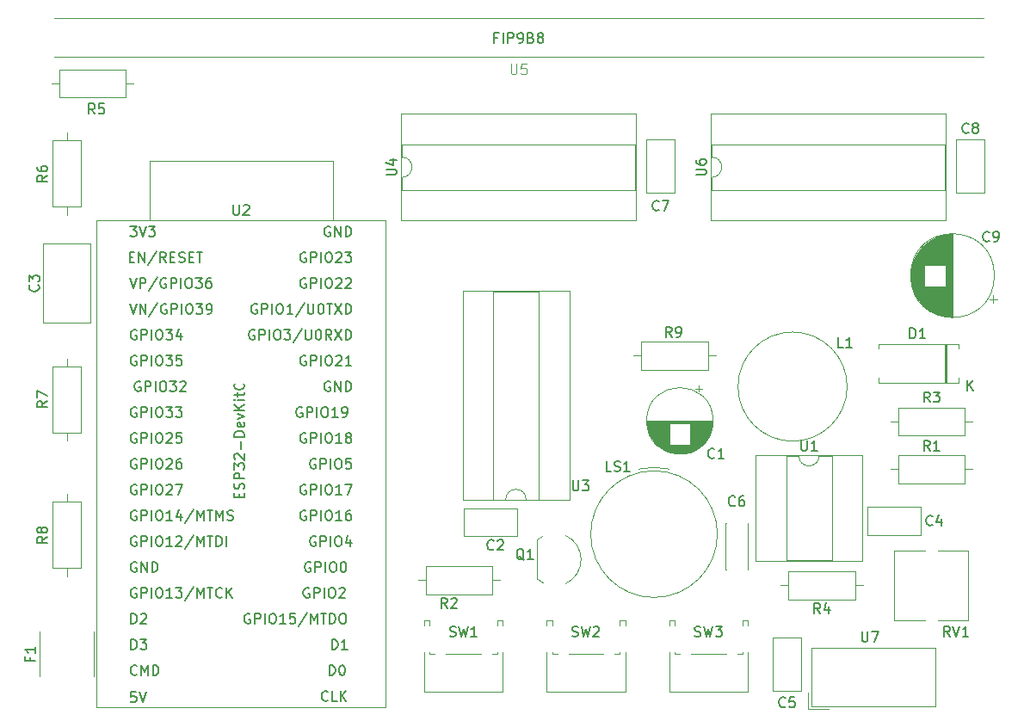
<source format=gbr>
%TF.GenerationSoftware,KiCad,Pcbnew,7.0.2*%
%TF.CreationDate,2023-09-30T04:37:45+09:00*%
%TF.ProjectId,VFD_NTP_CLOCK_V2.0,5646445f-4e54-4505-9f43-4c4f434b5f56,rev?*%
%TF.SameCoordinates,PX5e78920PY6f7ffe8*%
%TF.FileFunction,Legend,Top*%
%TF.FilePolarity,Positive*%
%FSLAX46Y46*%
G04 Gerber Fmt 4.6, Leading zero omitted, Abs format (unit mm)*
G04 Created by KiCad (PCBNEW 7.0.2) date 2023-09-30 04:37:45*
%MOMM*%
%LPD*%
G01*
G04 APERTURE LIST*
%ADD10C,0.150000*%
%ADD11C,0.100000*%
%ADD12C,0.120000*%
G04 APERTURE END LIST*
D10*
%TO.C,R9*%
X64603333Y37332581D02*
X64270000Y37808772D01*
X64031905Y37332581D02*
X64031905Y38332581D01*
X64031905Y38332581D02*
X64412857Y38332581D01*
X64412857Y38332581D02*
X64508095Y38284962D01*
X64508095Y38284962D02*
X64555714Y38237343D01*
X64555714Y38237343D02*
X64603333Y38142105D01*
X64603333Y38142105D02*
X64603333Y37999248D01*
X64603333Y37999248D02*
X64555714Y37904010D01*
X64555714Y37904010D02*
X64508095Y37856391D01*
X64508095Y37856391D02*
X64412857Y37808772D01*
X64412857Y37808772D02*
X64031905Y37808772D01*
X65079524Y37332581D02*
X65270000Y37332581D01*
X65270000Y37332581D02*
X65365238Y37380200D01*
X65365238Y37380200D02*
X65412857Y37427820D01*
X65412857Y37427820D02*
X65508095Y37570677D01*
X65508095Y37570677D02*
X65555714Y37761153D01*
X65555714Y37761153D02*
X65555714Y38142105D01*
X65555714Y38142105D02*
X65508095Y38237343D01*
X65508095Y38237343D02*
X65460476Y38284962D01*
X65460476Y38284962D02*
X65365238Y38332581D01*
X65365238Y38332581D02*
X65174762Y38332581D01*
X65174762Y38332581D02*
X65079524Y38284962D01*
X65079524Y38284962D02*
X65031905Y38237343D01*
X65031905Y38237343D02*
X64984286Y38142105D01*
X64984286Y38142105D02*
X64984286Y37904010D01*
X64984286Y37904010D02*
X65031905Y37808772D01*
X65031905Y37808772D02*
X65079524Y37761153D01*
X65079524Y37761153D02*
X65174762Y37713534D01*
X65174762Y37713534D02*
X65365238Y37713534D01*
X65365238Y37713534D02*
X65460476Y37761153D01*
X65460476Y37761153D02*
X65508095Y37808772D01*
X65508095Y37808772D02*
X65555714Y37904010D01*
%TO.C,R2*%
X42505333Y10662581D02*
X42172000Y11138772D01*
X41933905Y10662581D02*
X41933905Y11662581D01*
X41933905Y11662581D02*
X42314857Y11662581D01*
X42314857Y11662581D02*
X42410095Y11614962D01*
X42410095Y11614962D02*
X42457714Y11567343D01*
X42457714Y11567343D02*
X42505333Y11472105D01*
X42505333Y11472105D02*
X42505333Y11329248D01*
X42505333Y11329248D02*
X42457714Y11234010D01*
X42457714Y11234010D02*
X42410095Y11186391D01*
X42410095Y11186391D02*
X42314857Y11138772D01*
X42314857Y11138772D02*
X41933905Y11138772D01*
X42886286Y11567343D02*
X42933905Y11614962D01*
X42933905Y11614962D02*
X43029143Y11662581D01*
X43029143Y11662581D02*
X43267238Y11662581D01*
X43267238Y11662581D02*
X43362476Y11614962D01*
X43362476Y11614962D02*
X43410095Y11567343D01*
X43410095Y11567343D02*
X43457714Y11472105D01*
X43457714Y11472105D02*
X43457714Y11376867D01*
X43457714Y11376867D02*
X43410095Y11234010D01*
X43410095Y11234010D02*
X42838667Y10662581D01*
X42838667Y10662581D02*
X43457714Y10662581D01*
%TO.C,C8*%
X93813333Y57493820D02*
X93765714Y57446200D01*
X93765714Y57446200D02*
X93622857Y57398581D01*
X93622857Y57398581D02*
X93527619Y57398581D01*
X93527619Y57398581D02*
X93384762Y57446200D01*
X93384762Y57446200D02*
X93289524Y57541439D01*
X93289524Y57541439D02*
X93241905Y57636677D01*
X93241905Y57636677D02*
X93194286Y57827153D01*
X93194286Y57827153D02*
X93194286Y57970010D01*
X93194286Y57970010D02*
X93241905Y58160486D01*
X93241905Y58160486D02*
X93289524Y58255724D01*
X93289524Y58255724D02*
X93384762Y58350962D01*
X93384762Y58350962D02*
X93527619Y58398581D01*
X93527619Y58398581D02*
X93622857Y58398581D01*
X93622857Y58398581D02*
X93765714Y58350962D01*
X93765714Y58350962D02*
X93813333Y58303343D01*
X94384762Y57970010D02*
X94289524Y58017629D01*
X94289524Y58017629D02*
X94241905Y58065248D01*
X94241905Y58065248D02*
X94194286Y58160486D01*
X94194286Y58160486D02*
X94194286Y58208105D01*
X94194286Y58208105D02*
X94241905Y58303343D01*
X94241905Y58303343D02*
X94289524Y58350962D01*
X94289524Y58350962D02*
X94384762Y58398581D01*
X94384762Y58398581D02*
X94575238Y58398581D01*
X94575238Y58398581D02*
X94670476Y58350962D01*
X94670476Y58350962D02*
X94718095Y58303343D01*
X94718095Y58303343D02*
X94765714Y58208105D01*
X94765714Y58208105D02*
X94765714Y58160486D01*
X94765714Y58160486D02*
X94718095Y58065248D01*
X94718095Y58065248D02*
X94670476Y58017629D01*
X94670476Y58017629D02*
X94575238Y57970010D01*
X94575238Y57970010D02*
X94384762Y57970010D01*
X94384762Y57970010D02*
X94289524Y57922391D01*
X94289524Y57922391D02*
X94241905Y57874772D01*
X94241905Y57874772D02*
X94194286Y57779534D01*
X94194286Y57779534D02*
X94194286Y57589058D01*
X94194286Y57589058D02*
X94241905Y57493820D01*
X94241905Y57493820D02*
X94289524Y57446200D01*
X94289524Y57446200D02*
X94384762Y57398581D01*
X94384762Y57398581D02*
X94575238Y57398581D01*
X94575238Y57398581D02*
X94670476Y57446200D01*
X94670476Y57446200D02*
X94718095Y57493820D01*
X94718095Y57493820D02*
X94765714Y57589058D01*
X94765714Y57589058D02*
X94765714Y57779534D01*
X94765714Y57779534D02*
X94718095Y57874772D01*
X94718095Y57874772D02*
X94670476Y57922391D01*
X94670476Y57922391D02*
X94575238Y57970010D01*
%TO.C,RV1*%
X91987761Y7868581D02*
X91654428Y8344772D01*
X91416333Y7868581D02*
X91416333Y8868581D01*
X91416333Y8868581D02*
X91797285Y8868581D01*
X91797285Y8868581D02*
X91892523Y8820962D01*
X91892523Y8820962D02*
X91940142Y8773343D01*
X91940142Y8773343D02*
X91987761Y8678105D01*
X91987761Y8678105D02*
X91987761Y8535248D01*
X91987761Y8535248D02*
X91940142Y8440010D01*
X91940142Y8440010D02*
X91892523Y8392391D01*
X91892523Y8392391D02*
X91797285Y8344772D01*
X91797285Y8344772D02*
X91416333Y8344772D01*
X92273476Y8868581D02*
X92606809Y7868581D01*
X92606809Y7868581D02*
X92940142Y8868581D01*
X93797285Y7868581D02*
X93225857Y7868581D01*
X93511571Y7868581D02*
X93511571Y8868581D01*
X93511571Y8868581D02*
X93416333Y8725724D01*
X93416333Y8725724D02*
X93321095Y8630486D01*
X93321095Y8630486D02*
X93225857Y8582867D01*
%TO.C,C9*%
X95845333Y46825820D02*
X95797714Y46778200D01*
X95797714Y46778200D02*
X95654857Y46730581D01*
X95654857Y46730581D02*
X95559619Y46730581D01*
X95559619Y46730581D02*
X95416762Y46778200D01*
X95416762Y46778200D02*
X95321524Y46873439D01*
X95321524Y46873439D02*
X95273905Y46968677D01*
X95273905Y46968677D02*
X95226286Y47159153D01*
X95226286Y47159153D02*
X95226286Y47302010D01*
X95226286Y47302010D02*
X95273905Y47492486D01*
X95273905Y47492486D02*
X95321524Y47587724D01*
X95321524Y47587724D02*
X95416762Y47682962D01*
X95416762Y47682962D02*
X95559619Y47730581D01*
X95559619Y47730581D02*
X95654857Y47730581D01*
X95654857Y47730581D02*
X95797714Y47682962D01*
X95797714Y47682962D02*
X95845333Y47635343D01*
X96321524Y46730581D02*
X96512000Y46730581D01*
X96512000Y46730581D02*
X96607238Y46778200D01*
X96607238Y46778200D02*
X96654857Y46825820D01*
X96654857Y46825820D02*
X96750095Y46968677D01*
X96750095Y46968677D02*
X96797714Y47159153D01*
X96797714Y47159153D02*
X96797714Y47540105D01*
X96797714Y47540105D02*
X96750095Y47635343D01*
X96750095Y47635343D02*
X96702476Y47682962D01*
X96702476Y47682962D02*
X96607238Y47730581D01*
X96607238Y47730581D02*
X96416762Y47730581D01*
X96416762Y47730581D02*
X96321524Y47682962D01*
X96321524Y47682962D02*
X96273905Y47635343D01*
X96273905Y47635343D02*
X96226286Y47540105D01*
X96226286Y47540105D02*
X96226286Y47302010D01*
X96226286Y47302010D02*
X96273905Y47206772D01*
X96273905Y47206772D02*
X96321524Y47159153D01*
X96321524Y47159153D02*
X96416762Y47111534D01*
X96416762Y47111534D02*
X96607238Y47111534D01*
X96607238Y47111534D02*
X96702476Y47159153D01*
X96702476Y47159153D02*
X96750095Y47206772D01*
X96750095Y47206772D02*
X96797714Y47302010D01*
D11*
%TO.C,U5*%
X48768095Y64213581D02*
X48768095Y63404058D01*
X48768095Y63404058D02*
X48815714Y63308820D01*
X48815714Y63308820D02*
X48863333Y63261200D01*
X48863333Y63261200D02*
X48958571Y63213581D01*
X48958571Y63213581D02*
X49149047Y63213581D01*
X49149047Y63213581D02*
X49244285Y63261200D01*
X49244285Y63261200D02*
X49291904Y63308820D01*
X49291904Y63308820D02*
X49339523Y63404058D01*
X49339523Y63404058D02*
X49339523Y64213581D01*
X50291904Y64213581D02*
X49815714Y64213581D01*
X49815714Y64213581D02*
X49768095Y63737391D01*
X49768095Y63737391D02*
X49815714Y63785010D01*
X49815714Y63785010D02*
X49910952Y63832629D01*
X49910952Y63832629D02*
X50149047Y63832629D01*
X50149047Y63832629D02*
X50244285Y63785010D01*
X50244285Y63785010D02*
X50291904Y63737391D01*
X50291904Y63737391D02*
X50339523Y63642153D01*
X50339523Y63642153D02*
X50339523Y63404058D01*
X50339523Y63404058D02*
X50291904Y63308820D01*
X50291904Y63308820D02*
X50244285Y63261200D01*
X50244285Y63261200D02*
X50149047Y63213581D01*
X50149047Y63213581D02*
X49910952Y63213581D01*
X49910952Y63213581D02*
X49815714Y63261200D01*
X49815714Y63261200D02*
X49768095Y63308820D01*
D10*
X47482381Y66812391D02*
X47149048Y66812391D01*
X47149048Y66288581D02*
X47149048Y67288581D01*
X47149048Y67288581D02*
X47625238Y67288581D01*
X48006191Y66288581D02*
X48006191Y67288581D01*
X48482381Y66288581D02*
X48482381Y67288581D01*
X48482381Y67288581D02*
X48863333Y67288581D01*
X48863333Y67288581D02*
X48958571Y67240962D01*
X48958571Y67240962D02*
X49006190Y67193343D01*
X49006190Y67193343D02*
X49053809Y67098105D01*
X49053809Y67098105D02*
X49053809Y66955248D01*
X49053809Y66955248D02*
X49006190Y66860010D01*
X49006190Y66860010D02*
X48958571Y66812391D01*
X48958571Y66812391D02*
X48863333Y66764772D01*
X48863333Y66764772D02*
X48482381Y66764772D01*
X49530000Y66288581D02*
X49720476Y66288581D01*
X49720476Y66288581D02*
X49815714Y66336200D01*
X49815714Y66336200D02*
X49863333Y66383820D01*
X49863333Y66383820D02*
X49958571Y66526677D01*
X49958571Y66526677D02*
X50006190Y66717153D01*
X50006190Y66717153D02*
X50006190Y67098105D01*
X50006190Y67098105D02*
X49958571Y67193343D01*
X49958571Y67193343D02*
X49910952Y67240962D01*
X49910952Y67240962D02*
X49815714Y67288581D01*
X49815714Y67288581D02*
X49625238Y67288581D01*
X49625238Y67288581D02*
X49530000Y67240962D01*
X49530000Y67240962D02*
X49482381Y67193343D01*
X49482381Y67193343D02*
X49434762Y67098105D01*
X49434762Y67098105D02*
X49434762Y66860010D01*
X49434762Y66860010D02*
X49482381Y66764772D01*
X49482381Y66764772D02*
X49530000Y66717153D01*
X49530000Y66717153D02*
X49625238Y66669534D01*
X49625238Y66669534D02*
X49815714Y66669534D01*
X49815714Y66669534D02*
X49910952Y66717153D01*
X49910952Y66717153D02*
X49958571Y66764772D01*
X49958571Y66764772D02*
X50006190Y66860010D01*
X50768095Y66812391D02*
X50910952Y66764772D01*
X50910952Y66764772D02*
X50958571Y66717153D01*
X50958571Y66717153D02*
X51006190Y66621915D01*
X51006190Y66621915D02*
X51006190Y66479058D01*
X51006190Y66479058D02*
X50958571Y66383820D01*
X50958571Y66383820D02*
X50910952Y66336200D01*
X50910952Y66336200D02*
X50815714Y66288581D01*
X50815714Y66288581D02*
X50434762Y66288581D01*
X50434762Y66288581D02*
X50434762Y67288581D01*
X50434762Y67288581D02*
X50768095Y67288581D01*
X50768095Y67288581D02*
X50863333Y67240962D01*
X50863333Y67240962D02*
X50910952Y67193343D01*
X50910952Y67193343D02*
X50958571Y67098105D01*
X50958571Y67098105D02*
X50958571Y67002867D01*
X50958571Y67002867D02*
X50910952Y66907629D01*
X50910952Y66907629D02*
X50863333Y66860010D01*
X50863333Y66860010D02*
X50768095Y66812391D01*
X50768095Y66812391D02*
X50434762Y66812391D01*
X51577619Y66860010D02*
X51482381Y66907629D01*
X51482381Y66907629D02*
X51434762Y66955248D01*
X51434762Y66955248D02*
X51387143Y67050486D01*
X51387143Y67050486D02*
X51387143Y67098105D01*
X51387143Y67098105D02*
X51434762Y67193343D01*
X51434762Y67193343D02*
X51482381Y67240962D01*
X51482381Y67240962D02*
X51577619Y67288581D01*
X51577619Y67288581D02*
X51768095Y67288581D01*
X51768095Y67288581D02*
X51863333Y67240962D01*
X51863333Y67240962D02*
X51910952Y67193343D01*
X51910952Y67193343D02*
X51958571Y67098105D01*
X51958571Y67098105D02*
X51958571Y67050486D01*
X51958571Y67050486D02*
X51910952Y66955248D01*
X51910952Y66955248D02*
X51863333Y66907629D01*
X51863333Y66907629D02*
X51768095Y66860010D01*
X51768095Y66860010D02*
X51577619Y66860010D01*
X51577619Y66860010D02*
X51482381Y66812391D01*
X51482381Y66812391D02*
X51434762Y66764772D01*
X51434762Y66764772D02*
X51387143Y66669534D01*
X51387143Y66669534D02*
X51387143Y66479058D01*
X51387143Y66479058D02*
X51434762Y66383820D01*
X51434762Y66383820D02*
X51482381Y66336200D01*
X51482381Y66336200D02*
X51577619Y66288581D01*
X51577619Y66288581D02*
X51768095Y66288581D01*
X51768095Y66288581D02*
X51863333Y66336200D01*
X51863333Y66336200D02*
X51910952Y66383820D01*
X51910952Y66383820D02*
X51958571Y66479058D01*
X51958571Y66479058D02*
X51958571Y66669534D01*
X51958571Y66669534D02*
X51910952Y66764772D01*
X51910952Y66764772D02*
X51863333Y66812391D01*
X51863333Y66812391D02*
X51768095Y66860010D01*
%TO.C,U4*%
X36502619Y53289296D02*
X37312142Y53289296D01*
X37312142Y53289296D02*
X37407380Y53336915D01*
X37407380Y53336915D02*
X37455000Y53384534D01*
X37455000Y53384534D02*
X37502619Y53479772D01*
X37502619Y53479772D02*
X37502619Y53670248D01*
X37502619Y53670248D02*
X37455000Y53765486D01*
X37455000Y53765486D02*
X37407380Y53813105D01*
X37407380Y53813105D02*
X37312142Y53860724D01*
X37312142Y53860724D02*
X36502619Y53860724D01*
X36835952Y54765486D02*
X37502619Y54765486D01*
X36455000Y54527391D02*
X37169285Y54289296D01*
X37169285Y54289296D02*
X37169285Y54908343D01*
%TO.C,R4*%
X79208333Y10154581D02*
X78875000Y10630772D01*
X78636905Y10154581D02*
X78636905Y11154581D01*
X78636905Y11154581D02*
X79017857Y11154581D01*
X79017857Y11154581D02*
X79113095Y11106962D01*
X79113095Y11106962D02*
X79160714Y11059343D01*
X79160714Y11059343D02*
X79208333Y10964105D01*
X79208333Y10964105D02*
X79208333Y10821248D01*
X79208333Y10821248D02*
X79160714Y10726010D01*
X79160714Y10726010D02*
X79113095Y10678391D01*
X79113095Y10678391D02*
X79017857Y10630772D01*
X79017857Y10630772D02*
X78636905Y10630772D01*
X80065476Y10821248D02*
X80065476Y10154581D01*
X79827381Y11202200D02*
X79589286Y10487915D01*
X79589286Y10487915D02*
X80208333Y10487915D01*
%TO.C,C7*%
X63333333Y49873820D02*
X63285714Y49826200D01*
X63285714Y49826200D02*
X63142857Y49778581D01*
X63142857Y49778581D02*
X63047619Y49778581D01*
X63047619Y49778581D02*
X62904762Y49826200D01*
X62904762Y49826200D02*
X62809524Y49921439D01*
X62809524Y49921439D02*
X62761905Y50016677D01*
X62761905Y50016677D02*
X62714286Y50207153D01*
X62714286Y50207153D02*
X62714286Y50350010D01*
X62714286Y50350010D02*
X62761905Y50540486D01*
X62761905Y50540486D02*
X62809524Y50635724D01*
X62809524Y50635724D02*
X62904762Y50730962D01*
X62904762Y50730962D02*
X63047619Y50778581D01*
X63047619Y50778581D02*
X63142857Y50778581D01*
X63142857Y50778581D02*
X63285714Y50730962D01*
X63285714Y50730962D02*
X63333333Y50683343D01*
X63666667Y50778581D02*
X64333333Y50778581D01*
X64333333Y50778581D02*
X63904762Y49778581D01*
%TO.C,R5*%
X7834333Y59303581D02*
X7501000Y59779772D01*
X7262905Y59303581D02*
X7262905Y60303581D01*
X7262905Y60303581D02*
X7643857Y60303581D01*
X7643857Y60303581D02*
X7739095Y60255962D01*
X7739095Y60255962D02*
X7786714Y60208343D01*
X7786714Y60208343D02*
X7834333Y60113105D01*
X7834333Y60113105D02*
X7834333Y59970248D01*
X7834333Y59970248D02*
X7786714Y59875010D01*
X7786714Y59875010D02*
X7739095Y59827391D01*
X7739095Y59827391D02*
X7643857Y59779772D01*
X7643857Y59779772D02*
X7262905Y59779772D01*
X8739095Y60303581D02*
X8262905Y60303581D01*
X8262905Y60303581D02*
X8215286Y59827391D01*
X8215286Y59827391D02*
X8262905Y59875010D01*
X8262905Y59875010D02*
X8358143Y59922629D01*
X8358143Y59922629D02*
X8596238Y59922629D01*
X8596238Y59922629D02*
X8691476Y59875010D01*
X8691476Y59875010D02*
X8739095Y59827391D01*
X8739095Y59827391D02*
X8786714Y59732153D01*
X8786714Y59732153D02*
X8786714Y59494058D01*
X8786714Y59494058D02*
X8739095Y59398820D01*
X8739095Y59398820D02*
X8691476Y59351200D01*
X8691476Y59351200D02*
X8596238Y59303581D01*
X8596238Y59303581D02*
X8358143Y59303581D01*
X8358143Y59303581D02*
X8262905Y59351200D01*
X8262905Y59351200D02*
X8215286Y59398820D01*
%TO.C,L1*%
X81494333Y36316581D02*
X81018143Y36316581D01*
X81018143Y36316581D02*
X81018143Y37316581D01*
X82351476Y36316581D02*
X81780048Y36316581D01*
X82065762Y36316581D02*
X82065762Y37316581D01*
X82065762Y37316581D02*
X81970524Y37173724D01*
X81970524Y37173724D02*
X81875286Y37078486D01*
X81875286Y37078486D02*
X81780048Y37030867D01*
%TO.C,U6*%
X66982619Y53289296D02*
X67792142Y53289296D01*
X67792142Y53289296D02*
X67887380Y53336915D01*
X67887380Y53336915D02*
X67935000Y53384534D01*
X67935000Y53384534D02*
X67982619Y53479772D01*
X67982619Y53479772D02*
X67982619Y53670248D01*
X67982619Y53670248D02*
X67935000Y53765486D01*
X67935000Y53765486D02*
X67887380Y53813105D01*
X67887380Y53813105D02*
X67792142Y53860724D01*
X67792142Y53860724D02*
X66982619Y53860724D01*
X66982619Y54765486D02*
X66982619Y54575010D01*
X66982619Y54575010D02*
X67030238Y54479772D01*
X67030238Y54479772D02*
X67077857Y54432153D01*
X67077857Y54432153D02*
X67220714Y54336915D01*
X67220714Y54336915D02*
X67411190Y54289296D01*
X67411190Y54289296D02*
X67792142Y54289296D01*
X67792142Y54289296D02*
X67887380Y54336915D01*
X67887380Y54336915D02*
X67935000Y54384534D01*
X67935000Y54384534D02*
X67982619Y54479772D01*
X67982619Y54479772D02*
X67982619Y54670248D01*
X67982619Y54670248D02*
X67935000Y54765486D01*
X67935000Y54765486D02*
X67887380Y54813105D01*
X67887380Y54813105D02*
X67792142Y54860724D01*
X67792142Y54860724D02*
X67554047Y54860724D01*
X67554047Y54860724D02*
X67458809Y54813105D01*
X67458809Y54813105D02*
X67411190Y54765486D01*
X67411190Y54765486D02*
X67363571Y54670248D01*
X67363571Y54670248D02*
X67363571Y54479772D01*
X67363571Y54479772D02*
X67411190Y54384534D01*
X67411190Y54384534D02*
X67458809Y54336915D01*
X67458809Y54336915D02*
X67554047Y54289296D01*
%TO.C,SW3*%
X66865667Y7916200D02*
X67008524Y7868581D01*
X67008524Y7868581D02*
X67246619Y7868581D01*
X67246619Y7868581D02*
X67341857Y7916200D01*
X67341857Y7916200D02*
X67389476Y7963820D01*
X67389476Y7963820D02*
X67437095Y8059058D01*
X67437095Y8059058D02*
X67437095Y8154296D01*
X67437095Y8154296D02*
X67389476Y8249534D01*
X67389476Y8249534D02*
X67341857Y8297153D01*
X67341857Y8297153D02*
X67246619Y8344772D01*
X67246619Y8344772D02*
X67056143Y8392391D01*
X67056143Y8392391D02*
X66960905Y8440010D01*
X66960905Y8440010D02*
X66913286Y8487629D01*
X66913286Y8487629D02*
X66865667Y8582867D01*
X66865667Y8582867D02*
X66865667Y8678105D01*
X66865667Y8678105D02*
X66913286Y8773343D01*
X66913286Y8773343D02*
X66960905Y8820962D01*
X66960905Y8820962D02*
X67056143Y8868581D01*
X67056143Y8868581D02*
X67294238Y8868581D01*
X67294238Y8868581D02*
X67437095Y8820962D01*
X67770429Y8868581D02*
X68008524Y7868581D01*
X68008524Y7868581D02*
X68199000Y8582867D01*
X68199000Y8582867D02*
X68389476Y7868581D01*
X68389476Y7868581D02*
X68627572Y8868581D01*
X68913286Y8868581D02*
X69532333Y8868581D01*
X69532333Y8868581D02*
X69199000Y8487629D01*
X69199000Y8487629D02*
X69341857Y8487629D01*
X69341857Y8487629D02*
X69437095Y8440010D01*
X69437095Y8440010D02*
X69484714Y8392391D01*
X69484714Y8392391D02*
X69532333Y8297153D01*
X69532333Y8297153D02*
X69532333Y8059058D01*
X69532333Y8059058D02*
X69484714Y7963820D01*
X69484714Y7963820D02*
X69437095Y7916200D01*
X69437095Y7916200D02*
X69341857Y7868581D01*
X69341857Y7868581D02*
X69056143Y7868581D01*
X69056143Y7868581D02*
X68960905Y7916200D01*
X68960905Y7916200D02*
X68913286Y7963820D01*
%TO.C,SW1*%
X42771667Y7916200D02*
X42914524Y7868581D01*
X42914524Y7868581D02*
X43152619Y7868581D01*
X43152619Y7868581D02*
X43247857Y7916200D01*
X43247857Y7916200D02*
X43295476Y7963820D01*
X43295476Y7963820D02*
X43343095Y8059058D01*
X43343095Y8059058D02*
X43343095Y8154296D01*
X43343095Y8154296D02*
X43295476Y8249534D01*
X43295476Y8249534D02*
X43247857Y8297153D01*
X43247857Y8297153D02*
X43152619Y8344772D01*
X43152619Y8344772D02*
X42962143Y8392391D01*
X42962143Y8392391D02*
X42866905Y8440010D01*
X42866905Y8440010D02*
X42819286Y8487629D01*
X42819286Y8487629D02*
X42771667Y8582867D01*
X42771667Y8582867D02*
X42771667Y8678105D01*
X42771667Y8678105D02*
X42819286Y8773343D01*
X42819286Y8773343D02*
X42866905Y8820962D01*
X42866905Y8820962D02*
X42962143Y8868581D01*
X42962143Y8868581D02*
X43200238Y8868581D01*
X43200238Y8868581D02*
X43343095Y8820962D01*
X43676429Y8868581D02*
X43914524Y7868581D01*
X43914524Y7868581D02*
X44105000Y8582867D01*
X44105000Y8582867D02*
X44295476Y7868581D01*
X44295476Y7868581D02*
X44533572Y8868581D01*
X45438333Y7868581D02*
X44866905Y7868581D01*
X45152619Y7868581D02*
X45152619Y8868581D01*
X45152619Y8868581D02*
X45057381Y8725724D01*
X45057381Y8725724D02*
X44962143Y8630486D01*
X44962143Y8630486D02*
X44866905Y8582867D01*
%TO.C,R7*%
X3172619Y31024534D02*
X2696428Y30691201D01*
X3172619Y30453106D02*
X2172619Y30453106D01*
X2172619Y30453106D02*
X2172619Y30834058D01*
X2172619Y30834058D02*
X2220238Y30929296D01*
X2220238Y30929296D02*
X2267857Y30976915D01*
X2267857Y30976915D02*
X2363095Y31024534D01*
X2363095Y31024534D02*
X2505952Y31024534D01*
X2505952Y31024534D02*
X2601190Y30976915D01*
X2601190Y30976915D02*
X2648809Y30929296D01*
X2648809Y30929296D02*
X2696428Y30834058D01*
X2696428Y30834058D02*
X2696428Y30453106D01*
X2172619Y31357868D02*
X2172619Y32024534D01*
X2172619Y32024534D02*
X3172619Y31595963D01*
%TO.C,C1*%
X68794333Y25489820D02*
X68746714Y25442200D01*
X68746714Y25442200D02*
X68603857Y25394581D01*
X68603857Y25394581D02*
X68508619Y25394581D01*
X68508619Y25394581D02*
X68365762Y25442200D01*
X68365762Y25442200D02*
X68270524Y25537439D01*
X68270524Y25537439D02*
X68222905Y25632677D01*
X68222905Y25632677D02*
X68175286Y25823153D01*
X68175286Y25823153D02*
X68175286Y25966010D01*
X68175286Y25966010D02*
X68222905Y26156486D01*
X68222905Y26156486D02*
X68270524Y26251724D01*
X68270524Y26251724D02*
X68365762Y26346962D01*
X68365762Y26346962D02*
X68508619Y26394581D01*
X68508619Y26394581D02*
X68603857Y26394581D01*
X68603857Y26394581D02*
X68746714Y26346962D01*
X68746714Y26346962D02*
X68794333Y26299343D01*
X69746714Y25394581D02*
X69175286Y25394581D01*
X69461000Y25394581D02*
X69461000Y26394581D01*
X69461000Y26394581D02*
X69365762Y26251724D01*
X69365762Y26251724D02*
X69270524Y26156486D01*
X69270524Y26156486D02*
X69175286Y26108867D01*
%TO.C,C5*%
X75779333Y998820D02*
X75731714Y951200D01*
X75731714Y951200D02*
X75588857Y903581D01*
X75588857Y903581D02*
X75493619Y903581D01*
X75493619Y903581D02*
X75350762Y951200D01*
X75350762Y951200D02*
X75255524Y1046439D01*
X75255524Y1046439D02*
X75207905Y1141677D01*
X75207905Y1141677D02*
X75160286Y1332153D01*
X75160286Y1332153D02*
X75160286Y1475010D01*
X75160286Y1475010D02*
X75207905Y1665486D01*
X75207905Y1665486D02*
X75255524Y1760724D01*
X75255524Y1760724D02*
X75350762Y1855962D01*
X75350762Y1855962D02*
X75493619Y1903581D01*
X75493619Y1903581D02*
X75588857Y1903581D01*
X75588857Y1903581D02*
X75731714Y1855962D01*
X75731714Y1855962D02*
X75779333Y1808343D01*
X76684095Y1903581D02*
X76207905Y1903581D01*
X76207905Y1903581D02*
X76160286Y1427391D01*
X76160286Y1427391D02*
X76207905Y1475010D01*
X76207905Y1475010D02*
X76303143Y1522629D01*
X76303143Y1522629D02*
X76541238Y1522629D01*
X76541238Y1522629D02*
X76636476Y1475010D01*
X76636476Y1475010D02*
X76684095Y1427391D01*
X76684095Y1427391D02*
X76731714Y1332153D01*
X76731714Y1332153D02*
X76731714Y1094058D01*
X76731714Y1094058D02*
X76684095Y998820D01*
X76684095Y998820D02*
X76636476Y951200D01*
X76636476Y951200D02*
X76541238Y903581D01*
X76541238Y903581D02*
X76303143Y903581D01*
X76303143Y903581D02*
X76207905Y951200D01*
X76207905Y951200D02*
X76160286Y998820D01*
%TO.C,U1*%
X77343095Y27156581D02*
X77343095Y26347058D01*
X77343095Y26347058D02*
X77390714Y26251820D01*
X77390714Y26251820D02*
X77438333Y26204200D01*
X77438333Y26204200D02*
X77533571Y26156581D01*
X77533571Y26156581D02*
X77724047Y26156581D01*
X77724047Y26156581D02*
X77819285Y26204200D01*
X77819285Y26204200D02*
X77866904Y26251820D01*
X77866904Y26251820D02*
X77914523Y26347058D01*
X77914523Y26347058D02*
X77914523Y27156581D01*
X78914523Y26156581D02*
X78343095Y26156581D01*
X78628809Y26156581D02*
X78628809Y27156581D01*
X78628809Y27156581D02*
X78533571Y27013724D01*
X78533571Y27013724D02*
X78438333Y26918486D01*
X78438333Y26918486D02*
X78343095Y26870867D01*
%TO.C,C4*%
X90257333Y18885820D02*
X90209714Y18838200D01*
X90209714Y18838200D02*
X90066857Y18790581D01*
X90066857Y18790581D02*
X89971619Y18790581D01*
X89971619Y18790581D02*
X89828762Y18838200D01*
X89828762Y18838200D02*
X89733524Y18933439D01*
X89733524Y18933439D02*
X89685905Y19028677D01*
X89685905Y19028677D02*
X89638286Y19219153D01*
X89638286Y19219153D02*
X89638286Y19362010D01*
X89638286Y19362010D02*
X89685905Y19552486D01*
X89685905Y19552486D02*
X89733524Y19647724D01*
X89733524Y19647724D02*
X89828762Y19742962D01*
X89828762Y19742962D02*
X89971619Y19790581D01*
X89971619Y19790581D02*
X90066857Y19790581D01*
X90066857Y19790581D02*
X90209714Y19742962D01*
X90209714Y19742962D02*
X90257333Y19695343D01*
X91114476Y19457248D02*
X91114476Y18790581D01*
X90876381Y19838200D02*
X90638286Y19123915D01*
X90638286Y19123915D02*
X91257333Y19123915D01*
%TO.C,U3*%
X54864095Y23219581D02*
X54864095Y22410058D01*
X54864095Y22410058D02*
X54911714Y22314820D01*
X54911714Y22314820D02*
X54959333Y22267200D01*
X54959333Y22267200D02*
X55054571Y22219581D01*
X55054571Y22219581D02*
X55245047Y22219581D01*
X55245047Y22219581D02*
X55340285Y22267200D01*
X55340285Y22267200D02*
X55387904Y22314820D01*
X55387904Y22314820D02*
X55435523Y22410058D01*
X55435523Y22410058D02*
X55435523Y23219581D01*
X55816476Y23219581D02*
X56435523Y23219581D01*
X56435523Y23219581D02*
X56102190Y22838629D01*
X56102190Y22838629D02*
X56245047Y22838629D01*
X56245047Y22838629D02*
X56340285Y22791010D01*
X56340285Y22791010D02*
X56387904Y22743391D01*
X56387904Y22743391D02*
X56435523Y22648153D01*
X56435523Y22648153D02*
X56435523Y22410058D01*
X56435523Y22410058D02*
X56387904Y22314820D01*
X56387904Y22314820D02*
X56340285Y22267200D01*
X56340285Y22267200D02*
X56245047Y22219581D01*
X56245047Y22219581D02*
X55959333Y22219581D01*
X55959333Y22219581D02*
X55864095Y22267200D01*
X55864095Y22267200D02*
X55816476Y22314820D01*
%TO.C,R6*%
X3172619Y53249534D02*
X2696428Y52916201D01*
X3172619Y52678106D02*
X2172619Y52678106D01*
X2172619Y52678106D02*
X2172619Y53059058D01*
X2172619Y53059058D02*
X2220238Y53154296D01*
X2220238Y53154296D02*
X2267857Y53201915D01*
X2267857Y53201915D02*
X2363095Y53249534D01*
X2363095Y53249534D02*
X2505952Y53249534D01*
X2505952Y53249534D02*
X2601190Y53201915D01*
X2601190Y53201915D02*
X2648809Y53154296D01*
X2648809Y53154296D02*
X2696428Y53059058D01*
X2696428Y53059058D02*
X2696428Y52678106D01*
X2172619Y54106677D02*
X2172619Y53916201D01*
X2172619Y53916201D02*
X2220238Y53820963D01*
X2220238Y53820963D02*
X2267857Y53773344D01*
X2267857Y53773344D02*
X2410714Y53678106D01*
X2410714Y53678106D02*
X2601190Y53630487D01*
X2601190Y53630487D02*
X2982142Y53630487D01*
X2982142Y53630487D02*
X3077380Y53678106D01*
X3077380Y53678106D02*
X3125000Y53725725D01*
X3125000Y53725725D02*
X3172619Y53820963D01*
X3172619Y53820963D02*
X3172619Y54011439D01*
X3172619Y54011439D02*
X3125000Y54106677D01*
X3125000Y54106677D02*
X3077380Y54154296D01*
X3077380Y54154296D02*
X2982142Y54201915D01*
X2982142Y54201915D02*
X2744047Y54201915D01*
X2744047Y54201915D02*
X2648809Y54154296D01*
X2648809Y54154296D02*
X2601190Y54106677D01*
X2601190Y54106677D02*
X2553571Y54011439D01*
X2553571Y54011439D02*
X2553571Y53820963D01*
X2553571Y53820963D02*
X2601190Y53725725D01*
X2601190Y53725725D02*
X2648809Y53678106D01*
X2648809Y53678106D02*
X2744047Y53630487D01*
%TO.C,Q1*%
X50069761Y15393343D02*
X49974523Y15440962D01*
X49974523Y15440962D02*
X49879285Y15536200D01*
X49879285Y15536200D02*
X49736428Y15679058D01*
X49736428Y15679058D02*
X49641190Y15726677D01*
X49641190Y15726677D02*
X49545952Y15726677D01*
X49593571Y15488581D02*
X49498333Y15536200D01*
X49498333Y15536200D02*
X49403095Y15631439D01*
X49403095Y15631439D02*
X49355476Y15821915D01*
X49355476Y15821915D02*
X49355476Y16155248D01*
X49355476Y16155248D02*
X49403095Y16345724D01*
X49403095Y16345724D02*
X49498333Y16440962D01*
X49498333Y16440962D02*
X49593571Y16488581D01*
X49593571Y16488581D02*
X49784047Y16488581D01*
X49784047Y16488581D02*
X49879285Y16440962D01*
X49879285Y16440962D02*
X49974523Y16345724D01*
X49974523Y16345724D02*
X50022142Y16155248D01*
X50022142Y16155248D02*
X50022142Y15821915D01*
X50022142Y15821915D02*
X49974523Y15631439D01*
X49974523Y15631439D02*
X49879285Y15536200D01*
X49879285Y15536200D02*
X49784047Y15488581D01*
X49784047Y15488581D02*
X49593571Y15488581D01*
X50974523Y15488581D02*
X50403095Y15488581D01*
X50688809Y15488581D02*
X50688809Y16488581D01*
X50688809Y16488581D02*
X50593571Y16345724D01*
X50593571Y16345724D02*
X50498333Y16250486D01*
X50498333Y16250486D02*
X50403095Y16202867D01*
%TO.C,C6*%
X70826333Y20790820D02*
X70778714Y20743200D01*
X70778714Y20743200D02*
X70635857Y20695581D01*
X70635857Y20695581D02*
X70540619Y20695581D01*
X70540619Y20695581D02*
X70397762Y20743200D01*
X70397762Y20743200D02*
X70302524Y20838439D01*
X70302524Y20838439D02*
X70254905Y20933677D01*
X70254905Y20933677D02*
X70207286Y21124153D01*
X70207286Y21124153D02*
X70207286Y21267010D01*
X70207286Y21267010D02*
X70254905Y21457486D01*
X70254905Y21457486D02*
X70302524Y21552724D01*
X70302524Y21552724D02*
X70397762Y21647962D01*
X70397762Y21647962D02*
X70540619Y21695581D01*
X70540619Y21695581D02*
X70635857Y21695581D01*
X70635857Y21695581D02*
X70778714Y21647962D01*
X70778714Y21647962D02*
X70826333Y21600343D01*
X71683476Y21695581D02*
X71493000Y21695581D01*
X71493000Y21695581D02*
X71397762Y21647962D01*
X71397762Y21647962D02*
X71350143Y21600343D01*
X71350143Y21600343D02*
X71254905Y21457486D01*
X71254905Y21457486D02*
X71207286Y21267010D01*
X71207286Y21267010D02*
X71207286Y20886058D01*
X71207286Y20886058D02*
X71254905Y20790820D01*
X71254905Y20790820D02*
X71302524Y20743200D01*
X71302524Y20743200D02*
X71397762Y20695581D01*
X71397762Y20695581D02*
X71588238Y20695581D01*
X71588238Y20695581D02*
X71683476Y20743200D01*
X71683476Y20743200D02*
X71731095Y20790820D01*
X71731095Y20790820D02*
X71778714Y20886058D01*
X71778714Y20886058D02*
X71778714Y21124153D01*
X71778714Y21124153D02*
X71731095Y21219391D01*
X71731095Y21219391D02*
X71683476Y21267010D01*
X71683476Y21267010D02*
X71588238Y21314629D01*
X71588238Y21314629D02*
X71397762Y21314629D01*
X71397762Y21314629D02*
X71302524Y21267010D01*
X71302524Y21267010D02*
X71254905Y21219391D01*
X71254905Y21219391D02*
X71207286Y21124153D01*
%TO.C,D1*%
X88034905Y37205581D02*
X88034905Y38205581D01*
X88034905Y38205581D02*
X88273000Y38205581D01*
X88273000Y38205581D02*
X88415857Y38157962D01*
X88415857Y38157962D02*
X88511095Y38062724D01*
X88511095Y38062724D02*
X88558714Y37967486D01*
X88558714Y37967486D02*
X88606333Y37777010D01*
X88606333Y37777010D02*
X88606333Y37634153D01*
X88606333Y37634153D02*
X88558714Y37443677D01*
X88558714Y37443677D02*
X88511095Y37348439D01*
X88511095Y37348439D02*
X88415857Y37253200D01*
X88415857Y37253200D02*
X88273000Y37205581D01*
X88273000Y37205581D02*
X88034905Y37205581D01*
X89558714Y37205581D02*
X88987286Y37205581D01*
X89273000Y37205581D02*
X89273000Y38205581D01*
X89273000Y38205581D02*
X89177762Y38062724D01*
X89177762Y38062724D02*
X89082524Y37967486D01*
X89082524Y37967486D02*
X88987286Y37919867D01*
X93718095Y32084581D02*
X93718095Y33084581D01*
X94289523Y32084581D02*
X93860952Y32656010D01*
X94289523Y33084581D02*
X93718095Y32513153D01*
%TO.C,U2*%
X21463095Y50338581D02*
X21463095Y49529058D01*
X21463095Y49529058D02*
X21510714Y49433820D01*
X21510714Y49433820D02*
X21558333Y49386200D01*
X21558333Y49386200D02*
X21653571Y49338581D01*
X21653571Y49338581D02*
X21844047Y49338581D01*
X21844047Y49338581D02*
X21939285Y49386200D01*
X21939285Y49386200D02*
X21986904Y49433820D01*
X21986904Y49433820D02*
X22034523Y49529058D01*
X22034523Y49529058D02*
X22034523Y50338581D01*
X22463095Y50243343D02*
X22510714Y50290962D01*
X22510714Y50290962D02*
X22605952Y50338581D01*
X22605952Y50338581D02*
X22844047Y50338581D01*
X22844047Y50338581D02*
X22939285Y50290962D01*
X22939285Y50290962D02*
X22986904Y50243343D01*
X22986904Y50243343D02*
X23034523Y50148105D01*
X23034523Y50148105D02*
X23034523Y50052867D01*
X23034523Y50052867D02*
X22986904Y49910010D01*
X22986904Y49910010D02*
X22415476Y49338581D01*
X22415476Y49338581D02*
X23034523Y49338581D01*
X22036809Y21531963D02*
X22036809Y21865296D01*
X22560619Y22008153D02*
X22560619Y21531963D01*
X22560619Y21531963D02*
X21560619Y21531963D01*
X21560619Y21531963D02*
X21560619Y22008153D01*
X22513000Y22389106D02*
X22560619Y22531963D01*
X22560619Y22531963D02*
X22560619Y22770058D01*
X22560619Y22770058D02*
X22513000Y22865296D01*
X22513000Y22865296D02*
X22465380Y22912915D01*
X22465380Y22912915D02*
X22370142Y22960534D01*
X22370142Y22960534D02*
X22274904Y22960534D01*
X22274904Y22960534D02*
X22179666Y22912915D01*
X22179666Y22912915D02*
X22132047Y22865296D01*
X22132047Y22865296D02*
X22084428Y22770058D01*
X22084428Y22770058D02*
X22036809Y22579582D01*
X22036809Y22579582D02*
X21989190Y22484344D01*
X21989190Y22484344D02*
X21941571Y22436725D01*
X21941571Y22436725D02*
X21846333Y22389106D01*
X21846333Y22389106D02*
X21751095Y22389106D01*
X21751095Y22389106D02*
X21655857Y22436725D01*
X21655857Y22436725D02*
X21608238Y22484344D01*
X21608238Y22484344D02*
X21560619Y22579582D01*
X21560619Y22579582D02*
X21560619Y22817677D01*
X21560619Y22817677D02*
X21608238Y22960534D01*
X22560619Y23389106D02*
X21560619Y23389106D01*
X21560619Y23389106D02*
X21560619Y23770058D01*
X21560619Y23770058D02*
X21608238Y23865296D01*
X21608238Y23865296D02*
X21655857Y23912915D01*
X21655857Y23912915D02*
X21751095Y23960534D01*
X21751095Y23960534D02*
X21893952Y23960534D01*
X21893952Y23960534D02*
X21989190Y23912915D01*
X21989190Y23912915D02*
X22036809Y23865296D01*
X22036809Y23865296D02*
X22084428Y23770058D01*
X22084428Y23770058D02*
X22084428Y23389106D01*
X21560619Y24293868D02*
X21560619Y24912915D01*
X21560619Y24912915D02*
X21941571Y24579582D01*
X21941571Y24579582D02*
X21941571Y24722439D01*
X21941571Y24722439D02*
X21989190Y24817677D01*
X21989190Y24817677D02*
X22036809Y24865296D01*
X22036809Y24865296D02*
X22132047Y24912915D01*
X22132047Y24912915D02*
X22370142Y24912915D01*
X22370142Y24912915D02*
X22465380Y24865296D01*
X22465380Y24865296D02*
X22513000Y24817677D01*
X22513000Y24817677D02*
X22560619Y24722439D01*
X22560619Y24722439D02*
X22560619Y24436725D01*
X22560619Y24436725D02*
X22513000Y24341487D01*
X22513000Y24341487D02*
X22465380Y24293868D01*
X21655857Y25293868D02*
X21608238Y25341487D01*
X21608238Y25341487D02*
X21560619Y25436725D01*
X21560619Y25436725D02*
X21560619Y25674820D01*
X21560619Y25674820D02*
X21608238Y25770058D01*
X21608238Y25770058D02*
X21655857Y25817677D01*
X21655857Y25817677D02*
X21751095Y25865296D01*
X21751095Y25865296D02*
X21846333Y25865296D01*
X21846333Y25865296D02*
X21989190Y25817677D01*
X21989190Y25817677D02*
X22560619Y25246249D01*
X22560619Y25246249D02*
X22560619Y25865296D01*
X22179666Y26293868D02*
X22179666Y27055772D01*
X22560619Y27531963D02*
X21560619Y27531963D01*
X21560619Y27531963D02*
X21560619Y27770058D01*
X21560619Y27770058D02*
X21608238Y27912915D01*
X21608238Y27912915D02*
X21703476Y28008153D01*
X21703476Y28008153D02*
X21798714Y28055772D01*
X21798714Y28055772D02*
X21989190Y28103391D01*
X21989190Y28103391D02*
X22132047Y28103391D01*
X22132047Y28103391D02*
X22322523Y28055772D01*
X22322523Y28055772D02*
X22417761Y28008153D01*
X22417761Y28008153D02*
X22513000Y27912915D01*
X22513000Y27912915D02*
X22560619Y27770058D01*
X22560619Y27770058D02*
X22560619Y27531963D01*
X22513000Y28912915D02*
X22560619Y28817677D01*
X22560619Y28817677D02*
X22560619Y28627201D01*
X22560619Y28627201D02*
X22513000Y28531963D01*
X22513000Y28531963D02*
X22417761Y28484344D01*
X22417761Y28484344D02*
X22036809Y28484344D01*
X22036809Y28484344D02*
X21941571Y28531963D01*
X21941571Y28531963D02*
X21893952Y28627201D01*
X21893952Y28627201D02*
X21893952Y28817677D01*
X21893952Y28817677D02*
X21941571Y28912915D01*
X21941571Y28912915D02*
X22036809Y28960534D01*
X22036809Y28960534D02*
X22132047Y28960534D01*
X22132047Y28960534D02*
X22227285Y28484344D01*
X21893952Y29293868D02*
X22560619Y29531963D01*
X22560619Y29531963D02*
X21893952Y29770058D01*
X22560619Y30151011D02*
X21560619Y30151011D01*
X22560619Y30722439D02*
X21989190Y30293868D01*
X21560619Y30722439D02*
X22132047Y30151011D01*
X22560619Y31151011D02*
X21893952Y31151011D01*
X21560619Y31151011D02*
X21608238Y31103392D01*
X21608238Y31103392D02*
X21655857Y31151011D01*
X21655857Y31151011D02*
X21608238Y31198630D01*
X21608238Y31198630D02*
X21560619Y31151011D01*
X21560619Y31151011D02*
X21655857Y31151011D01*
X21893952Y31484344D02*
X21893952Y31865296D01*
X21560619Y31627201D02*
X22417761Y31627201D01*
X22417761Y31627201D02*
X22513000Y31674820D01*
X22513000Y31674820D02*
X22560619Y31770058D01*
X22560619Y31770058D02*
X22560619Y31865296D01*
X22465380Y32770058D02*
X22513000Y32722439D01*
X22513000Y32722439D02*
X22560619Y32579582D01*
X22560619Y32579582D02*
X22560619Y32484344D01*
X22560619Y32484344D02*
X22513000Y32341487D01*
X22513000Y32341487D02*
X22417761Y32246249D01*
X22417761Y32246249D02*
X22322523Y32198630D01*
X22322523Y32198630D02*
X22132047Y32151011D01*
X22132047Y32151011D02*
X21989190Y32151011D01*
X21989190Y32151011D02*
X21798714Y32198630D01*
X21798714Y32198630D02*
X21703476Y32246249D01*
X21703476Y32246249D02*
X21608238Y32341487D01*
X21608238Y32341487D02*
X21560619Y32484344D01*
X21560619Y32484344D02*
X21560619Y32579582D01*
X21560619Y32579582D02*
X21608238Y32722439D01*
X21608238Y32722439D02*
X21655857Y32770058D01*
X11937904Y38030962D02*
X11842666Y38078581D01*
X11842666Y38078581D02*
X11699809Y38078581D01*
X11699809Y38078581D02*
X11556952Y38030962D01*
X11556952Y38030962D02*
X11461714Y37935724D01*
X11461714Y37935724D02*
X11414095Y37840486D01*
X11414095Y37840486D02*
X11366476Y37650010D01*
X11366476Y37650010D02*
X11366476Y37507153D01*
X11366476Y37507153D02*
X11414095Y37316677D01*
X11414095Y37316677D02*
X11461714Y37221439D01*
X11461714Y37221439D02*
X11556952Y37126200D01*
X11556952Y37126200D02*
X11699809Y37078581D01*
X11699809Y37078581D02*
X11795047Y37078581D01*
X11795047Y37078581D02*
X11937904Y37126200D01*
X11937904Y37126200D02*
X11985523Y37173820D01*
X11985523Y37173820D02*
X11985523Y37507153D01*
X11985523Y37507153D02*
X11795047Y37507153D01*
X12414095Y37078581D02*
X12414095Y38078581D01*
X12414095Y38078581D02*
X12795047Y38078581D01*
X12795047Y38078581D02*
X12890285Y38030962D01*
X12890285Y38030962D02*
X12937904Y37983343D01*
X12937904Y37983343D02*
X12985523Y37888105D01*
X12985523Y37888105D02*
X12985523Y37745248D01*
X12985523Y37745248D02*
X12937904Y37650010D01*
X12937904Y37650010D02*
X12890285Y37602391D01*
X12890285Y37602391D02*
X12795047Y37554772D01*
X12795047Y37554772D02*
X12414095Y37554772D01*
X13414095Y37078581D02*
X13414095Y38078581D01*
X14080761Y38078581D02*
X14271237Y38078581D01*
X14271237Y38078581D02*
X14366475Y38030962D01*
X14366475Y38030962D02*
X14461713Y37935724D01*
X14461713Y37935724D02*
X14509332Y37745248D01*
X14509332Y37745248D02*
X14509332Y37411915D01*
X14509332Y37411915D02*
X14461713Y37221439D01*
X14461713Y37221439D02*
X14366475Y37126200D01*
X14366475Y37126200D02*
X14271237Y37078581D01*
X14271237Y37078581D02*
X14080761Y37078581D01*
X14080761Y37078581D02*
X13985523Y37126200D01*
X13985523Y37126200D02*
X13890285Y37221439D01*
X13890285Y37221439D02*
X13842666Y37411915D01*
X13842666Y37411915D02*
X13842666Y37745248D01*
X13842666Y37745248D02*
X13890285Y37935724D01*
X13890285Y37935724D02*
X13985523Y38030962D01*
X13985523Y38030962D02*
X14080761Y38078581D01*
X14842666Y38078581D02*
X15461713Y38078581D01*
X15461713Y38078581D02*
X15128380Y37697629D01*
X15128380Y37697629D02*
X15271237Y37697629D01*
X15271237Y37697629D02*
X15366475Y37650010D01*
X15366475Y37650010D02*
X15414094Y37602391D01*
X15414094Y37602391D02*
X15461713Y37507153D01*
X15461713Y37507153D02*
X15461713Y37269058D01*
X15461713Y37269058D02*
X15414094Y37173820D01*
X15414094Y37173820D02*
X15366475Y37126200D01*
X15366475Y37126200D02*
X15271237Y37078581D01*
X15271237Y37078581D02*
X14985523Y37078581D01*
X14985523Y37078581D02*
X14890285Y37126200D01*
X14890285Y37126200D02*
X14842666Y37173820D01*
X16318856Y37745248D02*
X16318856Y37078581D01*
X16080761Y38126200D02*
X15842666Y37411915D01*
X15842666Y37411915D02*
X16461713Y37411915D01*
X28607333Y27870962D02*
X28512095Y27918581D01*
X28512095Y27918581D02*
X28369238Y27918581D01*
X28369238Y27918581D02*
X28226381Y27870962D01*
X28226381Y27870962D02*
X28131143Y27775724D01*
X28131143Y27775724D02*
X28083524Y27680486D01*
X28083524Y27680486D02*
X28035905Y27490010D01*
X28035905Y27490010D02*
X28035905Y27347153D01*
X28035905Y27347153D02*
X28083524Y27156677D01*
X28083524Y27156677D02*
X28131143Y27061439D01*
X28131143Y27061439D02*
X28226381Y26966200D01*
X28226381Y26966200D02*
X28369238Y26918581D01*
X28369238Y26918581D02*
X28464476Y26918581D01*
X28464476Y26918581D02*
X28607333Y26966200D01*
X28607333Y26966200D02*
X28654952Y27013820D01*
X28654952Y27013820D02*
X28654952Y27347153D01*
X28654952Y27347153D02*
X28464476Y27347153D01*
X29083524Y26918581D02*
X29083524Y27918581D01*
X29083524Y27918581D02*
X29464476Y27918581D01*
X29464476Y27918581D02*
X29559714Y27870962D01*
X29559714Y27870962D02*
X29607333Y27823343D01*
X29607333Y27823343D02*
X29654952Y27728105D01*
X29654952Y27728105D02*
X29654952Y27585248D01*
X29654952Y27585248D02*
X29607333Y27490010D01*
X29607333Y27490010D02*
X29559714Y27442391D01*
X29559714Y27442391D02*
X29464476Y27394772D01*
X29464476Y27394772D02*
X29083524Y27394772D01*
X30083524Y26918581D02*
X30083524Y27918581D01*
X30750190Y27918581D02*
X30940666Y27918581D01*
X30940666Y27918581D02*
X31035904Y27870962D01*
X31035904Y27870962D02*
X31131142Y27775724D01*
X31131142Y27775724D02*
X31178761Y27585248D01*
X31178761Y27585248D02*
X31178761Y27251915D01*
X31178761Y27251915D02*
X31131142Y27061439D01*
X31131142Y27061439D02*
X31035904Y26966200D01*
X31035904Y26966200D02*
X30940666Y26918581D01*
X30940666Y26918581D02*
X30750190Y26918581D01*
X30750190Y26918581D02*
X30654952Y26966200D01*
X30654952Y26966200D02*
X30559714Y27061439D01*
X30559714Y27061439D02*
X30512095Y27251915D01*
X30512095Y27251915D02*
X30512095Y27585248D01*
X30512095Y27585248D02*
X30559714Y27775724D01*
X30559714Y27775724D02*
X30654952Y27870962D01*
X30654952Y27870962D02*
X30750190Y27918581D01*
X32131142Y26918581D02*
X31559714Y26918581D01*
X31845428Y26918581D02*
X31845428Y27918581D01*
X31845428Y27918581D02*
X31750190Y27775724D01*
X31750190Y27775724D02*
X31654952Y27680486D01*
X31654952Y27680486D02*
X31559714Y27632867D01*
X32702571Y27490010D02*
X32607333Y27537629D01*
X32607333Y27537629D02*
X32559714Y27585248D01*
X32559714Y27585248D02*
X32512095Y27680486D01*
X32512095Y27680486D02*
X32512095Y27728105D01*
X32512095Y27728105D02*
X32559714Y27823343D01*
X32559714Y27823343D02*
X32607333Y27870962D01*
X32607333Y27870962D02*
X32702571Y27918581D01*
X32702571Y27918581D02*
X32893047Y27918581D01*
X32893047Y27918581D02*
X32988285Y27870962D01*
X32988285Y27870962D02*
X33035904Y27823343D01*
X33035904Y27823343D02*
X33083523Y27728105D01*
X33083523Y27728105D02*
X33083523Y27680486D01*
X33083523Y27680486D02*
X33035904Y27585248D01*
X33035904Y27585248D02*
X32988285Y27537629D01*
X32988285Y27537629D02*
X32893047Y27490010D01*
X32893047Y27490010D02*
X32702571Y27490010D01*
X32702571Y27490010D02*
X32607333Y27442391D01*
X32607333Y27442391D02*
X32559714Y27394772D01*
X32559714Y27394772D02*
X32512095Y27299534D01*
X32512095Y27299534D02*
X32512095Y27109058D01*
X32512095Y27109058D02*
X32559714Y27013820D01*
X32559714Y27013820D02*
X32607333Y26966200D01*
X32607333Y26966200D02*
X32702571Y26918581D01*
X32702571Y26918581D02*
X32893047Y26918581D01*
X32893047Y26918581D02*
X32988285Y26966200D01*
X32988285Y26966200D02*
X33035904Y27013820D01*
X33035904Y27013820D02*
X33083523Y27109058D01*
X33083523Y27109058D02*
X33083523Y27299534D01*
X33083523Y27299534D02*
X33035904Y27394772D01*
X33035904Y27394772D02*
X32988285Y27442391D01*
X32988285Y27442391D02*
X32893047Y27490010D01*
X11937904Y22790962D02*
X11842666Y22838581D01*
X11842666Y22838581D02*
X11699809Y22838581D01*
X11699809Y22838581D02*
X11556952Y22790962D01*
X11556952Y22790962D02*
X11461714Y22695724D01*
X11461714Y22695724D02*
X11414095Y22600486D01*
X11414095Y22600486D02*
X11366476Y22410010D01*
X11366476Y22410010D02*
X11366476Y22267153D01*
X11366476Y22267153D02*
X11414095Y22076677D01*
X11414095Y22076677D02*
X11461714Y21981439D01*
X11461714Y21981439D02*
X11556952Y21886200D01*
X11556952Y21886200D02*
X11699809Y21838581D01*
X11699809Y21838581D02*
X11795047Y21838581D01*
X11795047Y21838581D02*
X11937904Y21886200D01*
X11937904Y21886200D02*
X11985523Y21933820D01*
X11985523Y21933820D02*
X11985523Y22267153D01*
X11985523Y22267153D02*
X11795047Y22267153D01*
X12414095Y21838581D02*
X12414095Y22838581D01*
X12414095Y22838581D02*
X12795047Y22838581D01*
X12795047Y22838581D02*
X12890285Y22790962D01*
X12890285Y22790962D02*
X12937904Y22743343D01*
X12937904Y22743343D02*
X12985523Y22648105D01*
X12985523Y22648105D02*
X12985523Y22505248D01*
X12985523Y22505248D02*
X12937904Y22410010D01*
X12937904Y22410010D02*
X12890285Y22362391D01*
X12890285Y22362391D02*
X12795047Y22314772D01*
X12795047Y22314772D02*
X12414095Y22314772D01*
X13414095Y21838581D02*
X13414095Y22838581D01*
X14080761Y22838581D02*
X14271237Y22838581D01*
X14271237Y22838581D02*
X14366475Y22790962D01*
X14366475Y22790962D02*
X14461713Y22695724D01*
X14461713Y22695724D02*
X14509332Y22505248D01*
X14509332Y22505248D02*
X14509332Y22171915D01*
X14509332Y22171915D02*
X14461713Y21981439D01*
X14461713Y21981439D02*
X14366475Y21886200D01*
X14366475Y21886200D02*
X14271237Y21838581D01*
X14271237Y21838581D02*
X14080761Y21838581D01*
X14080761Y21838581D02*
X13985523Y21886200D01*
X13985523Y21886200D02*
X13890285Y21981439D01*
X13890285Y21981439D02*
X13842666Y22171915D01*
X13842666Y22171915D02*
X13842666Y22505248D01*
X13842666Y22505248D02*
X13890285Y22695724D01*
X13890285Y22695724D02*
X13985523Y22790962D01*
X13985523Y22790962D02*
X14080761Y22838581D01*
X14890285Y22743343D02*
X14937904Y22790962D01*
X14937904Y22790962D02*
X15033142Y22838581D01*
X15033142Y22838581D02*
X15271237Y22838581D01*
X15271237Y22838581D02*
X15366475Y22790962D01*
X15366475Y22790962D02*
X15414094Y22743343D01*
X15414094Y22743343D02*
X15461713Y22648105D01*
X15461713Y22648105D02*
X15461713Y22552867D01*
X15461713Y22552867D02*
X15414094Y22410010D01*
X15414094Y22410010D02*
X14842666Y21838581D01*
X14842666Y21838581D02*
X15461713Y21838581D01*
X15795047Y22838581D02*
X16461713Y22838581D01*
X16461713Y22838581D02*
X16033142Y21838581D01*
X11414095Y9138581D02*
X11414095Y10138581D01*
X11414095Y10138581D02*
X11652190Y10138581D01*
X11652190Y10138581D02*
X11795047Y10090962D01*
X11795047Y10090962D02*
X11890285Y9995724D01*
X11890285Y9995724D02*
X11937904Y9900486D01*
X11937904Y9900486D02*
X11985523Y9710010D01*
X11985523Y9710010D02*
X11985523Y9567153D01*
X11985523Y9567153D02*
X11937904Y9376677D01*
X11937904Y9376677D02*
X11890285Y9281439D01*
X11890285Y9281439D02*
X11795047Y9186200D01*
X11795047Y9186200D02*
X11652190Y9138581D01*
X11652190Y9138581D02*
X11414095Y9138581D01*
X12366476Y10043343D02*
X12414095Y10090962D01*
X12414095Y10090962D02*
X12509333Y10138581D01*
X12509333Y10138581D02*
X12747428Y10138581D01*
X12747428Y10138581D02*
X12842666Y10090962D01*
X12842666Y10090962D02*
X12890285Y10043343D01*
X12890285Y10043343D02*
X12937904Y9948105D01*
X12937904Y9948105D02*
X12937904Y9852867D01*
X12937904Y9852867D02*
X12890285Y9710010D01*
X12890285Y9710010D02*
X12318857Y9138581D01*
X12318857Y9138581D02*
X12937904Y9138581D01*
X11318857Y48238581D02*
X11937904Y48238581D01*
X11937904Y48238581D02*
X11604571Y47857629D01*
X11604571Y47857629D02*
X11747428Y47857629D01*
X11747428Y47857629D02*
X11842666Y47810010D01*
X11842666Y47810010D02*
X11890285Y47762391D01*
X11890285Y47762391D02*
X11937904Y47667153D01*
X11937904Y47667153D02*
X11937904Y47429058D01*
X11937904Y47429058D02*
X11890285Y47333820D01*
X11890285Y47333820D02*
X11842666Y47286200D01*
X11842666Y47286200D02*
X11747428Y47238581D01*
X11747428Y47238581D02*
X11461714Y47238581D01*
X11461714Y47238581D02*
X11366476Y47286200D01*
X11366476Y47286200D02*
X11318857Y47333820D01*
X12223619Y48238581D02*
X12556952Y47238581D01*
X12556952Y47238581D02*
X12890285Y48238581D01*
X13128381Y48238581D02*
X13747428Y48238581D01*
X13747428Y48238581D02*
X13414095Y47857629D01*
X13414095Y47857629D02*
X13556952Y47857629D01*
X13556952Y47857629D02*
X13652190Y47810010D01*
X13652190Y47810010D02*
X13699809Y47762391D01*
X13699809Y47762391D02*
X13747428Y47667153D01*
X13747428Y47667153D02*
X13747428Y47429058D01*
X13747428Y47429058D02*
X13699809Y47333820D01*
X13699809Y47333820D02*
X13652190Y47286200D01*
X13652190Y47286200D02*
X13556952Y47238581D01*
X13556952Y47238581D02*
X13271238Y47238581D01*
X13271238Y47238581D02*
X13176000Y47286200D01*
X13176000Y47286200D02*
X13128381Y47333820D01*
X29559714Y17710962D02*
X29464476Y17758581D01*
X29464476Y17758581D02*
X29321619Y17758581D01*
X29321619Y17758581D02*
X29178762Y17710962D01*
X29178762Y17710962D02*
X29083524Y17615724D01*
X29083524Y17615724D02*
X29035905Y17520486D01*
X29035905Y17520486D02*
X28988286Y17330010D01*
X28988286Y17330010D02*
X28988286Y17187153D01*
X28988286Y17187153D02*
X29035905Y16996677D01*
X29035905Y16996677D02*
X29083524Y16901439D01*
X29083524Y16901439D02*
X29178762Y16806200D01*
X29178762Y16806200D02*
X29321619Y16758581D01*
X29321619Y16758581D02*
X29416857Y16758581D01*
X29416857Y16758581D02*
X29559714Y16806200D01*
X29559714Y16806200D02*
X29607333Y16853820D01*
X29607333Y16853820D02*
X29607333Y17187153D01*
X29607333Y17187153D02*
X29416857Y17187153D01*
X30035905Y16758581D02*
X30035905Y17758581D01*
X30035905Y17758581D02*
X30416857Y17758581D01*
X30416857Y17758581D02*
X30512095Y17710962D01*
X30512095Y17710962D02*
X30559714Y17663343D01*
X30559714Y17663343D02*
X30607333Y17568105D01*
X30607333Y17568105D02*
X30607333Y17425248D01*
X30607333Y17425248D02*
X30559714Y17330010D01*
X30559714Y17330010D02*
X30512095Y17282391D01*
X30512095Y17282391D02*
X30416857Y17234772D01*
X30416857Y17234772D02*
X30035905Y17234772D01*
X31035905Y16758581D02*
X31035905Y17758581D01*
X31702571Y17758581D02*
X31893047Y17758581D01*
X31893047Y17758581D02*
X31988285Y17710962D01*
X31988285Y17710962D02*
X32083523Y17615724D01*
X32083523Y17615724D02*
X32131142Y17425248D01*
X32131142Y17425248D02*
X32131142Y17091915D01*
X32131142Y17091915D02*
X32083523Y16901439D01*
X32083523Y16901439D02*
X31988285Y16806200D01*
X31988285Y16806200D02*
X31893047Y16758581D01*
X31893047Y16758581D02*
X31702571Y16758581D01*
X31702571Y16758581D02*
X31607333Y16806200D01*
X31607333Y16806200D02*
X31512095Y16901439D01*
X31512095Y16901439D02*
X31464476Y17091915D01*
X31464476Y17091915D02*
X31464476Y17425248D01*
X31464476Y17425248D02*
X31512095Y17615724D01*
X31512095Y17615724D02*
X31607333Y17710962D01*
X31607333Y17710962D02*
X31702571Y17758581D01*
X32988285Y17425248D02*
X32988285Y16758581D01*
X32750190Y17806200D02*
X32512095Y17091915D01*
X32512095Y17091915D02*
X33131142Y17091915D01*
X11937904Y35490962D02*
X11842666Y35538581D01*
X11842666Y35538581D02*
X11699809Y35538581D01*
X11699809Y35538581D02*
X11556952Y35490962D01*
X11556952Y35490962D02*
X11461714Y35395724D01*
X11461714Y35395724D02*
X11414095Y35300486D01*
X11414095Y35300486D02*
X11366476Y35110010D01*
X11366476Y35110010D02*
X11366476Y34967153D01*
X11366476Y34967153D02*
X11414095Y34776677D01*
X11414095Y34776677D02*
X11461714Y34681439D01*
X11461714Y34681439D02*
X11556952Y34586200D01*
X11556952Y34586200D02*
X11699809Y34538581D01*
X11699809Y34538581D02*
X11795047Y34538581D01*
X11795047Y34538581D02*
X11937904Y34586200D01*
X11937904Y34586200D02*
X11985523Y34633820D01*
X11985523Y34633820D02*
X11985523Y34967153D01*
X11985523Y34967153D02*
X11795047Y34967153D01*
X12414095Y34538581D02*
X12414095Y35538581D01*
X12414095Y35538581D02*
X12795047Y35538581D01*
X12795047Y35538581D02*
X12890285Y35490962D01*
X12890285Y35490962D02*
X12937904Y35443343D01*
X12937904Y35443343D02*
X12985523Y35348105D01*
X12985523Y35348105D02*
X12985523Y35205248D01*
X12985523Y35205248D02*
X12937904Y35110010D01*
X12937904Y35110010D02*
X12890285Y35062391D01*
X12890285Y35062391D02*
X12795047Y35014772D01*
X12795047Y35014772D02*
X12414095Y35014772D01*
X13414095Y34538581D02*
X13414095Y35538581D01*
X14080761Y35538581D02*
X14271237Y35538581D01*
X14271237Y35538581D02*
X14366475Y35490962D01*
X14366475Y35490962D02*
X14461713Y35395724D01*
X14461713Y35395724D02*
X14509332Y35205248D01*
X14509332Y35205248D02*
X14509332Y34871915D01*
X14509332Y34871915D02*
X14461713Y34681439D01*
X14461713Y34681439D02*
X14366475Y34586200D01*
X14366475Y34586200D02*
X14271237Y34538581D01*
X14271237Y34538581D02*
X14080761Y34538581D01*
X14080761Y34538581D02*
X13985523Y34586200D01*
X13985523Y34586200D02*
X13890285Y34681439D01*
X13890285Y34681439D02*
X13842666Y34871915D01*
X13842666Y34871915D02*
X13842666Y35205248D01*
X13842666Y35205248D02*
X13890285Y35395724D01*
X13890285Y35395724D02*
X13985523Y35490962D01*
X13985523Y35490962D02*
X14080761Y35538581D01*
X14842666Y35538581D02*
X15461713Y35538581D01*
X15461713Y35538581D02*
X15128380Y35157629D01*
X15128380Y35157629D02*
X15271237Y35157629D01*
X15271237Y35157629D02*
X15366475Y35110010D01*
X15366475Y35110010D02*
X15414094Y35062391D01*
X15414094Y35062391D02*
X15461713Y34967153D01*
X15461713Y34967153D02*
X15461713Y34729058D01*
X15461713Y34729058D02*
X15414094Y34633820D01*
X15414094Y34633820D02*
X15366475Y34586200D01*
X15366475Y34586200D02*
X15271237Y34538581D01*
X15271237Y34538581D02*
X14985523Y34538581D01*
X14985523Y34538581D02*
X14890285Y34586200D01*
X14890285Y34586200D02*
X14842666Y34633820D01*
X16366475Y35538581D02*
X15890285Y35538581D01*
X15890285Y35538581D02*
X15842666Y35062391D01*
X15842666Y35062391D02*
X15890285Y35110010D01*
X15890285Y35110010D02*
X15985523Y35157629D01*
X15985523Y35157629D02*
X16223618Y35157629D01*
X16223618Y35157629D02*
X16318856Y35110010D01*
X16318856Y35110010D02*
X16366475Y35062391D01*
X16366475Y35062391D02*
X16414094Y34967153D01*
X16414094Y34967153D02*
X16414094Y34729058D01*
X16414094Y34729058D02*
X16366475Y34633820D01*
X16366475Y34633820D02*
X16318856Y34586200D01*
X16318856Y34586200D02*
X16223618Y34538581D01*
X16223618Y34538581D02*
X15985523Y34538581D01*
X15985523Y34538581D02*
X15890285Y34586200D01*
X15890285Y34586200D02*
X15842666Y34633820D01*
X11937904Y25330962D02*
X11842666Y25378581D01*
X11842666Y25378581D02*
X11699809Y25378581D01*
X11699809Y25378581D02*
X11556952Y25330962D01*
X11556952Y25330962D02*
X11461714Y25235724D01*
X11461714Y25235724D02*
X11414095Y25140486D01*
X11414095Y25140486D02*
X11366476Y24950010D01*
X11366476Y24950010D02*
X11366476Y24807153D01*
X11366476Y24807153D02*
X11414095Y24616677D01*
X11414095Y24616677D02*
X11461714Y24521439D01*
X11461714Y24521439D02*
X11556952Y24426200D01*
X11556952Y24426200D02*
X11699809Y24378581D01*
X11699809Y24378581D02*
X11795047Y24378581D01*
X11795047Y24378581D02*
X11937904Y24426200D01*
X11937904Y24426200D02*
X11985523Y24473820D01*
X11985523Y24473820D02*
X11985523Y24807153D01*
X11985523Y24807153D02*
X11795047Y24807153D01*
X12414095Y24378581D02*
X12414095Y25378581D01*
X12414095Y25378581D02*
X12795047Y25378581D01*
X12795047Y25378581D02*
X12890285Y25330962D01*
X12890285Y25330962D02*
X12937904Y25283343D01*
X12937904Y25283343D02*
X12985523Y25188105D01*
X12985523Y25188105D02*
X12985523Y25045248D01*
X12985523Y25045248D02*
X12937904Y24950010D01*
X12937904Y24950010D02*
X12890285Y24902391D01*
X12890285Y24902391D02*
X12795047Y24854772D01*
X12795047Y24854772D02*
X12414095Y24854772D01*
X13414095Y24378581D02*
X13414095Y25378581D01*
X14080761Y25378581D02*
X14271237Y25378581D01*
X14271237Y25378581D02*
X14366475Y25330962D01*
X14366475Y25330962D02*
X14461713Y25235724D01*
X14461713Y25235724D02*
X14509332Y25045248D01*
X14509332Y25045248D02*
X14509332Y24711915D01*
X14509332Y24711915D02*
X14461713Y24521439D01*
X14461713Y24521439D02*
X14366475Y24426200D01*
X14366475Y24426200D02*
X14271237Y24378581D01*
X14271237Y24378581D02*
X14080761Y24378581D01*
X14080761Y24378581D02*
X13985523Y24426200D01*
X13985523Y24426200D02*
X13890285Y24521439D01*
X13890285Y24521439D02*
X13842666Y24711915D01*
X13842666Y24711915D02*
X13842666Y25045248D01*
X13842666Y25045248D02*
X13890285Y25235724D01*
X13890285Y25235724D02*
X13985523Y25330962D01*
X13985523Y25330962D02*
X14080761Y25378581D01*
X14890285Y25283343D02*
X14937904Y25330962D01*
X14937904Y25330962D02*
X15033142Y25378581D01*
X15033142Y25378581D02*
X15271237Y25378581D01*
X15271237Y25378581D02*
X15366475Y25330962D01*
X15366475Y25330962D02*
X15414094Y25283343D01*
X15414094Y25283343D02*
X15461713Y25188105D01*
X15461713Y25188105D02*
X15461713Y25092867D01*
X15461713Y25092867D02*
X15414094Y24950010D01*
X15414094Y24950010D02*
X14842666Y24378581D01*
X14842666Y24378581D02*
X15461713Y24378581D01*
X16318856Y25378581D02*
X16128380Y25378581D01*
X16128380Y25378581D02*
X16033142Y25330962D01*
X16033142Y25330962D02*
X15985523Y25283343D01*
X15985523Y25283343D02*
X15890285Y25140486D01*
X15890285Y25140486D02*
X15842666Y24950010D01*
X15842666Y24950010D02*
X15842666Y24569058D01*
X15842666Y24569058D02*
X15890285Y24473820D01*
X15890285Y24473820D02*
X15937904Y24426200D01*
X15937904Y24426200D02*
X16033142Y24378581D01*
X16033142Y24378581D02*
X16223618Y24378581D01*
X16223618Y24378581D02*
X16318856Y24426200D01*
X16318856Y24426200D02*
X16366475Y24473820D01*
X16366475Y24473820D02*
X16414094Y24569058D01*
X16414094Y24569058D02*
X16414094Y24807153D01*
X16414094Y24807153D02*
X16366475Y24902391D01*
X16366475Y24902391D02*
X16318856Y24950010D01*
X16318856Y24950010D02*
X16223618Y24997629D01*
X16223618Y24997629D02*
X16033142Y24997629D01*
X16033142Y24997629D02*
X15937904Y24950010D01*
X15937904Y24950010D02*
X15890285Y24902391D01*
X15890285Y24902391D02*
X15842666Y24807153D01*
X11256285Y45225111D02*
X11589618Y45225111D01*
X11732475Y44701301D02*
X11256285Y44701301D01*
X11256285Y44701301D02*
X11256285Y45701301D01*
X11256285Y45701301D02*
X11732475Y45701301D01*
X12161047Y44701301D02*
X12161047Y45701301D01*
X12161047Y45701301D02*
X12732475Y44701301D01*
X12732475Y44701301D02*
X12732475Y45701301D01*
X13922951Y45748920D02*
X13065809Y44463206D01*
X14827713Y44701301D02*
X14494380Y45177492D01*
X14256285Y44701301D02*
X14256285Y45701301D01*
X14256285Y45701301D02*
X14637237Y45701301D01*
X14637237Y45701301D02*
X14732475Y45653682D01*
X14732475Y45653682D02*
X14780094Y45606063D01*
X14780094Y45606063D02*
X14827713Y45510825D01*
X14827713Y45510825D02*
X14827713Y45367968D01*
X14827713Y45367968D02*
X14780094Y45272730D01*
X14780094Y45272730D02*
X14732475Y45225111D01*
X14732475Y45225111D02*
X14637237Y45177492D01*
X14637237Y45177492D02*
X14256285Y45177492D01*
X15256285Y45225111D02*
X15589618Y45225111D01*
X15732475Y44701301D02*
X15256285Y44701301D01*
X15256285Y44701301D02*
X15256285Y45701301D01*
X15256285Y45701301D02*
X15732475Y45701301D01*
X16113428Y44748920D02*
X16256285Y44701301D01*
X16256285Y44701301D02*
X16494380Y44701301D01*
X16494380Y44701301D02*
X16589618Y44748920D01*
X16589618Y44748920D02*
X16637237Y44796540D01*
X16637237Y44796540D02*
X16684856Y44891778D01*
X16684856Y44891778D02*
X16684856Y44987016D01*
X16684856Y44987016D02*
X16637237Y45082254D01*
X16637237Y45082254D02*
X16589618Y45129873D01*
X16589618Y45129873D02*
X16494380Y45177492D01*
X16494380Y45177492D02*
X16303904Y45225111D01*
X16303904Y45225111D02*
X16208666Y45272730D01*
X16208666Y45272730D02*
X16161047Y45320349D01*
X16161047Y45320349D02*
X16113428Y45415587D01*
X16113428Y45415587D02*
X16113428Y45510825D01*
X16113428Y45510825D02*
X16161047Y45606063D01*
X16161047Y45606063D02*
X16208666Y45653682D01*
X16208666Y45653682D02*
X16303904Y45701301D01*
X16303904Y45701301D02*
X16541999Y45701301D01*
X16541999Y45701301D02*
X16684856Y45653682D01*
X17113428Y45225111D02*
X17446761Y45225111D01*
X17589618Y44701301D02*
X17113428Y44701301D01*
X17113428Y44701301D02*
X17113428Y45701301D01*
X17113428Y45701301D02*
X17589618Y45701301D01*
X17875333Y45701301D02*
X18446761Y45701301D01*
X18161047Y44701301D02*
X18161047Y45701301D01*
X11937904Y12630962D02*
X11842666Y12678581D01*
X11842666Y12678581D02*
X11699809Y12678581D01*
X11699809Y12678581D02*
X11556952Y12630962D01*
X11556952Y12630962D02*
X11461714Y12535724D01*
X11461714Y12535724D02*
X11414095Y12440486D01*
X11414095Y12440486D02*
X11366476Y12250010D01*
X11366476Y12250010D02*
X11366476Y12107153D01*
X11366476Y12107153D02*
X11414095Y11916677D01*
X11414095Y11916677D02*
X11461714Y11821439D01*
X11461714Y11821439D02*
X11556952Y11726200D01*
X11556952Y11726200D02*
X11699809Y11678581D01*
X11699809Y11678581D02*
X11795047Y11678581D01*
X11795047Y11678581D02*
X11937904Y11726200D01*
X11937904Y11726200D02*
X11985523Y11773820D01*
X11985523Y11773820D02*
X11985523Y12107153D01*
X11985523Y12107153D02*
X11795047Y12107153D01*
X12414095Y11678581D02*
X12414095Y12678581D01*
X12414095Y12678581D02*
X12795047Y12678581D01*
X12795047Y12678581D02*
X12890285Y12630962D01*
X12890285Y12630962D02*
X12937904Y12583343D01*
X12937904Y12583343D02*
X12985523Y12488105D01*
X12985523Y12488105D02*
X12985523Y12345248D01*
X12985523Y12345248D02*
X12937904Y12250010D01*
X12937904Y12250010D02*
X12890285Y12202391D01*
X12890285Y12202391D02*
X12795047Y12154772D01*
X12795047Y12154772D02*
X12414095Y12154772D01*
X13414095Y11678581D02*
X13414095Y12678581D01*
X14080761Y12678581D02*
X14271237Y12678581D01*
X14271237Y12678581D02*
X14366475Y12630962D01*
X14366475Y12630962D02*
X14461713Y12535724D01*
X14461713Y12535724D02*
X14509332Y12345248D01*
X14509332Y12345248D02*
X14509332Y12011915D01*
X14509332Y12011915D02*
X14461713Y11821439D01*
X14461713Y11821439D02*
X14366475Y11726200D01*
X14366475Y11726200D02*
X14271237Y11678581D01*
X14271237Y11678581D02*
X14080761Y11678581D01*
X14080761Y11678581D02*
X13985523Y11726200D01*
X13985523Y11726200D02*
X13890285Y11821439D01*
X13890285Y11821439D02*
X13842666Y12011915D01*
X13842666Y12011915D02*
X13842666Y12345248D01*
X13842666Y12345248D02*
X13890285Y12535724D01*
X13890285Y12535724D02*
X13985523Y12630962D01*
X13985523Y12630962D02*
X14080761Y12678581D01*
X15461713Y11678581D02*
X14890285Y11678581D01*
X15175999Y11678581D02*
X15175999Y12678581D01*
X15175999Y12678581D02*
X15080761Y12535724D01*
X15080761Y12535724D02*
X14985523Y12440486D01*
X14985523Y12440486D02*
X14890285Y12392867D01*
X15795047Y12678581D02*
X16414094Y12678581D01*
X16414094Y12678581D02*
X16080761Y12297629D01*
X16080761Y12297629D02*
X16223618Y12297629D01*
X16223618Y12297629D02*
X16318856Y12250010D01*
X16318856Y12250010D02*
X16366475Y12202391D01*
X16366475Y12202391D02*
X16414094Y12107153D01*
X16414094Y12107153D02*
X16414094Y11869058D01*
X16414094Y11869058D02*
X16366475Y11773820D01*
X16366475Y11773820D02*
X16318856Y11726200D01*
X16318856Y11726200D02*
X16223618Y11678581D01*
X16223618Y11678581D02*
X15937904Y11678581D01*
X15937904Y11678581D02*
X15842666Y11726200D01*
X15842666Y11726200D02*
X15795047Y11773820D01*
X17556951Y12726200D02*
X16699809Y11440486D01*
X17890285Y11678581D02*
X17890285Y12678581D01*
X17890285Y12678581D02*
X18223618Y11964296D01*
X18223618Y11964296D02*
X18556951Y12678581D01*
X18556951Y12678581D02*
X18556951Y11678581D01*
X18890285Y12678581D02*
X19461713Y12678581D01*
X19175999Y11678581D02*
X19175999Y12678581D01*
X20366475Y11773820D02*
X20318856Y11726200D01*
X20318856Y11726200D02*
X20175999Y11678581D01*
X20175999Y11678581D02*
X20080761Y11678581D01*
X20080761Y11678581D02*
X19937904Y11726200D01*
X19937904Y11726200D02*
X19842666Y11821439D01*
X19842666Y11821439D02*
X19795047Y11916677D01*
X19795047Y11916677D02*
X19747428Y12107153D01*
X19747428Y12107153D02*
X19747428Y12250010D01*
X19747428Y12250010D02*
X19795047Y12440486D01*
X19795047Y12440486D02*
X19842666Y12535724D01*
X19842666Y12535724D02*
X19937904Y12630962D01*
X19937904Y12630962D02*
X20080761Y12678581D01*
X20080761Y12678581D02*
X20175999Y12678581D01*
X20175999Y12678581D02*
X20318856Y12630962D01*
X20318856Y12630962D02*
X20366475Y12583343D01*
X20795047Y11678581D02*
X20795047Y12678581D01*
X21366475Y11678581D02*
X20937904Y12250010D01*
X21366475Y12678581D02*
X20795047Y12107153D01*
X11937904Y20250962D02*
X11842666Y20298581D01*
X11842666Y20298581D02*
X11699809Y20298581D01*
X11699809Y20298581D02*
X11556952Y20250962D01*
X11556952Y20250962D02*
X11461714Y20155724D01*
X11461714Y20155724D02*
X11414095Y20060486D01*
X11414095Y20060486D02*
X11366476Y19870010D01*
X11366476Y19870010D02*
X11366476Y19727153D01*
X11366476Y19727153D02*
X11414095Y19536677D01*
X11414095Y19536677D02*
X11461714Y19441439D01*
X11461714Y19441439D02*
X11556952Y19346200D01*
X11556952Y19346200D02*
X11699809Y19298581D01*
X11699809Y19298581D02*
X11795047Y19298581D01*
X11795047Y19298581D02*
X11937904Y19346200D01*
X11937904Y19346200D02*
X11985523Y19393820D01*
X11985523Y19393820D02*
X11985523Y19727153D01*
X11985523Y19727153D02*
X11795047Y19727153D01*
X12414095Y19298581D02*
X12414095Y20298581D01*
X12414095Y20298581D02*
X12795047Y20298581D01*
X12795047Y20298581D02*
X12890285Y20250962D01*
X12890285Y20250962D02*
X12937904Y20203343D01*
X12937904Y20203343D02*
X12985523Y20108105D01*
X12985523Y20108105D02*
X12985523Y19965248D01*
X12985523Y19965248D02*
X12937904Y19870010D01*
X12937904Y19870010D02*
X12890285Y19822391D01*
X12890285Y19822391D02*
X12795047Y19774772D01*
X12795047Y19774772D02*
X12414095Y19774772D01*
X13414095Y19298581D02*
X13414095Y20298581D01*
X14080761Y20298581D02*
X14271237Y20298581D01*
X14271237Y20298581D02*
X14366475Y20250962D01*
X14366475Y20250962D02*
X14461713Y20155724D01*
X14461713Y20155724D02*
X14509332Y19965248D01*
X14509332Y19965248D02*
X14509332Y19631915D01*
X14509332Y19631915D02*
X14461713Y19441439D01*
X14461713Y19441439D02*
X14366475Y19346200D01*
X14366475Y19346200D02*
X14271237Y19298581D01*
X14271237Y19298581D02*
X14080761Y19298581D01*
X14080761Y19298581D02*
X13985523Y19346200D01*
X13985523Y19346200D02*
X13890285Y19441439D01*
X13890285Y19441439D02*
X13842666Y19631915D01*
X13842666Y19631915D02*
X13842666Y19965248D01*
X13842666Y19965248D02*
X13890285Y20155724D01*
X13890285Y20155724D02*
X13985523Y20250962D01*
X13985523Y20250962D02*
X14080761Y20298581D01*
X15461713Y19298581D02*
X14890285Y19298581D01*
X15175999Y19298581D02*
X15175999Y20298581D01*
X15175999Y20298581D02*
X15080761Y20155724D01*
X15080761Y20155724D02*
X14985523Y20060486D01*
X14985523Y20060486D02*
X14890285Y20012867D01*
X16318856Y19965248D02*
X16318856Y19298581D01*
X16080761Y20346200D02*
X15842666Y19631915D01*
X15842666Y19631915D02*
X16461713Y19631915D01*
X17556951Y20346200D02*
X16699809Y19060486D01*
X17890285Y19298581D02*
X17890285Y20298581D01*
X17890285Y20298581D02*
X18223618Y19584296D01*
X18223618Y19584296D02*
X18556951Y20298581D01*
X18556951Y20298581D02*
X18556951Y19298581D01*
X18890285Y20298581D02*
X19461713Y20298581D01*
X19175999Y19298581D02*
X19175999Y20298581D01*
X19795047Y19298581D02*
X19795047Y20298581D01*
X19795047Y20298581D02*
X20128380Y19584296D01*
X20128380Y19584296D02*
X20461713Y20298581D01*
X20461713Y20298581D02*
X20461713Y19298581D01*
X20890285Y19346200D02*
X21033142Y19298581D01*
X21033142Y19298581D02*
X21271237Y19298581D01*
X21271237Y19298581D02*
X21366475Y19346200D01*
X21366475Y19346200D02*
X21414094Y19393820D01*
X21414094Y19393820D02*
X21461713Y19489058D01*
X21461713Y19489058D02*
X21461713Y19584296D01*
X21461713Y19584296D02*
X21414094Y19679534D01*
X21414094Y19679534D02*
X21366475Y19727153D01*
X21366475Y19727153D02*
X21271237Y19774772D01*
X21271237Y19774772D02*
X21080761Y19822391D01*
X21080761Y19822391D02*
X20985523Y19870010D01*
X20985523Y19870010D02*
X20937904Y19917629D01*
X20937904Y19917629D02*
X20890285Y20012867D01*
X20890285Y20012867D02*
X20890285Y20108105D01*
X20890285Y20108105D02*
X20937904Y20203343D01*
X20937904Y20203343D02*
X20985523Y20250962D01*
X20985523Y20250962D02*
X21080761Y20298581D01*
X21080761Y20298581D02*
X21318856Y20298581D01*
X21318856Y20298581D02*
X21461713Y20250962D01*
X11937904Y15170962D02*
X11842666Y15218581D01*
X11842666Y15218581D02*
X11699809Y15218581D01*
X11699809Y15218581D02*
X11556952Y15170962D01*
X11556952Y15170962D02*
X11461714Y15075724D01*
X11461714Y15075724D02*
X11414095Y14980486D01*
X11414095Y14980486D02*
X11366476Y14790010D01*
X11366476Y14790010D02*
X11366476Y14647153D01*
X11366476Y14647153D02*
X11414095Y14456677D01*
X11414095Y14456677D02*
X11461714Y14361439D01*
X11461714Y14361439D02*
X11556952Y14266200D01*
X11556952Y14266200D02*
X11699809Y14218581D01*
X11699809Y14218581D02*
X11795047Y14218581D01*
X11795047Y14218581D02*
X11937904Y14266200D01*
X11937904Y14266200D02*
X11985523Y14313820D01*
X11985523Y14313820D02*
X11985523Y14647153D01*
X11985523Y14647153D02*
X11795047Y14647153D01*
X12414095Y14218581D02*
X12414095Y15218581D01*
X12414095Y15218581D02*
X12985523Y14218581D01*
X12985523Y14218581D02*
X12985523Y15218581D01*
X13461714Y14218581D02*
X13461714Y15218581D01*
X13461714Y15218581D02*
X13699809Y15218581D01*
X13699809Y15218581D02*
X13842666Y15170962D01*
X13842666Y15170962D02*
X13937904Y15075724D01*
X13937904Y15075724D02*
X13985523Y14980486D01*
X13985523Y14980486D02*
X14033142Y14790010D01*
X14033142Y14790010D02*
X14033142Y14647153D01*
X14033142Y14647153D02*
X13985523Y14456677D01*
X13985523Y14456677D02*
X13937904Y14361439D01*
X13937904Y14361439D02*
X13842666Y14266200D01*
X13842666Y14266200D02*
X13699809Y14218581D01*
X13699809Y14218581D02*
X13461714Y14218581D01*
X30924714Y4058581D02*
X30924714Y5058581D01*
X30924714Y5058581D02*
X31162809Y5058581D01*
X31162809Y5058581D02*
X31305666Y5010962D01*
X31305666Y5010962D02*
X31400904Y4915724D01*
X31400904Y4915724D02*
X31448523Y4820486D01*
X31448523Y4820486D02*
X31496142Y4630010D01*
X31496142Y4630010D02*
X31496142Y4487153D01*
X31496142Y4487153D02*
X31448523Y4296677D01*
X31448523Y4296677D02*
X31400904Y4201439D01*
X31400904Y4201439D02*
X31305666Y4106200D01*
X31305666Y4106200D02*
X31162809Y4058581D01*
X31162809Y4058581D02*
X30924714Y4058581D01*
X32115190Y5058581D02*
X32210428Y5058581D01*
X32210428Y5058581D02*
X32305666Y5010962D01*
X32305666Y5010962D02*
X32353285Y4963343D01*
X32353285Y4963343D02*
X32400904Y4868105D01*
X32400904Y4868105D02*
X32448523Y4677629D01*
X32448523Y4677629D02*
X32448523Y4439534D01*
X32448523Y4439534D02*
X32400904Y4249058D01*
X32400904Y4249058D02*
X32353285Y4153820D01*
X32353285Y4153820D02*
X32305666Y4106200D01*
X32305666Y4106200D02*
X32210428Y4058581D01*
X32210428Y4058581D02*
X32115190Y4058581D01*
X32115190Y4058581D02*
X32019952Y4106200D01*
X32019952Y4106200D02*
X31972333Y4153820D01*
X31972333Y4153820D02*
X31924714Y4249058D01*
X31924714Y4249058D02*
X31877095Y4439534D01*
X31877095Y4439534D02*
X31877095Y4677629D01*
X31877095Y4677629D02*
X31924714Y4868105D01*
X31924714Y4868105D02*
X31972333Y4963343D01*
X31972333Y4963343D02*
X32019952Y5010962D01*
X32019952Y5010962D02*
X32115190Y5058581D01*
X29051714Y15170962D02*
X28956476Y15218581D01*
X28956476Y15218581D02*
X28813619Y15218581D01*
X28813619Y15218581D02*
X28670762Y15170962D01*
X28670762Y15170962D02*
X28575524Y15075724D01*
X28575524Y15075724D02*
X28527905Y14980486D01*
X28527905Y14980486D02*
X28480286Y14790010D01*
X28480286Y14790010D02*
X28480286Y14647153D01*
X28480286Y14647153D02*
X28527905Y14456677D01*
X28527905Y14456677D02*
X28575524Y14361439D01*
X28575524Y14361439D02*
X28670762Y14266200D01*
X28670762Y14266200D02*
X28813619Y14218581D01*
X28813619Y14218581D02*
X28908857Y14218581D01*
X28908857Y14218581D02*
X29051714Y14266200D01*
X29051714Y14266200D02*
X29099333Y14313820D01*
X29099333Y14313820D02*
X29099333Y14647153D01*
X29099333Y14647153D02*
X28908857Y14647153D01*
X29527905Y14218581D02*
X29527905Y15218581D01*
X29527905Y15218581D02*
X29908857Y15218581D01*
X29908857Y15218581D02*
X30004095Y15170962D01*
X30004095Y15170962D02*
X30051714Y15123343D01*
X30051714Y15123343D02*
X30099333Y15028105D01*
X30099333Y15028105D02*
X30099333Y14885248D01*
X30099333Y14885248D02*
X30051714Y14790010D01*
X30051714Y14790010D02*
X30004095Y14742391D01*
X30004095Y14742391D02*
X29908857Y14694772D01*
X29908857Y14694772D02*
X29527905Y14694772D01*
X30527905Y14218581D02*
X30527905Y15218581D01*
X31194571Y15218581D02*
X31385047Y15218581D01*
X31385047Y15218581D02*
X31480285Y15170962D01*
X31480285Y15170962D02*
X31575523Y15075724D01*
X31575523Y15075724D02*
X31623142Y14885248D01*
X31623142Y14885248D02*
X31623142Y14551915D01*
X31623142Y14551915D02*
X31575523Y14361439D01*
X31575523Y14361439D02*
X31480285Y14266200D01*
X31480285Y14266200D02*
X31385047Y14218581D01*
X31385047Y14218581D02*
X31194571Y14218581D01*
X31194571Y14218581D02*
X31099333Y14266200D01*
X31099333Y14266200D02*
X31004095Y14361439D01*
X31004095Y14361439D02*
X30956476Y14551915D01*
X30956476Y14551915D02*
X30956476Y14885248D01*
X30956476Y14885248D02*
X31004095Y15075724D01*
X31004095Y15075724D02*
X31099333Y15170962D01*
X31099333Y15170962D02*
X31194571Y15218581D01*
X32242190Y15218581D02*
X32337428Y15218581D01*
X32337428Y15218581D02*
X32432666Y15170962D01*
X32432666Y15170962D02*
X32480285Y15123343D01*
X32480285Y15123343D02*
X32527904Y15028105D01*
X32527904Y15028105D02*
X32575523Y14837629D01*
X32575523Y14837629D02*
X32575523Y14599534D01*
X32575523Y14599534D02*
X32527904Y14409058D01*
X32527904Y14409058D02*
X32480285Y14313820D01*
X32480285Y14313820D02*
X32432666Y14266200D01*
X32432666Y14266200D02*
X32337428Y14218581D01*
X32337428Y14218581D02*
X32242190Y14218581D01*
X32242190Y14218581D02*
X32146952Y14266200D01*
X32146952Y14266200D02*
X32099333Y14313820D01*
X32099333Y14313820D02*
X32051714Y14409058D01*
X32051714Y14409058D02*
X32004095Y14599534D01*
X32004095Y14599534D02*
X32004095Y14837629D01*
X32004095Y14837629D02*
X32051714Y15028105D01*
X32051714Y15028105D02*
X32099333Y15123343D01*
X32099333Y15123343D02*
X32146952Y15170962D01*
X32146952Y15170962D02*
X32242190Y15218581D01*
X28607333Y22790962D02*
X28512095Y22838581D01*
X28512095Y22838581D02*
X28369238Y22838581D01*
X28369238Y22838581D02*
X28226381Y22790962D01*
X28226381Y22790962D02*
X28131143Y22695724D01*
X28131143Y22695724D02*
X28083524Y22600486D01*
X28083524Y22600486D02*
X28035905Y22410010D01*
X28035905Y22410010D02*
X28035905Y22267153D01*
X28035905Y22267153D02*
X28083524Y22076677D01*
X28083524Y22076677D02*
X28131143Y21981439D01*
X28131143Y21981439D02*
X28226381Y21886200D01*
X28226381Y21886200D02*
X28369238Y21838581D01*
X28369238Y21838581D02*
X28464476Y21838581D01*
X28464476Y21838581D02*
X28607333Y21886200D01*
X28607333Y21886200D02*
X28654952Y21933820D01*
X28654952Y21933820D02*
X28654952Y22267153D01*
X28654952Y22267153D02*
X28464476Y22267153D01*
X29083524Y21838581D02*
X29083524Y22838581D01*
X29083524Y22838581D02*
X29464476Y22838581D01*
X29464476Y22838581D02*
X29559714Y22790962D01*
X29559714Y22790962D02*
X29607333Y22743343D01*
X29607333Y22743343D02*
X29654952Y22648105D01*
X29654952Y22648105D02*
X29654952Y22505248D01*
X29654952Y22505248D02*
X29607333Y22410010D01*
X29607333Y22410010D02*
X29559714Y22362391D01*
X29559714Y22362391D02*
X29464476Y22314772D01*
X29464476Y22314772D02*
X29083524Y22314772D01*
X30083524Y21838581D02*
X30083524Y22838581D01*
X30750190Y22838581D02*
X30940666Y22838581D01*
X30940666Y22838581D02*
X31035904Y22790962D01*
X31035904Y22790962D02*
X31131142Y22695724D01*
X31131142Y22695724D02*
X31178761Y22505248D01*
X31178761Y22505248D02*
X31178761Y22171915D01*
X31178761Y22171915D02*
X31131142Y21981439D01*
X31131142Y21981439D02*
X31035904Y21886200D01*
X31035904Y21886200D02*
X30940666Y21838581D01*
X30940666Y21838581D02*
X30750190Y21838581D01*
X30750190Y21838581D02*
X30654952Y21886200D01*
X30654952Y21886200D02*
X30559714Y21981439D01*
X30559714Y21981439D02*
X30512095Y22171915D01*
X30512095Y22171915D02*
X30512095Y22505248D01*
X30512095Y22505248D02*
X30559714Y22695724D01*
X30559714Y22695724D02*
X30654952Y22790962D01*
X30654952Y22790962D02*
X30750190Y22838581D01*
X32131142Y21838581D02*
X31559714Y21838581D01*
X31845428Y21838581D02*
X31845428Y22838581D01*
X31845428Y22838581D02*
X31750190Y22695724D01*
X31750190Y22695724D02*
X31654952Y22600486D01*
X31654952Y22600486D02*
X31559714Y22552867D01*
X32464476Y22838581D02*
X33131142Y22838581D01*
X33131142Y22838581D02*
X32702571Y21838581D01*
X12318904Y32950962D02*
X12223666Y32998581D01*
X12223666Y32998581D02*
X12080809Y32998581D01*
X12080809Y32998581D02*
X11937952Y32950962D01*
X11937952Y32950962D02*
X11842714Y32855724D01*
X11842714Y32855724D02*
X11795095Y32760486D01*
X11795095Y32760486D02*
X11747476Y32570010D01*
X11747476Y32570010D02*
X11747476Y32427153D01*
X11747476Y32427153D02*
X11795095Y32236677D01*
X11795095Y32236677D02*
X11842714Y32141439D01*
X11842714Y32141439D02*
X11937952Y32046200D01*
X11937952Y32046200D02*
X12080809Y31998581D01*
X12080809Y31998581D02*
X12176047Y31998581D01*
X12176047Y31998581D02*
X12318904Y32046200D01*
X12318904Y32046200D02*
X12366523Y32093820D01*
X12366523Y32093820D02*
X12366523Y32427153D01*
X12366523Y32427153D02*
X12176047Y32427153D01*
X12795095Y31998581D02*
X12795095Y32998581D01*
X12795095Y32998581D02*
X13176047Y32998581D01*
X13176047Y32998581D02*
X13271285Y32950962D01*
X13271285Y32950962D02*
X13318904Y32903343D01*
X13318904Y32903343D02*
X13366523Y32808105D01*
X13366523Y32808105D02*
X13366523Y32665248D01*
X13366523Y32665248D02*
X13318904Y32570010D01*
X13318904Y32570010D02*
X13271285Y32522391D01*
X13271285Y32522391D02*
X13176047Y32474772D01*
X13176047Y32474772D02*
X12795095Y32474772D01*
X13795095Y31998581D02*
X13795095Y32998581D01*
X14461761Y32998581D02*
X14652237Y32998581D01*
X14652237Y32998581D02*
X14747475Y32950962D01*
X14747475Y32950962D02*
X14842713Y32855724D01*
X14842713Y32855724D02*
X14890332Y32665248D01*
X14890332Y32665248D02*
X14890332Y32331915D01*
X14890332Y32331915D02*
X14842713Y32141439D01*
X14842713Y32141439D02*
X14747475Y32046200D01*
X14747475Y32046200D02*
X14652237Y31998581D01*
X14652237Y31998581D02*
X14461761Y31998581D01*
X14461761Y31998581D02*
X14366523Y32046200D01*
X14366523Y32046200D02*
X14271285Y32141439D01*
X14271285Y32141439D02*
X14223666Y32331915D01*
X14223666Y32331915D02*
X14223666Y32665248D01*
X14223666Y32665248D02*
X14271285Y32855724D01*
X14271285Y32855724D02*
X14366523Y32950962D01*
X14366523Y32950962D02*
X14461761Y32998581D01*
X15223666Y32998581D02*
X15842713Y32998581D01*
X15842713Y32998581D02*
X15509380Y32617629D01*
X15509380Y32617629D02*
X15652237Y32617629D01*
X15652237Y32617629D02*
X15747475Y32570010D01*
X15747475Y32570010D02*
X15795094Y32522391D01*
X15795094Y32522391D02*
X15842713Y32427153D01*
X15842713Y32427153D02*
X15842713Y32189058D01*
X15842713Y32189058D02*
X15795094Y32093820D01*
X15795094Y32093820D02*
X15747475Y32046200D01*
X15747475Y32046200D02*
X15652237Y31998581D01*
X15652237Y31998581D02*
X15366523Y31998581D01*
X15366523Y31998581D02*
X15271285Y32046200D01*
X15271285Y32046200D02*
X15223666Y32093820D01*
X16223666Y32903343D02*
X16271285Y32950962D01*
X16271285Y32950962D02*
X16366523Y32998581D01*
X16366523Y32998581D02*
X16604618Y32998581D01*
X16604618Y32998581D02*
X16699856Y32950962D01*
X16699856Y32950962D02*
X16747475Y32903343D01*
X16747475Y32903343D02*
X16795094Y32808105D01*
X16795094Y32808105D02*
X16795094Y32712867D01*
X16795094Y32712867D02*
X16747475Y32570010D01*
X16747475Y32570010D02*
X16176047Y31998581D01*
X16176047Y31998581D02*
X16795094Y31998581D01*
X11937904Y17710962D02*
X11842666Y17758581D01*
X11842666Y17758581D02*
X11699809Y17758581D01*
X11699809Y17758581D02*
X11556952Y17710962D01*
X11556952Y17710962D02*
X11461714Y17615724D01*
X11461714Y17615724D02*
X11414095Y17520486D01*
X11414095Y17520486D02*
X11366476Y17330010D01*
X11366476Y17330010D02*
X11366476Y17187153D01*
X11366476Y17187153D02*
X11414095Y16996677D01*
X11414095Y16996677D02*
X11461714Y16901439D01*
X11461714Y16901439D02*
X11556952Y16806200D01*
X11556952Y16806200D02*
X11699809Y16758581D01*
X11699809Y16758581D02*
X11795047Y16758581D01*
X11795047Y16758581D02*
X11937904Y16806200D01*
X11937904Y16806200D02*
X11985523Y16853820D01*
X11985523Y16853820D02*
X11985523Y17187153D01*
X11985523Y17187153D02*
X11795047Y17187153D01*
X12414095Y16758581D02*
X12414095Y17758581D01*
X12414095Y17758581D02*
X12795047Y17758581D01*
X12795047Y17758581D02*
X12890285Y17710962D01*
X12890285Y17710962D02*
X12937904Y17663343D01*
X12937904Y17663343D02*
X12985523Y17568105D01*
X12985523Y17568105D02*
X12985523Y17425248D01*
X12985523Y17425248D02*
X12937904Y17330010D01*
X12937904Y17330010D02*
X12890285Y17282391D01*
X12890285Y17282391D02*
X12795047Y17234772D01*
X12795047Y17234772D02*
X12414095Y17234772D01*
X13414095Y16758581D02*
X13414095Y17758581D01*
X14080761Y17758581D02*
X14271237Y17758581D01*
X14271237Y17758581D02*
X14366475Y17710962D01*
X14366475Y17710962D02*
X14461713Y17615724D01*
X14461713Y17615724D02*
X14509332Y17425248D01*
X14509332Y17425248D02*
X14509332Y17091915D01*
X14509332Y17091915D02*
X14461713Y16901439D01*
X14461713Y16901439D02*
X14366475Y16806200D01*
X14366475Y16806200D02*
X14271237Y16758581D01*
X14271237Y16758581D02*
X14080761Y16758581D01*
X14080761Y16758581D02*
X13985523Y16806200D01*
X13985523Y16806200D02*
X13890285Y16901439D01*
X13890285Y16901439D02*
X13842666Y17091915D01*
X13842666Y17091915D02*
X13842666Y17425248D01*
X13842666Y17425248D02*
X13890285Y17615724D01*
X13890285Y17615724D02*
X13985523Y17710962D01*
X13985523Y17710962D02*
X14080761Y17758581D01*
X15461713Y16758581D02*
X14890285Y16758581D01*
X15175999Y16758581D02*
X15175999Y17758581D01*
X15175999Y17758581D02*
X15080761Y17615724D01*
X15080761Y17615724D02*
X14985523Y17520486D01*
X14985523Y17520486D02*
X14890285Y17472867D01*
X15842666Y17663343D02*
X15890285Y17710962D01*
X15890285Y17710962D02*
X15985523Y17758581D01*
X15985523Y17758581D02*
X16223618Y17758581D01*
X16223618Y17758581D02*
X16318856Y17710962D01*
X16318856Y17710962D02*
X16366475Y17663343D01*
X16366475Y17663343D02*
X16414094Y17568105D01*
X16414094Y17568105D02*
X16414094Y17472867D01*
X16414094Y17472867D02*
X16366475Y17330010D01*
X16366475Y17330010D02*
X15795047Y16758581D01*
X15795047Y16758581D02*
X16414094Y16758581D01*
X17556951Y17806200D02*
X16699809Y16520486D01*
X17890285Y16758581D02*
X17890285Y17758581D01*
X17890285Y17758581D02*
X18223618Y17044296D01*
X18223618Y17044296D02*
X18556951Y17758581D01*
X18556951Y17758581D02*
X18556951Y16758581D01*
X18890285Y17758581D02*
X19461713Y17758581D01*
X19175999Y16758581D02*
X19175999Y17758581D01*
X19795047Y16758581D02*
X19795047Y17758581D01*
X19795047Y17758581D02*
X20033142Y17758581D01*
X20033142Y17758581D02*
X20175999Y17710962D01*
X20175999Y17710962D02*
X20271237Y17615724D01*
X20271237Y17615724D02*
X20318856Y17520486D01*
X20318856Y17520486D02*
X20366475Y17330010D01*
X20366475Y17330010D02*
X20366475Y17187153D01*
X20366475Y17187153D02*
X20318856Y16996677D01*
X20318856Y16996677D02*
X20271237Y16901439D01*
X20271237Y16901439D02*
X20175999Y16806200D01*
X20175999Y16806200D02*
X20033142Y16758581D01*
X20033142Y16758581D02*
X19795047Y16758581D01*
X20795047Y16758581D02*
X20795047Y17758581D01*
X29559714Y25330962D02*
X29464476Y25378581D01*
X29464476Y25378581D02*
X29321619Y25378581D01*
X29321619Y25378581D02*
X29178762Y25330962D01*
X29178762Y25330962D02*
X29083524Y25235724D01*
X29083524Y25235724D02*
X29035905Y25140486D01*
X29035905Y25140486D02*
X28988286Y24950010D01*
X28988286Y24950010D02*
X28988286Y24807153D01*
X28988286Y24807153D02*
X29035905Y24616677D01*
X29035905Y24616677D02*
X29083524Y24521439D01*
X29083524Y24521439D02*
X29178762Y24426200D01*
X29178762Y24426200D02*
X29321619Y24378581D01*
X29321619Y24378581D02*
X29416857Y24378581D01*
X29416857Y24378581D02*
X29559714Y24426200D01*
X29559714Y24426200D02*
X29607333Y24473820D01*
X29607333Y24473820D02*
X29607333Y24807153D01*
X29607333Y24807153D02*
X29416857Y24807153D01*
X30035905Y24378581D02*
X30035905Y25378581D01*
X30035905Y25378581D02*
X30416857Y25378581D01*
X30416857Y25378581D02*
X30512095Y25330962D01*
X30512095Y25330962D02*
X30559714Y25283343D01*
X30559714Y25283343D02*
X30607333Y25188105D01*
X30607333Y25188105D02*
X30607333Y25045248D01*
X30607333Y25045248D02*
X30559714Y24950010D01*
X30559714Y24950010D02*
X30512095Y24902391D01*
X30512095Y24902391D02*
X30416857Y24854772D01*
X30416857Y24854772D02*
X30035905Y24854772D01*
X31035905Y24378581D02*
X31035905Y25378581D01*
X31702571Y25378581D02*
X31893047Y25378581D01*
X31893047Y25378581D02*
X31988285Y25330962D01*
X31988285Y25330962D02*
X32083523Y25235724D01*
X32083523Y25235724D02*
X32131142Y25045248D01*
X32131142Y25045248D02*
X32131142Y24711915D01*
X32131142Y24711915D02*
X32083523Y24521439D01*
X32083523Y24521439D02*
X31988285Y24426200D01*
X31988285Y24426200D02*
X31893047Y24378581D01*
X31893047Y24378581D02*
X31702571Y24378581D01*
X31702571Y24378581D02*
X31607333Y24426200D01*
X31607333Y24426200D02*
X31512095Y24521439D01*
X31512095Y24521439D02*
X31464476Y24711915D01*
X31464476Y24711915D02*
X31464476Y25045248D01*
X31464476Y25045248D02*
X31512095Y25235724D01*
X31512095Y25235724D02*
X31607333Y25330962D01*
X31607333Y25330962D02*
X31702571Y25378581D01*
X33035904Y25378581D02*
X32559714Y25378581D01*
X32559714Y25378581D02*
X32512095Y24902391D01*
X32512095Y24902391D02*
X32559714Y24950010D01*
X32559714Y24950010D02*
X32654952Y24997629D01*
X32654952Y24997629D02*
X32893047Y24997629D01*
X32893047Y24997629D02*
X32988285Y24950010D01*
X32988285Y24950010D02*
X33035904Y24902391D01*
X33035904Y24902391D02*
X33083523Y24807153D01*
X33083523Y24807153D02*
X33083523Y24569058D01*
X33083523Y24569058D02*
X33035904Y24473820D01*
X33035904Y24473820D02*
X32988285Y24426200D01*
X32988285Y24426200D02*
X32893047Y24378581D01*
X32893047Y24378581D02*
X32654952Y24378581D01*
X32654952Y24378581D02*
X32559714Y24426200D01*
X32559714Y24426200D02*
X32512095Y24473820D01*
X28607333Y20250962D02*
X28512095Y20298581D01*
X28512095Y20298581D02*
X28369238Y20298581D01*
X28369238Y20298581D02*
X28226381Y20250962D01*
X28226381Y20250962D02*
X28131143Y20155724D01*
X28131143Y20155724D02*
X28083524Y20060486D01*
X28083524Y20060486D02*
X28035905Y19870010D01*
X28035905Y19870010D02*
X28035905Y19727153D01*
X28035905Y19727153D02*
X28083524Y19536677D01*
X28083524Y19536677D02*
X28131143Y19441439D01*
X28131143Y19441439D02*
X28226381Y19346200D01*
X28226381Y19346200D02*
X28369238Y19298581D01*
X28369238Y19298581D02*
X28464476Y19298581D01*
X28464476Y19298581D02*
X28607333Y19346200D01*
X28607333Y19346200D02*
X28654952Y19393820D01*
X28654952Y19393820D02*
X28654952Y19727153D01*
X28654952Y19727153D02*
X28464476Y19727153D01*
X29083524Y19298581D02*
X29083524Y20298581D01*
X29083524Y20298581D02*
X29464476Y20298581D01*
X29464476Y20298581D02*
X29559714Y20250962D01*
X29559714Y20250962D02*
X29607333Y20203343D01*
X29607333Y20203343D02*
X29654952Y20108105D01*
X29654952Y20108105D02*
X29654952Y19965248D01*
X29654952Y19965248D02*
X29607333Y19870010D01*
X29607333Y19870010D02*
X29559714Y19822391D01*
X29559714Y19822391D02*
X29464476Y19774772D01*
X29464476Y19774772D02*
X29083524Y19774772D01*
X30083524Y19298581D02*
X30083524Y20298581D01*
X30750190Y20298581D02*
X30940666Y20298581D01*
X30940666Y20298581D02*
X31035904Y20250962D01*
X31035904Y20250962D02*
X31131142Y20155724D01*
X31131142Y20155724D02*
X31178761Y19965248D01*
X31178761Y19965248D02*
X31178761Y19631915D01*
X31178761Y19631915D02*
X31131142Y19441439D01*
X31131142Y19441439D02*
X31035904Y19346200D01*
X31035904Y19346200D02*
X30940666Y19298581D01*
X30940666Y19298581D02*
X30750190Y19298581D01*
X30750190Y19298581D02*
X30654952Y19346200D01*
X30654952Y19346200D02*
X30559714Y19441439D01*
X30559714Y19441439D02*
X30512095Y19631915D01*
X30512095Y19631915D02*
X30512095Y19965248D01*
X30512095Y19965248D02*
X30559714Y20155724D01*
X30559714Y20155724D02*
X30654952Y20250962D01*
X30654952Y20250962D02*
X30750190Y20298581D01*
X32131142Y19298581D02*
X31559714Y19298581D01*
X31845428Y19298581D02*
X31845428Y20298581D01*
X31845428Y20298581D02*
X31750190Y20155724D01*
X31750190Y20155724D02*
X31654952Y20060486D01*
X31654952Y20060486D02*
X31559714Y20012867D01*
X32988285Y20298581D02*
X32797809Y20298581D01*
X32797809Y20298581D02*
X32702571Y20250962D01*
X32702571Y20250962D02*
X32654952Y20203343D01*
X32654952Y20203343D02*
X32559714Y20060486D01*
X32559714Y20060486D02*
X32512095Y19870010D01*
X32512095Y19870010D02*
X32512095Y19489058D01*
X32512095Y19489058D02*
X32559714Y19393820D01*
X32559714Y19393820D02*
X32607333Y19346200D01*
X32607333Y19346200D02*
X32702571Y19298581D01*
X32702571Y19298581D02*
X32893047Y19298581D01*
X32893047Y19298581D02*
X32988285Y19346200D01*
X32988285Y19346200D02*
X33035904Y19393820D01*
X33035904Y19393820D02*
X33083523Y19489058D01*
X33083523Y19489058D02*
X33083523Y19727153D01*
X33083523Y19727153D02*
X33035904Y19822391D01*
X33035904Y19822391D02*
X32988285Y19870010D01*
X32988285Y19870010D02*
X32893047Y19917629D01*
X32893047Y19917629D02*
X32702571Y19917629D01*
X32702571Y19917629D02*
X32607333Y19870010D01*
X32607333Y19870010D02*
X32559714Y19822391D01*
X32559714Y19822391D02*
X32512095Y19727153D01*
X31178714Y6598581D02*
X31178714Y7598581D01*
X31178714Y7598581D02*
X31416809Y7598581D01*
X31416809Y7598581D02*
X31559666Y7550962D01*
X31559666Y7550962D02*
X31654904Y7455724D01*
X31654904Y7455724D02*
X31702523Y7360486D01*
X31702523Y7360486D02*
X31750142Y7170010D01*
X31750142Y7170010D02*
X31750142Y7027153D01*
X31750142Y7027153D02*
X31702523Y6836677D01*
X31702523Y6836677D02*
X31654904Y6741439D01*
X31654904Y6741439D02*
X31559666Y6646200D01*
X31559666Y6646200D02*
X31416809Y6598581D01*
X31416809Y6598581D02*
X31178714Y6598581D01*
X32702523Y6598581D02*
X32131095Y6598581D01*
X32416809Y6598581D02*
X32416809Y7598581D01*
X32416809Y7598581D02*
X32321571Y7455724D01*
X32321571Y7455724D02*
X32226333Y7360486D01*
X32226333Y7360486D02*
X32131095Y7312867D01*
X30988285Y32950962D02*
X30893047Y32998581D01*
X30893047Y32998581D02*
X30750190Y32998581D01*
X30750190Y32998581D02*
X30607333Y32950962D01*
X30607333Y32950962D02*
X30512095Y32855724D01*
X30512095Y32855724D02*
X30464476Y32760486D01*
X30464476Y32760486D02*
X30416857Y32570010D01*
X30416857Y32570010D02*
X30416857Y32427153D01*
X30416857Y32427153D02*
X30464476Y32236677D01*
X30464476Y32236677D02*
X30512095Y32141439D01*
X30512095Y32141439D02*
X30607333Y32046200D01*
X30607333Y32046200D02*
X30750190Y31998581D01*
X30750190Y31998581D02*
X30845428Y31998581D01*
X30845428Y31998581D02*
X30988285Y32046200D01*
X30988285Y32046200D02*
X31035904Y32093820D01*
X31035904Y32093820D02*
X31035904Y32427153D01*
X31035904Y32427153D02*
X30845428Y32427153D01*
X31464476Y31998581D02*
X31464476Y32998581D01*
X31464476Y32998581D02*
X32035904Y31998581D01*
X32035904Y31998581D02*
X32035904Y32998581D01*
X32512095Y31998581D02*
X32512095Y32998581D01*
X32512095Y32998581D02*
X32750190Y32998581D01*
X32750190Y32998581D02*
X32893047Y32950962D01*
X32893047Y32950962D02*
X32988285Y32855724D01*
X32988285Y32855724D02*
X33035904Y32760486D01*
X33035904Y32760486D02*
X33083523Y32570010D01*
X33083523Y32570010D02*
X33083523Y32427153D01*
X33083523Y32427153D02*
X33035904Y32236677D01*
X33035904Y32236677D02*
X32988285Y32141439D01*
X32988285Y32141439D02*
X32893047Y32046200D01*
X32893047Y32046200D02*
X32750190Y31998581D01*
X32750190Y31998581D02*
X32512095Y31998581D01*
X11414095Y6598581D02*
X11414095Y7598581D01*
X11414095Y7598581D02*
X11652190Y7598581D01*
X11652190Y7598581D02*
X11795047Y7550962D01*
X11795047Y7550962D02*
X11890285Y7455724D01*
X11890285Y7455724D02*
X11937904Y7360486D01*
X11937904Y7360486D02*
X11985523Y7170010D01*
X11985523Y7170010D02*
X11985523Y7027153D01*
X11985523Y7027153D02*
X11937904Y6836677D01*
X11937904Y6836677D02*
X11890285Y6741439D01*
X11890285Y6741439D02*
X11795047Y6646200D01*
X11795047Y6646200D02*
X11652190Y6598581D01*
X11652190Y6598581D02*
X11414095Y6598581D01*
X12318857Y7598581D02*
X12937904Y7598581D01*
X12937904Y7598581D02*
X12604571Y7217629D01*
X12604571Y7217629D02*
X12747428Y7217629D01*
X12747428Y7217629D02*
X12842666Y7170010D01*
X12842666Y7170010D02*
X12890285Y7122391D01*
X12890285Y7122391D02*
X12937904Y7027153D01*
X12937904Y7027153D02*
X12937904Y6789058D01*
X12937904Y6789058D02*
X12890285Y6693820D01*
X12890285Y6693820D02*
X12842666Y6646200D01*
X12842666Y6646200D02*
X12747428Y6598581D01*
X12747428Y6598581D02*
X12461714Y6598581D01*
X12461714Y6598581D02*
X12366476Y6646200D01*
X12366476Y6646200D02*
X12318857Y6693820D01*
X11937904Y30410962D02*
X11842666Y30458581D01*
X11842666Y30458581D02*
X11699809Y30458581D01*
X11699809Y30458581D02*
X11556952Y30410962D01*
X11556952Y30410962D02*
X11461714Y30315724D01*
X11461714Y30315724D02*
X11414095Y30220486D01*
X11414095Y30220486D02*
X11366476Y30030010D01*
X11366476Y30030010D02*
X11366476Y29887153D01*
X11366476Y29887153D02*
X11414095Y29696677D01*
X11414095Y29696677D02*
X11461714Y29601439D01*
X11461714Y29601439D02*
X11556952Y29506200D01*
X11556952Y29506200D02*
X11699809Y29458581D01*
X11699809Y29458581D02*
X11795047Y29458581D01*
X11795047Y29458581D02*
X11937904Y29506200D01*
X11937904Y29506200D02*
X11985523Y29553820D01*
X11985523Y29553820D02*
X11985523Y29887153D01*
X11985523Y29887153D02*
X11795047Y29887153D01*
X12414095Y29458581D02*
X12414095Y30458581D01*
X12414095Y30458581D02*
X12795047Y30458581D01*
X12795047Y30458581D02*
X12890285Y30410962D01*
X12890285Y30410962D02*
X12937904Y30363343D01*
X12937904Y30363343D02*
X12985523Y30268105D01*
X12985523Y30268105D02*
X12985523Y30125248D01*
X12985523Y30125248D02*
X12937904Y30030010D01*
X12937904Y30030010D02*
X12890285Y29982391D01*
X12890285Y29982391D02*
X12795047Y29934772D01*
X12795047Y29934772D02*
X12414095Y29934772D01*
X13414095Y29458581D02*
X13414095Y30458581D01*
X14080761Y30458581D02*
X14271237Y30458581D01*
X14271237Y30458581D02*
X14366475Y30410962D01*
X14366475Y30410962D02*
X14461713Y30315724D01*
X14461713Y30315724D02*
X14509332Y30125248D01*
X14509332Y30125248D02*
X14509332Y29791915D01*
X14509332Y29791915D02*
X14461713Y29601439D01*
X14461713Y29601439D02*
X14366475Y29506200D01*
X14366475Y29506200D02*
X14271237Y29458581D01*
X14271237Y29458581D02*
X14080761Y29458581D01*
X14080761Y29458581D02*
X13985523Y29506200D01*
X13985523Y29506200D02*
X13890285Y29601439D01*
X13890285Y29601439D02*
X13842666Y29791915D01*
X13842666Y29791915D02*
X13842666Y30125248D01*
X13842666Y30125248D02*
X13890285Y30315724D01*
X13890285Y30315724D02*
X13985523Y30410962D01*
X13985523Y30410962D02*
X14080761Y30458581D01*
X14842666Y30458581D02*
X15461713Y30458581D01*
X15461713Y30458581D02*
X15128380Y30077629D01*
X15128380Y30077629D02*
X15271237Y30077629D01*
X15271237Y30077629D02*
X15366475Y30030010D01*
X15366475Y30030010D02*
X15414094Y29982391D01*
X15414094Y29982391D02*
X15461713Y29887153D01*
X15461713Y29887153D02*
X15461713Y29649058D01*
X15461713Y29649058D02*
X15414094Y29553820D01*
X15414094Y29553820D02*
X15366475Y29506200D01*
X15366475Y29506200D02*
X15271237Y29458581D01*
X15271237Y29458581D02*
X14985523Y29458581D01*
X14985523Y29458581D02*
X14890285Y29506200D01*
X14890285Y29506200D02*
X14842666Y29553820D01*
X15795047Y30458581D02*
X16414094Y30458581D01*
X16414094Y30458581D02*
X16080761Y30077629D01*
X16080761Y30077629D02*
X16223618Y30077629D01*
X16223618Y30077629D02*
X16318856Y30030010D01*
X16318856Y30030010D02*
X16366475Y29982391D01*
X16366475Y29982391D02*
X16414094Y29887153D01*
X16414094Y29887153D02*
X16414094Y29649058D01*
X16414094Y29649058D02*
X16366475Y29553820D01*
X16366475Y29553820D02*
X16318856Y29506200D01*
X16318856Y29506200D02*
X16223618Y29458581D01*
X16223618Y29458581D02*
X15937904Y29458581D01*
X15937904Y29458581D02*
X15842666Y29506200D01*
X15842666Y29506200D02*
X15795047Y29553820D01*
X23099333Y10090962D02*
X23004095Y10138581D01*
X23004095Y10138581D02*
X22861238Y10138581D01*
X22861238Y10138581D02*
X22718381Y10090962D01*
X22718381Y10090962D02*
X22623143Y9995724D01*
X22623143Y9995724D02*
X22575524Y9900486D01*
X22575524Y9900486D02*
X22527905Y9710010D01*
X22527905Y9710010D02*
X22527905Y9567153D01*
X22527905Y9567153D02*
X22575524Y9376677D01*
X22575524Y9376677D02*
X22623143Y9281439D01*
X22623143Y9281439D02*
X22718381Y9186200D01*
X22718381Y9186200D02*
X22861238Y9138581D01*
X22861238Y9138581D02*
X22956476Y9138581D01*
X22956476Y9138581D02*
X23099333Y9186200D01*
X23099333Y9186200D02*
X23146952Y9233820D01*
X23146952Y9233820D02*
X23146952Y9567153D01*
X23146952Y9567153D02*
X22956476Y9567153D01*
X23575524Y9138581D02*
X23575524Y10138581D01*
X23575524Y10138581D02*
X23956476Y10138581D01*
X23956476Y10138581D02*
X24051714Y10090962D01*
X24051714Y10090962D02*
X24099333Y10043343D01*
X24099333Y10043343D02*
X24146952Y9948105D01*
X24146952Y9948105D02*
X24146952Y9805248D01*
X24146952Y9805248D02*
X24099333Y9710010D01*
X24099333Y9710010D02*
X24051714Y9662391D01*
X24051714Y9662391D02*
X23956476Y9614772D01*
X23956476Y9614772D02*
X23575524Y9614772D01*
X24575524Y9138581D02*
X24575524Y10138581D01*
X25242190Y10138581D02*
X25432666Y10138581D01*
X25432666Y10138581D02*
X25527904Y10090962D01*
X25527904Y10090962D02*
X25623142Y9995724D01*
X25623142Y9995724D02*
X25670761Y9805248D01*
X25670761Y9805248D02*
X25670761Y9471915D01*
X25670761Y9471915D02*
X25623142Y9281439D01*
X25623142Y9281439D02*
X25527904Y9186200D01*
X25527904Y9186200D02*
X25432666Y9138581D01*
X25432666Y9138581D02*
X25242190Y9138581D01*
X25242190Y9138581D02*
X25146952Y9186200D01*
X25146952Y9186200D02*
X25051714Y9281439D01*
X25051714Y9281439D02*
X25004095Y9471915D01*
X25004095Y9471915D02*
X25004095Y9805248D01*
X25004095Y9805248D02*
X25051714Y9995724D01*
X25051714Y9995724D02*
X25146952Y10090962D01*
X25146952Y10090962D02*
X25242190Y10138581D01*
X26623142Y9138581D02*
X26051714Y9138581D01*
X26337428Y9138581D02*
X26337428Y10138581D01*
X26337428Y10138581D02*
X26242190Y9995724D01*
X26242190Y9995724D02*
X26146952Y9900486D01*
X26146952Y9900486D02*
X26051714Y9852867D01*
X27527904Y10138581D02*
X27051714Y10138581D01*
X27051714Y10138581D02*
X27004095Y9662391D01*
X27004095Y9662391D02*
X27051714Y9710010D01*
X27051714Y9710010D02*
X27146952Y9757629D01*
X27146952Y9757629D02*
X27385047Y9757629D01*
X27385047Y9757629D02*
X27480285Y9710010D01*
X27480285Y9710010D02*
X27527904Y9662391D01*
X27527904Y9662391D02*
X27575523Y9567153D01*
X27575523Y9567153D02*
X27575523Y9329058D01*
X27575523Y9329058D02*
X27527904Y9233820D01*
X27527904Y9233820D02*
X27480285Y9186200D01*
X27480285Y9186200D02*
X27385047Y9138581D01*
X27385047Y9138581D02*
X27146952Y9138581D01*
X27146952Y9138581D02*
X27051714Y9186200D01*
X27051714Y9186200D02*
X27004095Y9233820D01*
X28718380Y10186200D02*
X27861238Y8900486D01*
X29051714Y9138581D02*
X29051714Y10138581D01*
X29051714Y10138581D02*
X29385047Y9424296D01*
X29385047Y9424296D02*
X29718380Y10138581D01*
X29718380Y10138581D02*
X29718380Y9138581D01*
X30051714Y10138581D02*
X30623142Y10138581D01*
X30337428Y9138581D02*
X30337428Y10138581D01*
X30956476Y9138581D02*
X30956476Y10138581D01*
X30956476Y10138581D02*
X31194571Y10138581D01*
X31194571Y10138581D02*
X31337428Y10090962D01*
X31337428Y10090962D02*
X31432666Y9995724D01*
X31432666Y9995724D02*
X31480285Y9900486D01*
X31480285Y9900486D02*
X31527904Y9710010D01*
X31527904Y9710010D02*
X31527904Y9567153D01*
X31527904Y9567153D02*
X31480285Y9376677D01*
X31480285Y9376677D02*
X31432666Y9281439D01*
X31432666Y9281439D02*
X31337428Y9186200D01*
X31337428Y9186200D02*
X31194571Y9138581D01*
X31194571Y9138581D02*
X30956476Y9138581D01*
X32146952Y10138581D02*
X32337428Y10138581D01*
X32337428Y10138581D02*
X32432666Y10090962D01*
X32432666Y10090962D02*
X32527904Y9995724D01*
X32527904Y9995724D02*
X32575523Y9805248D01*
X32575523Y9805248D02*
X32575523Y9471915D01*
X32575523Y9471915D02*
X32527904Y9281439D01*
X32527904Y9281439D02*
X32432666Y9186200D01*
X32432666Y9186200D02*
X32337428Y9138581D01*
X32337428Y9138581D02*
X32146952Y9138581D01*
X32146952Y9138581D02*
X32051714Y9186200D01*
X32051714Y9186200D02*
X31956476Y9281439D01*
X31956476Y9281439D02*
X31908857Y9471915D01*
X31908857Y9471915D02*
X31908857Y9805248D01*
X31908857Y9805248D02*
X31956476Y9995724D01*
X31956476Y9995724D02*
X32051714Y10090962D01*
X32051714Y10090962D02*
X32146952Y10138581D01*
X30988285Y48190962D02*
X30893047Y48238581D01*
X30893047Y48238581D02*
X30750190Y48238581D01*
X30750190Y48238581D02*
X30607333Y48190962D01*
X30607333Y48190962D02*
X30512095Y48095724D01*
X30512095Y48095724D02*
X30464476Y48000486D01*
X30464476Y48000486D02*
X30416857Y47810010D01*
X30416857Y47810010D02*
X30416857Y47667153D01*
X30416857Y47667153D02*
X30464476Y47476677D01*
X30464476Y47476677D02*
X30512095Y47381439D01*
X30512095Y47381439D02*
X30607333Y47286200D01*
X30607333Y47286200D02*
X30750190Y47238581D01*
X30750190Y47238581D02*
X30845428Y47238581D01*
X30845428Y47238581D02*
X30988285Y47286200D01*
X30988285Y47286200D02*
X31035904Y47333820D01*
X31035904Y47333820D02*
X31035904Y47667153D01*
X31035904Y47667153D02*
X30845428Y47667153D01*
X31464476Y47238581D02*
X31464476Y48238581D01*
X31464476Y48238581D02*
X32035904Y47238581D01*
X32035904Y47238581D02*
X32035904Y48238581D01*
X32512095Y47238581D02*
X32512095Y48238581D01*
X32512095Y48238581D02*
X32750190Y48238581D01*
X32750190Y48238581D02*
X32893047Y48190962D01*
X32893047Y48190962D02*
X32988285Y48095724D01*
X32988285Y48095724D02*
X33035904Y48000486D01*
X33035904Y48000486D02*
X33083523Y47810010D01*
X33083523Y47810010D02*
X33083523Y47667153D01*
X33083523Y47667153D02*
X33035904Y47476677D01*
X33035904Y47476677D02*
X32988285Y47381439D01*
X32988285Y47381439D02*
X32893047Y47286200D01*
X32893047Y47286200D02*
X32750190Y47238581D01*
X32750190Y47238581D02*
X32512095Y47238581D01*
X23559714Y38030962D02*
X23464476Y38078581D01*
X23464476Y38078581D02*
X23321619Y38078581D01*
X23321619Y38078581D02*
X23178762Y38030962D01*
X23178762Y38030962D02*
X23083524Y37935724D01*
X23083524Y37935724D02*
X23035905Y37840486D01*
X23035905Y37840486D02*
X22988286Y37650010D01*
X22988286Y37650010D02*
X22988286Y37507153D01*
X22988286Y37507153D02*
X23035905Y37316677D01*
X23035905Y37316677D02*
X23083524Y37221439D01*
X23083524Y37221439D02*
X23178762Y37126200D01*
X23178762Y37126200D02*
X23321619Y37078581D01*
X23321619Y37078581D02*
X23416857Y37078581D01*
X23416857Y37078581D02*
X23559714Y37126200D01*
X23559714Y37126200D02*
X23607333Y37173820D01*
X23607333Y37173820D02*
X23607333Y37507153D01*
X23607333Y37507153D02*
X23416857Y37507153D01*
X24035905Y37078581D02*
X24035905Y38078581D01*
X24035905Y38078581D02*
X24416857Y38078581D01*
X24416857Y38078581D02*
X24512095Y38030962D01*
X24512095Y38030962D02*
X24559714Y37983343D01*
X24559714Y37983343D02*
X24607333Y37888105D01*
X24607333Y37888105D02*
X24607333Y37745248D01*
X24607333Y37745248D02*
X24559714Y37650010D01*
X24559714Y37650010D02*
X24512095Y37602391D01*
X24512095Y37602391D02*
X24416857Y37554772D01*
X24416857Y37554772D02*
X24035905Y37554772D01*
X25035905Y37078581D02*
X25035905Y38078581D01*
X25702571Y38078581D02*
X25893047Y38078581D01*
X25893047Y38078581D02*
X25988285Y38030962D01*
X25988285Y38030962D02*
X26083523Y37935724D01*
X26083523Y37935724D02*
X26131142Y37745248D01*
X26131142Y37745248D02*
X26131142Y37411915D01*
X26131142Y37411915D02*
X26083523Y37221439D01*
X26083523Y37221439D02*
X25988285Y37126200D01*
X25988285Y37126200D02*
X25893047Y37078581D01*
X25893047Y37078581D02*
X25702571Y37078581D01*
X25702571Y37078581D02*
X25607333Y37126200D01*
X25607333Y37126200D02*
X25512095Y37221439D01*
X25512095Y37221439D02*
X25464476Y37411915D01*
X25464476Y37411915D02*
X25464476Y37745248D01*
X25464476Y37745248D02*
X25512095Y37935724D01*
X25512095Y37935724D02*
X25607333Y38030962D01*
X25607333Y38030962D02*
X25702571Y38078581D01*
X26464476Y38078581D02*
X27083523Y38078581D01*
X27083523Y38078581D02*
X26750190Y37697629D01*
X26750190Y37697629D02*
X26893047Y37697629D01*
X26893047Y37697629D02*
X26988285Y37650010D01*
X26988285Y37650010D02*
X27035904Y37602391D01*
X27035904Y37602391D02*
X27083523Y37507153D01*
X27083523Y37507153D02*
X27083523Y37269058D01*
X27083523Y37269058D02*
X27035904Y37173820D01*
X27035904Y37173820D02*
X26988285Y37126200D01*
X26988285Y37126200D02*
X26893047Y37078581D01*
X26893047Y37078581D02*
X26607333Y37078581D01*
X26607333Y37078581D02*
X26512095Y37126200D01*
X26512095Y37126200D02*
X26464476Y37173820D01*
X28226380Y38126200D02*
X27369238Y36840486D01*
X28559714Y38078581D02*
X28559714Y37269058D01*
X28559714Y37269058D02*
X28607333Y37173820D01*
X28607333Y37173820D02*
X28654952Y37126200D01*
X28654952Y37126200D02*
X28750190Y37078581D01*
X28750190Y37078581D02*
X28940666Y37078581D01*
X28940666Y37078581D02*
X29035904Y37126200D01*
X29035904Y37126200D02*
X29083523Y37173820D01*
X29083523Y37173820D02*
X29131142Y37269058D01*
X29131142Y37269058D02*
X29131142Y38078581D01*
X29797809Y38078581D02*
X29893047Y38078581D01*
X29893047Y38078581D02*
X29988285Y38030962D01*
X29988285Y38030962D02*
X30035904Y37983343D01*
X30035904Y37983343D02*
X30083523Y37888105D01*
X30083523Y37888105D02*
X30131142Y37697629D01*
X30131142Y37697629D02*
X30131142Y37459534D01*
X30131142Y37459534D02*
X30083523Y37269058D01*
X30083523Y37269058D02*
X30035904Y37173820D01*
X30035904Y37173820D02*
X29988285Y37126200D01*
X29988285Y37126200D02*
X29893047Y37078581D01*
X29893047Y37078581D02*
X29797809Y37078581D01*
X29797809Y37078581D02*
X29702571Y37126200D01*
X29702571Y37126200D02*
X29654952Y37173820D01*
X29654952Y37173820D02*
X29607333Y37269058D01*
X29607333Y37269058D02*
X29559714Y37459534D01*
X29559714Y37459534D02*
X29559714Y37697629D01*
X29559714Y37697629D02*
X29607333Y37888105D01*
X29607333Y37888105D02*
X29654952Y37983343D01*
X29654952Y37983343D02*
X29702571Y38030962D01*
X29702571Y38030962D02*
X29797809Y38078581D01*
X31131142Y37078581D02*
X30797809Y37554772D01*
X30559714Y37078581D02*
X30559714Y38078581D01*
X30559714Y38078581D02*
X30940666Y38078581D01*
X30940666Y38078581D02*
X31035904Y38030962D01*
X31035904Y38030962D02*
X31083523Y37983343D01*
X31083523Y37983343D02*
X31131142Y37888105D01*
X31131142Y37888105D02*
X31131142Y37745248D01*
X31131142Y37745248D02*
X31083523Y37650010D01*
X31083523Y37650010D02*
X31035904Y37602391D01*
X31035904Y37602391D02*
X30940666Y37554772D01*
X30940666Y37554772D02*
X30559714Y37554772D01*
X31464476Y38078581D02*
X32131142Y37078581D01*
X32131142Y38078581D02*
X31464476Y37078581D01*
X32512095Y37078581D02*
X32512095Y38078581D01*
X32512095Y38078581D02*
X32750190Y38078581D01*
X32750190Y38078581D02*
X32893047Y38030962D01*
X32893047Y38030962D02*
X32988285Y37935724D01*
X32988285Y37935724D02*
X33035904Y37840486D01*
X33035904Y37840486D02*
X33083523Y37650010D01*
X33083523Y37650010D02*
X33083523Y37507153D01*
X33083523Y37507153D02*
X33035904Y37316677D01*
X33035904Y37316677D02*
X32988285Y37221439D01*
X32988285Y37221439D02*
X32893047Y37126200D01*
X32893047Y37126200D02*
X32750190Y37078581D01*
X32750190Y37078581D02*
X32512095Y37078581D01*
X23797809Y40570962D02*
X23702571Y40618581D01*
X23702571Y40618581D02*
X23559714Y40618581D01*
X23559714Y40618581D02*
X23416857Y40570962D01*
X23416857Y40570962D02*
X23321619Y40475724D01*
X23321619Y40475724D02*
X23274000Y40380486D01*
X23274000Y40380486D02*
X23226381Y40190010D01*
X23226381Y40190010D02*
X23226381Y40047153D01*
X23226381Y40047153D02*
X23274000Y39856677D01*
X23274000Y39856677D02*
X23321619Y39761439D01*
X23321619Y39761439D02*
X23416857Y39666200D01*
X23416857Y39666200D02*
X23559714Y39618581D01*
X23559714Y39618581D02*
X23654952Y39618581D01*
X23654952Y39618581D02*
X23797809Y39666200D01*
X23797809Y39666200D02*
X23845428Y39713820D01*
X23845428Y39713820D02*
X23845428Y40047153D01*
X23845428Y40047153D02*
X23654952Y40047153D01*
X24274000Y39618581D02*
X24274000Y40618581D01*
X24274000Y40618581D02*
X24654952Y40618581D01*
X24654952Y40618581D02*
X24750190Y40570962D01*
X24750190Y40570962D02*
X24797809Y40523343D01*
X24797809Y40523343D02*
X24845428Y40428105D01*
X24845428Y40428105D02*
X24845428Y40285248D01*
X24845428Y40285248D02*
X24797809Y40190010D01*
X24797809Y40190010D02*
X24750190Y40142391D01*
X24750190Y40142391D02*
X24654952Y40094772D01*
X24654952Y40094772D02*
X24274000Y40094772D01*
X25274000Y39618581D02*
X25274000Y40618581D01*
X25940666Y40618581D02*
X26131142Y40618581D01*
X26131142Y40618581D02*
X26226380Y40570962D01*
X26226380Y40570962D02*
X26321618Y40475724D01*
X26321618Y40475724D02*
X26369237Y40285248D01*
X26369237Y40285248D02*
X26369237Y39951915D01*
X26369237Y39951915D02*
X26321618Y39761439D01*
X26321618Y39761439D02*
X26226380Y39666200D01*
X26226380Y39666200D02*
X26131142Y39618581D01*
X26131142Y39618581D02*
X25940666Y39618581D01*
X25940666Y39618581D02*
X25845428Y39666200D01*
X25845428Y39666200D02*
X25750190Y39761439D01*
X25750190Y39761439D02*
X25702571Y39951915D01*
X25702571Y39951915D02*
X25702571Y40285248D01*
X25702571Y40285248D02*
X25750190Y40475724D01*
X25750190Y40475724D02*
X25845428Y40570962D01*
X25845428Y40570962D02*
X25940666Y40618581D01*
X27321618Y39618581D02*
X26750190Y39618581D01*
X27035904Y39618581D02*
X27035904Y40618581D01*
X27035904Y40618581D02*
X26940666Y40475724D01*
X26940666Y40475724D02*
X26845428Y40380486D01*
X26845428Y40380486D02*
X26750190Y40332867D01*
X28464475Y40666200D02*
X27607333Y39380486D01*
X28797809Y40618581D02*
X28797809Y39809058D01*
X28797809Y39809058D02*
X28845428Y39713820D01*
X28845428Y39713820D02*
X28893047Y39666200D01*
X28893047Y39666200D02*
X28988285Y39618581D01*
X28988285Y39618581D02*
X29178761Y39618581D01*
X29178761Y39618581D02*
X29273999Y39666200D01*
X29273999Y39666200D02*
X29321618Y39713820D01*
X29321618Y39713820D02*
X29369237Y39809058D01*
X29369237Y39809058D02*
X29369237Y40618581D01*
X30035904Y40618581D02*
X30131142Y40618581D01*
X30131142Y40618581D02*
X30226380Y40570962D01*
X30226380Y40570962D02*
X30273999Y40523343D01*
X30273999Y40523343D02*
X30321618Y40428105D01*
X30321618Y40428105D02*
X30369237Y40237629D01*
X30369237Y40237629D02*
X30369237Y39999534D01*
X30369237Y39999534D02*
X30321618Y39809058D01*
X30321618Y39809058D02*
X30273999Y39713820D01*
X30273999Y39713820D02*
X30226380Y39666200D01*
X30226380Y39666200D02*
X30131142Y39618581D01*
X30131142Y39618581D02*
X30035904Y39618581D01*
X30035904Y39618581D02*
X29940666Y39666200D01*
X29940666Y39666200D02*
X29893047Y39713820D01*
X29893047Y39713820D02*
X29845428Y39809058D01*
X29845428Y39809058D02*
X29797809Y39999534D01*
X29797809Y39999534D02*
X29797809Y40237629D01*
X29797809Y40237629D02*
X29845428Y40428105D01*
X29845428Y40428105D02*
X29893047Y40523343D01*
X29893047Y40523343D02*
X29940666Y40570962D01*
X29940666Y40570962D02*
X30035904Y40618581D01*
X30654952Y40618581D02*
X31226380Y40618581D01*
X30940666Y39618581D02*
X30940666Y40618581D01*
X31464476Y40618581D02*
X32131142Y39618581D01*
X32131142Y40618581D02*
X31464476Y39618581D01*
X32512095Y39618581D02*
X32512095Y40618581D01*
X32512095Y40618581D02*
X32750190Y40618581D01*
X32750190Y40618581D02*
X32893047Y40570962D01*
X32893047Y40570962D02*
X32988285Y40475724D01*
X32988285Y40475724D02*
X33035904Y40380486D01*
X33035904Y40380486D02*
X33083523Y40190010D01*
X33083523Y40190010D02*
X33083523Y40047153D01*
X33083523Y40047153D02*
X33035904Y39856677D01*
X33035904Y39856677D02*
X32988285Y39761439D01*
X32988285Y39761439D02*
X32893047Y39666200D01*
X32893047Y39666200D02*
X32750190Y39618581D01*
X32750190Y39618581D02*
X32512095Y39618581D01*
X28607333Y43110962D02*
X28512095Y43158581D01*
X28512095Y43158581D02*
X28369238Y43158581D01*
X28369238Y43158581D02*
X28226381Y43110962D01*
X28226381Y43110962D02*
X28131143Y43015724D01*
X28131143Y43015724D02*
X28083524Y42920486D01*
X28083524Y42920486D02*
X28035905Y42730010D01*
X28035905Y42730010D02*
X28035905Y42587153D01*
X28035905Y42587153D02*
X28083524Y42396677D01*
X28083524Y42396677D02*
X28131143Y42301439D01*
X28131143Y42301439D02*
X28226381Y42206200D01*
X28226381Y42206200D02*
X28369238Y42158581D01*
X28369238Y42158581D02*
X28464476Y42158581D01*
X28464476Y42158581D02*
X28607333Y42206200D01*
X28607333Y42206200D02*
X28654952Y42253820D01*
X28654952Y42253820D02*
X28654952Y42587153D01*
X28654952Y42587153D02*
X28464476Y42587153D01*
X29083524Y42158581D02*
X29083524Y43158581D01*
X29083524Y43158581D02*
X29464476Y43158581D01*
X29464476Y43158581D02*
X29559714Y43110962D01*
X29559714Y43110962D02*
X29607333Y43063343D01*
X29607333Y43063343D02*
X29654952Y42968105D01*
X29654952Y42968105D02*
X29654952Y42825248D01*
X29654952Y42825248D02*
X29607333Y42730010D01*
X29607333Y42730010D02*
X29559714Y42682391D01*
X29559714Y42682391D02*
X29464476Y42634772D01*
X29464476Y42634772D02*
X29083524Y42634772D01*
X30083524Y42158581D02*
X30083524Y43158581D01*
X30750190Y43158581D02*
X30940666Y43158581D01*
X30940666Y43158581D02*
X31035904Y43110962D01*
X31035904Y43110962D02*
X31131142Y43015724D01*
X31131142Y43015724D02*
X31178761Y42825248D01*
X31178761Y42825248D02*
X31178761Y42491915D01*
X31178761Y42491915D02*
X31131142Y42301439D01*
X31131142Y42301439D02*
X31035904Y42206200D01*
X31035904Y42206200D02*
X30940666Y42158581D01*
X30940666Y42158581D02*
X30750190Y42158581D01*
X30750190Y42158581D02*
X30654952Y42206200D01*
X30654952Y42206200D02*
X30559714Y42301439D01*
X30559714Y42301439D02*
X30512095Y42491915D01*
X30512095Y42491915D02*
X30512095Y42825248D01*
X30512095Y42825248D02*
X30559714Y43015724D01*
X30559714Y43015724D02*
X30654952Y43110962D01*
X30654952Y43110962D02*
X30750190Y43158581D01*
X31559714Y43063343D02*
X31607333Y43110962D01*
X31607333Y43110962D02*
X31702571Y43158581D01*
X31702571Y43158581D02*
X31940666Y43158581D01*
X31940666Y43158581D02*
X32035904Y43110962D01*
X32035904Y43110962D02*
X32083523Y43063343D01*
X32083523Y43063343D02*
X32131142Y42968105D01*
X32131142Y42968105D02*
X32131142Y42872867D01*
X32131142Y42872867D02*
X32083523Y42730010D01*
X32083523Y42730010D02*
X31512095Y42158581D01*
X31512095Y42158581D02*
X32131142Y42158581D01*
X32512095Y43063343D02*
X32559714Y43110962D01*
X32559714Y43110962D02*
X32654952Y43158581D01*
X32654952Y43158581D02*
X32893047Y43158581D01*
X32893047Y43158581D02*
X32988285Y43110962D01*
X32988285Y43110962D02*
X33035904Y43063343D01*
X33035904Y43063343D02*
X33083523Y42968105D01*
X33083523Y42968105D02*
X33083523Y42872867D01*
X33083523Y42872867D02*
X33035904Y42730010D01*
X33035904Y42730010D02*
X32464476Y42158581D01*
X32464476Y42158581D02*
X33083523Y42158581D01*
X30765999Y1613820D02*
X30718380Y1566200D01*
X30718380Y1566200D02*
X30575523Y1518581D01*
X30575523Y1518581D02*
X30480285Y1518581D01*
X30480285Y1518581D02*
X30337428Y1566200D01*
X30337428Y1566200D02*
X30242190Y1661439D01*
X30242190Y1661439D02*
X30194571Y1756677D01*
X30194571Y1756677D02*
X30146952Y1947153D01*
X30146952Y1947153D02*
X30146952Y2090010D01*
X30146952Y2090010D02*
X30194571Y2280486D01*
X30194571Y2280486D02*
X30242190Y2375724D01*
X30242190Y2375724D02*
X30337428Y2470962D01*
X30337428Y2470962D02*
X30480285Y2518581D01*
X30480285Y2518581D02*
X30575523Y2518581D01*
X30575523Y2518581D02*
X30718380Y2470962D01*
X30718380Y2470962D02*
X30765999Y2423343D01*
X31670761Y1518581D02*
X31194571Y1518581D01*
X31194571Y1518581D02*
X31194571Y2518581D01*
X32004095Y1518581D02*
X32004095Y2518581D01*
X32575523Y1518581D02*
X32146952Y2090010D01*
X32575523Y2518581D02*
X32004095Y1947153D01*
X28924714Y12630962D02*
X28829476Y12678581D01*
X28829476Y12678581D02*
X28686619Y12678581D01*
X28686619Y12678581D02*
X28543762Y12630962D01*
X28543762Y12630962D02*
X28448524Y12535724D01*
X28448524Y12535724D02*
X28400905Y12440486D01*
X28400905Y12440486D02*
X28353286Y12250010D01*
X28353286Y12250010D02*
X28353286Y12107153D01*
X28353286Y12107153D02*
X28400905Y11916677D01*
X28400905Y11916677D02*
X28448524Y11821439D01*
X28448524Y11821439D02*
X28543762Y11726200D01*
X28543762Y11726200D02*
X28686619Y11678581D01*
X28686619Y11678581D02*
X28781857Y11678581D01*
X28781857Y11678581D02*
X28924714Y11726200D01*
X28924714Y11726200D02*
X28972333Y11773820D01*
X28972333Y11773820D02*
X28972333Y12107153D01*
X28972333Y12107153D02*
X28781857Y12107153D01*
X29400905Y11678581D02*
X29400905Y12678581D01*
X29400905Y12678581D02*
X29781857Y12678581D01*
X29781857Y12678581D02*
X29877095Y12630962D01*
X29877095Y12630962D02*
X29924714Y12583343D01*
X29924714Y12583343D02*
X29972333Y12488105D01*
X29972333Y12488105D02*
X29972333Y12345248D01*
X29972333Y12345248D02*
X29924714Y12250010D01*
X29924714Y12250010D02*
X29877095Y12202391D01*
X29877095Y12202391D02*
X29781857Y12154772D01*
X29781857Y12154772D02*
X29400905Y12154772D01*
X30400905Y11678581D02*
X30400905Y12678581D01*
X31067571Y12678581D02*
X31258047Y12678581D01*
X31258047Y12678581D02*
X31353285Y12630962D01*
X31353285Y12630962D02*
X31448523Y12535724D01*
X31448523Y12535724D02*
X31496142Y12345248D01*
X31496142Y12345248D02*
X31496142Y12011915D01*
X31496142Y12011915D02*
X31448523Y11821439D01*
X31448523Y11821439D02*
X31353285Y11726200D01*
X31353285Y11726200D02*
X31258047Y11678581D01*
X31258047Y11678581D02*
X31067571Y11678581D01*
X31067571Y11678581D02*
X30972333Y11726200D01*
X30972333Y11726200D02*
X30877095Y11821439D01*
X30877095Y11821439D02*
X30829476Y12011915D01*
X30829476Y12011915D02*
X30829476Y12345248D01*
X30829476Y12345248D02*
X30877095Y12535724D01*
X30877095Y12535724D02*
X30972333Y12630962D01*
X30972333Y12630962D02*
X31067571Y12678581D01*
X31877095Y12583343D02*
X31924714Y12630962D01*
X31924714Y12630962D02*
X32019952Y12678581D01*
X32019952Y12678581D02*
X32258047Y12678581D01*
X32258047Y12678581D02*
X32353285Y12630962D01*
X32353285Y12630962D02*
X32400904Y12583343D01*
X32400904Y12583343D02*
X32448523Y12488105D01*
X32448523Y12488105D02*
X32448523Y12392867D01*
X32448523Y12392867D02*
X32400904Y12250010D01*
X32400904Y12250010D02*
X31829476Y11678581D01*
X31829476Y11678581D02*
X32448523Y11678581D01*
X11937904Y27870962D02*
X11842666Y27918581D01*
X11842666Y27918581D02*
X11699809Y27918581D01*
X11699809Y27918581D02*
X11556952Y27870962D01*
X11556952Y27870962D02*
X11461714Y27775724D01*
X11461714Y27775724D02*
X11414095Y27680486D01*
X11414095Y27680486D02*
X11366476Y27490010D01*
X11366476Y27490010D02*
X11366476Y27347153D01*
X11366476Y27347153D02*
X11414095Y27156677D01*
X11414095Y27156677D02*
X11461714Y27061439D01*
X11461714Y27061439D02*
X11556952Y26966200D01*
X11556952Y26966200D02*
X11699809Y26918581D01*
X11699809Y26918581D02*
X11795047Y26918581D01*
X11795047Y26918581D02*
X11937904Y26966200D01*
X11937904Y26966200D02*
X11985523Y27013820D01*
X11985523Y27013820D02*
X11985523Y27347153D01*
X11985523Y27347153D02*
X11795047Y27347153D01*
X12414095Y26918581D02*
X12414095Y27918581D01*
X12414095Y27918581D02*
X12795047Y27918581D01*
X12795047Y27918581D02*
X12890285Y27870962D01*
X12890285Y27870962D02*
X12937904Y27823343D01*
X12937904Y27823343D02*
X12985523Y27728105D01*
X12985523Y27728105D02*
X12985523Y27585248D01*
X12985523Y27585248D02*
X12937904Y27490010D01*
X12937904Y27490010D02*
X12890285Y27442391D01*
X12890285Y27442391D02*
X12795047Y27394772D01*
X12795047Y27394772D02*
X12414095Y27394772D01*
X13414095Y26918581D02*
X13414095Y27918581D01*
X14080761Y27918581D02*
X14271237Y27918581D01*
X14271237Y27918581D02*
X14366475Y27870962D01*
X14366475Y27870962D02*
X14461713Y27775724D01*
X14461713Y27775724D02*
X14509332Y27585248D01*
X14509332Y27585248D02*
X14509332Y27251915D01*
X14509332Y27251915D02*
X14461713Y27061439D01*
X14461713Y27061439D02*
X14366475Y26966200D01*
X14366475Y26966200D02*
X14271237Y26918581D01*
X14271237Y26918581D02*
X14080761Y26918581D01*
X14080761Y26918581D02*
X13985523Y26966200D01*
X13985523Y26966200D02*
X13890285Y27061439D01*
X13890285Y27061439D02*
X13842666Y27251915D01*
X13842666Y27251915D02*
X13842666Y27585248D01*
X13842666Y27585248D02*
X13890285Y27775724D01*
X13890285Y27775724D02*
X13985523Y27870962D01*
X13985523Y27870962D02*
X14080761Y27918581D01*
X14890285Y27823343D02*
X14937904Y27870962D01*
X14937904Y27870962D02*
X15033142Y27918581D01*
X15033142Y27918581D02*
X15271237Y27918581D01*
X15271237Y27918581D02*
X15366475Y27870962D01*
X15366475Y27870962D02*
X15414094Y27823343D01*
X15414094Y27823343D02*
X15461713Y27728105D01*
X15461713Y27728105D02*
X15461713Y27632867D01*
X15461713Y27632867D02*
X15414094Y27490010D01*
X15414094Y27490010D02*
X14842666Y26918581D01*
X14842666Y26918581D02*
X15461713Y26918581D01*
X16366475Y27918581D02*
X15890285Y27918581D01*
X15890285Y27918581D02*
X15842666Y27442391D01*
X15842666Y27442391D02*
X15890285Y27490010D01*
X15890285Y27490010D02*
X15985523Y27537629D01*
X15985523Y27537629D02*
X16223618Y27537629D01*
X16223618Y27537629D02*
X16318856Y27490010D01*
X16318856Y27490010D02*
X16366475Y27442391D01*
X16366475Y27442391D02*
X16414094Y27347153D01*
X16414094Y27347153D02*
X16414094Y27109058D01*
X16414094Y27109058D02*
X16366475Y27013820D01*
X16366475Y27013820D02*
X16318856Y26966200D01*
X16318856Y26966200D02*
X16223618Y26918581D01*
X16223618Y26918581D02*
X15985523Y26918581D01*
X15985523Y26918581D02*
X15890285Y26966200D01*
X15890285Y26966200D02*
X15842666Y27013820D01*
X28607333Y45650962D02*
X28512095Y45698581D01*
X28512095Y45698581D02*
X28369238Y45698581D01*
X28369238Y45698581D02*
X28226381Y45650962D01*
X28226381Y45650962D02*
X28131143Y45555724D01*
X28131143Y45555724D02*
X28083524Y45460486D01*
X28083524Y45460486D02*
X28035905Y45270010D01*
X28035905Y45270010D02*
X28035905Y45127153D01*
X28035905Y45127153D02*
X28083524Y44936677D01*
X28083524Y44936677D02*
X28131143Y44841439D01*
X28131143Y44841439D02*
X28226381Y44746200D01*
X28226381Y44746200D02*
X28369238Y44698581D01*
X28369238Y44698581D02*
X28464476Y44698581D01*
X28464476Y44698581D02*
X28607333Y44746200D01*
X28607333Y44746200D02*
X28654952Y44793820D01*
X28654952Y44793820D02*
X28654952Y45127153D01*
X28654952Y45127153D02*
X28464476Y45127153D01*
X29083524Y44698581D02*
X29083524Y45698581D01*
X29083524Y45698581D02*
X29464476Y45698581D01*
X29464476Y45698581D02*
X29559714Y45650962D01*
X29559714Y45650962D02*
X29607333Y45603343D01*
X29607333Y45603343D02*
X29654952Y45508105D01*
X29654952Y45508105D02*
X29654952Y45365248D01*
X29654952Y45365248D02*
X29607333Y45270010D01*
X29607333Y45270010D02*
X29559714Y45222391D01*
X29559714Y45222391D02*
X29464476Y45174772D01*
X29464476Y45174772D02*
X29083524Y45174772D01*
X30083524Y44698581D02*
X30083524Y45698581D01*
X30750190Y45698581D02*
X30940666Y45698581D01*
X30940666Y45698581D02*
X31035904Y45650962D01*
X31035904Y45650962D02*
X31131142Y45555724D01*
X31131142Y45555724D02*
X31178761Y45365248D01*
X31178761Y45365248D02*
X31178761Y45031915D01*
X31178761Y45031915D02*
X31131142Y44841439D01*
X31131142Y44841439D02*
X31035904Y44746200D01*
X31035904Y44746200D02*
X30940666Y44698581D01*
X30940666Y44698581D02*
X30750190Y44698581D01*
X30750190Y44698581D02*
X30654952Y44746200D01*
X30654952Y44746200D02*
X30559714Y44841439D01*
X30559714Y44841439D02*
X30512095Y45031915D01*
X30512095Y45031915D02*
X30512095Y45365248D01*
X30512095Y45365248D02*
X30559714Y45555724D01*
X30559714Y45555724D02*
X30654952Y45650962D01*
X30654952Y45650962D02*
X30750190Y45698581D01*
X31559714Y45603343D02*
X31607333Y45650962D01*
X31607333Y45650962D02*
X31702571Y45698581D01*
X31702571Y45698581D02*
X31940666Y45698581D01*
X31940666Y45698581D02*
X32035904Y45650962D01*
X32035904Y45650962D02*
X32083523Y45603343D01*
X32083523Y45603343D02*
X32131142Y45508105D01*
X32131142Y45508105D02*
X32131142Y45412867D01*
X32131142Y45412867D02*
X32083523Y45270010D01*
X32083523Y45270010D02*
X31512095Y44698581D01*
X31512095Y44698581D02*
X32131142Y44698581D01*
X32464476Y45698581D02*
X33083523Y45698581D01*
X33083523Y45698581D02*
X32750190Y45317629D01*
X32750190Y45317629D02*
X32893047Y45317629D01*
X32893047Y45317629D02*
X32988285Y45270010D01*
X32988285Y45270010D02*
X33035904Y45222391D01*
X33035904Y45222391D02*
X33083523Y45127153D01*
X33083523Y45127153D02*
X33083523Y44889058D01*
X33083523Y44889058D02*
X33035904Y44793820D01*
X33035904Y44793820D02*
X32988285Y44746200D01*
X32988285Y44746200D02*
X32893047Y44698581D01*
X32893047Y44698581D02*
X32607333Y44698581D01*
X32607333Y44698581D02*
X32512095Y44746200D01*
X32512095Y44746200D02*
X32464476Y44793820D01*
X11271238Y43158581D02*
X11604571Y42158581D01*
X11604571Y42158581D02*
X11937904Y43158581D01*
X12271238Y42158581D02*
X12271238Y43158581D01*
X12271238Y43158581D02*
X12652190Y43158581D01*
X12652190Y43158581D02*
X12747428Y43110962D01*
X12747428Y43110962D02*
X12795047Y43063343D01*
X12795047Y43063343D02*
X12842666Y42968105D01*
X12842666Y42968105D02*
X12842666Y42825248D01*
X12842666Y42825248D02*
X12795047Y42730010D01*
X12795047Y42730010D02*
X12747428Y42682391D01*
X12747428Y42682391D02*
X12652190Y42634772D01*
X12652190Y42634772D02*
X12271238Y42634772D01*
X13985523Y43206200D02*
X13128381Y41920486D01*
X14842666Y43110962D02*
X14747428Y43158581D01*
X14747428Y43158581D02*
X14604571Y43158581D01*
X14604571Y43158581D02*
X14461714Y43110962D01*
X14461714Y43110962D02*
X14366476Y43015724D01*
X14366476Y43015724D02*
X14318857Y42920486D01*
X14318857Y42920486D02*
X14271238Y42730010D01*
X14271238Y42730010D02*
X14271238Y42587153D01*
X14271238Y42587153D02*
X14318857Y42396677D01*
X14318857Y42396677D02*
X14366476Y42301439D01*
X14366476Y42301439D02*
X14461714Y42206200D01*
X14461714Y42206200D02*
X14604571Y42158581D01*
X14604571Y42158581D02*
X14699809Y42158581D01*
X14699809Y42158581D02*
X14842666Y42206200D01*
X14842666Y42206200D02*
X14890285Y42253820D01*
X14890285Y42253820D02*
X14890285Y42587153D01*
X14890285Y42587153D02*
X14699809Y42587153D01*
X15318857Y42158581D02*
X15318857Y43158581D01*
X15318857Y43158581D02*
X15699809Y43158581D01*
X15699809Y43158581D02*
X15795047Y43110962D01*
X15795047Y43110962D02*
X15842666Y43063343D01*
X15842666Y43063343D02*
X15890285Y42968105D01*
X15890285Y42968105D02*
X15890285Y42825248D01*
X15890285Y42825248D02*
X15842666Y42730010D01*
X15842666Y42730010D02*
X15795047Y42682391D01*
X15795047Y42682391D02*
X15699809Y42634772D01*
X15699809Y42634772D02*
X15318857Y42634772D01*
X16318857Y42158581D02*
X16318857Y43158581D01*
X16985523Y43158581D02*
X17175999Y43158581D01*
X17175999Y43158581D02*
X17271237Y43110962D01*
X17271237Y43110962D02*
X17366475Y43015724D01*
X17366475Y43015724D02*
X17414094Y42825248D01*
X17414094Y42825248D02*
X17414094Y42491915D01*
X17414094Y42491915D02*
X17366475Y42301439D01*
X17366475Y42301439D02*
X17271237Y42206200D01*
X17271237Y42206200D02*
X17175999Y42158581D01*
X17175999Y42158581D02*
X16985523Y42158581D01*
X16985523Y42158581D02*
X16890285Y42206200D01*
X16890285Y42206200D02*
X16795047Y42301439D01*
X16795047Y42301439D02*
X16747428Y42491915D01*
X16747428Y42491915D02*
X16747428Y42825248D01*
X16747428Y42825248D02*
X16795047Y43015724D01*
X16795047Y43015724D02*
X16890285Y43110962D01*
X16890285Y43110962D02*
X16985523Y43158581D01*
X17747428Y43158581D02*
X18366475Y43158581D01*
X18366475Y43158581D02*
X18033142Y42777629D01*
X18033142Y42777629D02*
X18175999Y42777629D01*
X18175999Y42777629D02*
X18271237Y42730010D01*
X18271237Y42730010D02*
X18318856Y42682391D01*
X18318856Y42682391D02*
X18366475Y42587153D01*
X18366475Y42587153D02*
X18366475Y42349058D01*
X18366475Y42349058D02*
X18318856Y42253820D01*
X18318856Y42253820D02*
X18271237Y42206200D01*
X18271237Y42206200D02*
X18175999Y42158581D01*
X18175999Y42158581D02*
X17890285Y42158581D01*
X17890285Y42158581D02*
X17795047Y42206200D01*
X17795047Y42206200D02*
X17747428Y42253820D01*
X19223618Y43158581D02*
X19033142Y43158581D01*
X19033142Y43158581D02*
X18937904Y43110962D01*
X18937904Y43110962D02*
X18890285Y43063343D01*
X18890285Y43063343D02*
X18795047Y42920486D01*
X18795047Y42920486D02*
X18747428Y42730010D01*
X18747428Y42730010D02*
X18747428Y42349058D01*
X18747428Y42349058D02*
X18795047Y42253820D01*
X18795047Y42253820D02*
X18842666Y42206200D01*
X18842666Y42206200D02*
X18937904Y42158581D01*
X18937904Y42158581D02*
X19128380Y42158581D01*
X19128380Y42158581D02*
X19223618Y42206200D01*
X19223618Y42206200D02*
X19271237Y42253820D01*
X19271237Y42253820D02*
X19318856Y42349058D01*
X19318856Y42349058D02*
X19318856Y42587153D01*
X19318856Y42587153D02*
X19271237Y42682391D01*
X19271237Y42682391D02*
X19223618Y42730010D01*
X19223618Y42730010D02*
X19128380Y42777629D01*
X19128380Y42777629D02*
X18937904Y42777629D01*
X18937904Y42777629D02*
X18842666Y42730010D01*
X18842666Y42730010D02*
X18795047Y42682391D01*
X18795047Y42682391D02*
X18747428Y42587153D01*
X28607333Y35490962D02*
X28512095Y35538581D01*
X28512095Y35538581D02*
X28369238Y35538581D01*
X28369238Y35538581D02*
X28226381Y35490962D01*
X28226381Y35490962D02*
X28131143Y35395724D01*
X28131143Y35395724D02*
X28083524Y35300486D01*
X28083524Y35300486D02*
X28035905Y35110010D01*
X28035905Y35110010D02*
X28035905Y34967153D01*
X28035905Y34967153D02*
X28083524Y34776677D01*
X28083524Y34776677D02*
X28131143Y34681439D01*
X28131143Y34681439D02*
X28226381Y34586200D01*
X28226381Y34586200D02*
X28369238Y34538581D01*
X28369238Y34538581D02*
X28464476Y34538581D01*
X28464476Y34538581D02*
X28607333Y34586200D01*
X28607333Y34586200D02*
X28654952Y34633820D01*
X28654952Y34633820D02*
X28654952Y34967153D01*
X28654952Y34967153D02*
X28464476Y34967153D01*
X29083524Y34538581D02*
X29083524Y35538581D01*
X29083524Y35538581D02*
X29464476Y35538581D01*
X29464476Y35538581D02*
X29559714Y35490962D01*
X29559714Y35490962D02*
X29607333Y35443343D01*
X29607333Y35443343D02*
X29654952Y35348105D01*
X29654952Y35348105D02*
X29654952Y35205248D01*
X29654952Y35205248D02*
X29607333Y35110010D01*
X29607333Y35110010D02*
X29559714Y35062391D01*
X29559714Y35062391D02*
X29464476Y35014772D01*
X29464476Y35014772D02*
X29083524Y35014772D01*
X30083524Y34538581D02*
X30083524Y35538581D01*
X30750190Y35538581D02*
X30940666Y35538581D01*
X30940666Y35538581D02*
X31035904Y35490962D01*
X31035904Y35490962D02*
X31131142Y35395724D01*
X31131142Y35395724D02*
X31178761Y35205248D01*
X31178761Y35205248D02*
X31178761Y34871915D01*
X31178761Y34871915D02*
X31131142Y34681439D01*
X31131142Y34681439D02*
X31035904Y34586200D01*
X31035904Y34586200D02*
X30940666Y34538581D01*
X30940666Y34538581D02*
X30750190Y34538581D01*
X30750190Y34538581D02*
X30654952Y34586200D01*
X30654952Y34586200D02*
X30559714Y34681439D01*
X30559714Y34681439D02*
X30512095Y34871915D01*
X30512095Y34871915D02*
X30512095Y35205248D01*
X30512095Y35205248D02*
X30559714Y35395724D01*
X30559714Y35395724D02*
X30654952Y35490962D01*
X30654952Y35490962D02*
X30750190Y35538581D01*
X31559714Y35443343D02*
X31607333Y35490962D01*
X31607333Y35490962D02*
X31702571Y35538581D01*
X31702571Y35538581D02*
X31940666Y35538581D01*
X31940666Y35538581D02*
X32035904Y35490962D01*
X32035904Y35490962D02*
X32083523Y35443343D01*
X32083523Y35443343D02*
X32131142Y35348105D01*
X32131142Y35348105D02*
X32131142Y35252867D01*
X32131142Y35252867D02*
X32083523Y35110010D01*
X32083523Y35110010D02*
X31512095Y34538581D01*
X31512095Y34538581D02*
X32131142Y34538581D01*
X33083523Y34538581D02*
X32512095Y34538581D01*
X32797809Y34538581D02*
X32797809Y35538581D01*
X32797809Y35538581D02*
X32702571Y35395724D01*
X32702571Y35395724D02*
X32607333Y35300486D01*
X32607333Y35300486D02*
X32512095Y35252867D01*
X11271238Y40618581D02*
X11604571Y39618581D01*
X11604571Y39618581D02*
X11937904Y40618581D01*
X12271238Y39618581D02*
X12271238Y40618581D01*
X12271238Y40618581D02*
X12842666Y39618581D01*
X12842666Y39618581D02*
X12842666Y40618581D01*
X14033142Y40666200D02*
X13176000Y39380486D01*
X14890285Y40570962D02*
X14795047Y40618581D01*
X14795047Y40618581D02*
X14652190Y40618581D01*
X14652190Y40618581D02*
X14509333Y40570962D01*
X14509333Y40570962D02*
X14414095Y40475724D01*
X14414095Y40475724D02*
X14366476Y40380486D01*
X14366476Y40380486D02*
X14318857Y40190010D01*
X14318857Y40190010D02*
X14318857Y40047153D01*
X14318857Y40047153D02*
X14366476Y39856677D01*
X14366476Y39856677D02*
X14414095Y39761439D01*
X14414095Y39761439D02*
X14509333Y39666200D01*
X14509333Y39666200D02*
X14652190Y39618581D01*
X14652190Y39618581D02*
X14747428Y39618581D01*
X14747428Y39618581D02*
X14890285Y39666200D01*
X14890285Y39666200D02*
X14937904Y39713820D01*
X14937904Y39713820D02*
X14937904Y40047153D01*
X14937904Y40047153D02*
X14747428Y40047153D01*
X15366476Y39618581D02*
X15366476Y40618581D01*
X15366476Y40618581D02*
X15747428Y40618581D01*
X15747428Y40618581D02*
X15842666Y40570962D01*
X15842666Y40570962D02*
X15890285Y40523343D01*
X15890285Y40523343D02*
X15937904Y40428105D01*
X15937904Y40428105D02*
X15937904Y40285248D01*
X15937904Y40285248D02*
X15890285Y40190010D01*
X15890285Y40190010D02*
X15842666Y40142391D01*
X15842666Y40142391D02*
X15747428Y40094772D01*
X15747428Y40094772D02*
X15366476Y40094772D01*
X16366476Y39618581D02*
X16366476Y40618581D01*
X17033142Y40618581D02*
X17223618Y40618581D01*
X17223618Y40618581D02*
X17318856Y40570962D01*
X17318856Y40570962D02*
X17414094Y40475724D01*
X17414094Y40475724D02*
X17461713Y40285248D01*
X17461713Y40285248D02*
X17461713Y39951915D01*
X17461713Y39951915D02*
X17414094Y39761439D01*
X17414094Y39761439D02*
X17318856Y39666200D01*
X17318856Y39666200D02*
X17223618Y39618581D01*
X17223618Y39618581D02*
X17033142Y39618581D01*
X17033142Y39618581D02*
X16937904Y39666200D01*
X16937904Y39666200D02*
X16842666Y39761439D01*
X16842666Y39761439D02*
X16795047Y39951915D01*
X16795047Y39951915D02*
X16795047Y40285248D01*
X16795047Y40285248D02*
X16842666Y40475724D01*
X16842666Y40475724D02*
X16937904Y40570962D01*
X16937904Y40570962D02*
X17033142Y40618581D01*
X17795047Y40618581D02*
X18414094Y40618581D01*
X18414094Y40618581D02*
X18080761Y40237629D01*
X18080761Y40237629D02*
X18223618Y40237629D01*
X18223618Y40237629D02*
X18318856Y40190010D01*
X18318856Y40190010D02*
X18366475Y40142391D01*
X18366475Y40142391D02*
X18414094Y40047153D01*
X18414094Y40047153D02*
X18414094Y39809058D01*
X18414094Y39809058D02*
X18366475Y39713820D01*
X18366475Y39713820D02*
X18318856Y39666200D01*
X18318856Y39666200D02*
X18223618Y39618581D01*
X18223618Y39618581D02*
X17937904Y39618581D01*
X17937904Y39618581D02*
X17842666Y39666200D01*
X17842666Y39666200D02*
X17795047Y39713820D01*
X18890285Y39618581D02*
X19080761Y39618581D01*
X19080761Y39618581D02*
X19175999Y39666200D01*
X19175999Y39666200D02*
X19223618Y39713820D01*
X19223618Y39713820D02*
X19318856Y39856677D01*
X19318856Y39856677D02*
X19366475Y40047153D01*
X19366475Y40047153D02*
X19366475Y40428105D01*
X19366475Y40428105D02*
X19318856Y40523343D01*
X19318856Y40523343D02*
X19271237Y40570962D01*
X19271237Y40570962D02*
X19175999Y40618581D01*
X19175999Y40618581D02*
X18985523Y40618581D01*
X18985523Y40618581D02*
X18890285Y40570962D01*
X18890285Y40570962D02*
X18842666Y40523343D01*
X18842666Y40523343D02*
X18795047Y40428105D01*
X18795047Y40428105D02*
X18795047Y40190010D01*
X18795047Y40190010D02*
X18842666Y40094772D01*
X18842666Y40094772D02*
X18890285Y40047153D01*
X18890285Y40047153D02*
X18985523Y39999534D01*
X18985523Y39999534D02*
X19175999Y39999534D01*
X19175999Y39999534D02*
X19271237Y40047153D01*
X19271237Y40047153D02*
X19318856Y40094772D01*
X19318856Y40094772D02*
X19366475Y40190010D01*
X28226333Y30410962D02*
X28131095Y30458581D01*
X28131095Y30458581D02*
X27988238Y30458581D01*
X27988238Y30458581D02*
X27845381Y30410962D01*
X27845381Y30410962D02*
X27750143Y30315724D01*
X27750143Y30315724D02*
X27702524Y30220486D01*
X27702524Y30220486D02*
X27654905Y30030010D01*
X27654905Y30030010D02*
X27654905Y29887153D01*
X27654905Y29887153D02*
X27702524Y29696677D01*
X27702524Y29696677D02*
X27750143Y29601439D01*
X27750143Y29601439D02*
X27845381Y29506200D01*
X27845381Y29506200D02*
X27988238Y29458581D01*
X27988238Y29458581D02*
X28083476Y29458581D01*
X28083476Y29458581D02*
X28226333Y29506200D01*
X28226333Y29506200D02*
X28273952Y29553820D01*
X28273952Y29553820D02*
X28273952Y29887153D01*
X28273952Y29887153D02*
X28083476Y29887153D01*
X28702524Y29458581D02*
X28702524Y30458581D01*
X28702524Y30458581D02*
X29083476Y30458581D01*
X29083476Y30458581D02*
X29178714Y30410962D01*
X29178714Y30410962D02*
X29226333Y30363343D01*
X29226333Y30363343D02*
X29273952Y30268105D01*
X29273952Y30268105D02*
X29273952Y30125248D01*
X29273952Y30125248D02*
X29226333Y30030010D01*
X29226333Y30030010D02*
X29178714Y29982391D01*
X29178714Y29982391D02*
X29083476Y29934772D01*
X29083476Y29934772D02*
X28702524Y29934772D01*
X29702524Y29458581D02*
X29702524Y30458581D01*
X30369190Y30458581D02*
X30559666Y30458581D01*
X30559666Y30458581D02*
X30654904Y30410962D01*
X30654904Y30410962D02*
X30750142Y30315724D01*
X30750142Y30315724D02*
X30797761Y30125248D01*
X30797761Y30125248D02*
X30797761Y29791915D01*
X30797761Y29791915D02*
X30750142Y29601439D01*
X30750142Y29601439D02*
X30654904Y29506200D01*
X30654904Y29506200D02*
X30559666Y29458581D01*
X30559666Y29458581D02*
X30369190Y29458581D01*
X30369190Y29458581D02*
X30273952Y29506200D01*
X30273952Y29506200D02*
X30178714Y29601439D01*
X30178714Y29601439D02*
X30131095Y29791915D01*
X30131095Y29791915D02*
X30131095Y30125248D01*
X30131095Y30125248D02*
X30178714Y30315724D01*
X30178714Y30315724D02*
X30273952Y30410962D01*
X30273952Y30410962D02*
X30369190Y30458581D01*
X31750142Y29458581D02*
X31178714Y29458581D01*
X31464428Y29458581D02*
X31464428Y30458581D01*
X31464428Y30458581D02*
X31369190Y30315724D01*
X31369190Y30315724D02*
X31273952Y30220486D01*
X31273952Y30220486D02*
X31178714Y30172867D01*
X32226333Y29458581D02*
X32416809Y29458581D01*
X32416809Y29458581D02*
X32512047Y29506200D01*
X32512047Y29506200D02*
X32559666Y29553820D01*
X32559666Y29553820D02*
X32654904Y29696677D01*
X32654904Y29696677D02*
X32702523Y29887153D01*
X32702523Y29887153D02*
X32702523Y30268105D01*
X32702523Y30268105D02*
X32654904Y30363343D01*
X32654904Y30363343D02*
X32607285Y30410962D01*
X32607285Y30410962D02*
X32512047Y30458581D01*
X32512047Y30458581D02*
X32321571Y30458581D01*
X32321571Y30458581D02*
X32226333Y30410962D01*
X32226333Y30410962D02*
X32178714Y30363343D01*
X32178714Y30363343D02*
X32131095Y30268105D01*
X32131095Y30268105D02*
X32131095Y30030010D01*
X32131095Y30030010D02*
X32178714Y29934772D01*
X32178714Y29934772D02*
X32226333Y29887153D01*
X32226333Y29887153D02*
X32321571Y29839534D01*
X32321571Y29839534D02*
X32512047Y29839534D01*
X32512047Y29839534D02*
X32607285Y29887153D01*
X32607285Y29887153D02*
X32654904Y29934772D01*
X32654904Y29934772D02*
X32702523Y30030010D01*
X11985523Y4153820D02*
X11937904Y4106200D01*
X11937904Y4106200D02*
X11795047Y4058581D01*
X11795047Y4058581D02*
X11699809Y4058581D01*
X11699809Y4058581D02*
X11556952Y4106200D01*
X11556952Y4106200D02*
X11461714Y4201439D01*
X11461714Y4201439D02*
X11414095Y4296677D01*
X11414095Y4296677D02*
X11366476Y4487153D01*
X11366476Y4487153D02*
X11366476Y4630010D01*
X11366476Y4630010D02*
X11414095Y4820486D01*
X11414095Y4820486D02*
X11461714Y4915724D01*
X11461714Y4915724D02*
X11556952Y5010962D01*
X11556952Y5010962D02*
X11699809Y5058581D01*
X11699809Y5058581D02*
X11795047Y5058581D01*
X11795047Y5058581D02*
X11937904Y5010962D01*
X11937904Y5010962D02*
X11985523Y4963343D01*
X12414095Y4058581D02*
X12414095Y5058581D01*
X12414095Y5058581D02*
X12747428Y4344296D01*
X12747428Y4344296D02*
X13080761Y5058581D01*
X13080761Y5058581D02*
X13080761Y4058581D01*
X13556952Y4058581D02*
X13556952Y5058581D01*
X13556952Y5058581D02*
X13795047Y5058581D01*
X13795047Y5058581D02*
X13937904Y5010962D01*
X13937904Y5010962D02*
X14033142Y4915724D01*
X14033142Y4915724D02*
X14080761Y4820486D01*
X14080761Y4820486D02*
X14128380Y4630010D01*
X14128380Y4630010D02*
X14128380Y4487153D01*
X14128380Y4487153D02*
X14080761Y4296677D01*
X14080761Y4296677D02*
X14033142Y4201439D01*
X14033142Y4201439D02*
X13937904Y4106200D01*
X13937904Y4106200D02*
X13795047Y4058581D01*
X13795047Y4058581D02*
X13556952Y4058581D01*
X11890285Y2391581D02*
X11414095Y2391581D01*
X11414095Y2391581D02*
X11366476Y1915391D01*
X11366476Y1915391D02*
X11414095Y1963010D01*
X11414095Y1963010D02*
X11509333Y2010629D01*
X11509333Y2010629D02*
X11747428Y2010629D01*
X11747428Y2010629D02*
X11842666Y1963010D01*
X11842666Y1963010D02*
X11890285Y1915391D01*
X11890285Y1915391D02*
X11937904Y1820153D01*
X11937904Y1820153D02*
X11937904Y1582058D01*
X11937904Y1582058D02*
X11890285Y1486820D01*
X11890285Y1486820D02*
X11842666Y1439200D01*
X11842666Y1439200D02*
X11747428Y1391581D01*
X11747428Y1391581D02*
X11509333Y1391581D01*
X11509333Y1391581D02*
X11414095Y1439200D01*
X11414095Y1439200D02*
X11366476Y1486820D01*
X12223619Y2391581D02*
X12556952Y1391581D01*
X12556952Y1391581D02*
X12890285Y2391581D01*
%TO.C,U7*%
X83312095Y8360581D02*
X83312095Y7551058D01*
X83312095Y7551058D02*
X83359714Y7455820D01*
X83359714Y7455820D02*
X83407333Y7408200D01*
X83407333Y7408200D02*
X83502571Y7360581D01*
X83502571Y7360581D02*
X83693047Y7360581D01*
X83693047Y7360581D02*
X83788285Y7408200D01*
X83788285Y7408200D02*
X83835904Y7455820D01*
X83835904Y7455820D02*
X83883523Y7551058D01*
X83883523Y7551058D02*
X83883523Y8360581D01*
X84264476Y8360581D02*
X84931142Y8360581D01*
X84931142Y8360581D02*
X84502571Y7360581D01*
%TO.C,F1*%
X1462809Y5792867D02*
X1462809Y5459534D01*
X1986619Y5459534D02*
X986619Y5459534D01*
X986619Y5459534D02*
X986619Y5935724D01*
X1986619Y6840486D02*
X1986619Y6269058D01*
X1986619Y6554772D02*
X986619Y6554772D01*
X986619Y6554772D02*
X1129476Y6459534D01*
X1129476Y6459534D02*
X1224714Y6364296D01*
X1224714Y6364296D02*
X1272333Y6269058D01*
%TO.C,C3*%
X2272380Y42454534D02*
X2320000Y42406915D01*
X2320000Y42406915D02*
X2367619Y42264058D01*
X2367619Y42264058D02*
X2367619Y42168820D01*
X2367619Y42168820D02*
X2320000Y42025963D01*
X2320000Y42025963D02*
X2224761Y41930725D01*
X2224761Y41930725D02*
X2129523Y41883106D01*
X2129523Y41883106D02*
X1939047Y41835487D01*
X1939047Y41835487D02*
X1796190Y41835487D01*
X1796190Y41835487D02*
X1605714Y41883106D01*
X1605714Y41883106D02*
X1510476Y41930725D01*
X1510476Y41930725D02*
X1415238Y42025963D01*
X1415238Y42025963D02*
X1367619Y42168820D01*
X1367619Y42168820D02*
X1367619Y42264058D01*
X1367619Y42264058D02*
X1415238Y42406915D01*
X1415238Y42406915D02*
X1462857Y42454534D01*
X1367619Y42787868D02*
X1367619Y43406915D01*
X1367619Y43406915D02*
X1748571Y43073582D01*
X1748571Y43073582D02*
X1748571Y43216439D01*
X1748571Y43216439D02*
X1796190Y43311677D01*
X1796190Y43311677D02*
X1843809Y43359296D01*
X1843809Y43359296D02*
X1939047Y43406915D01*
X1939047Y43406915D02*
X2177142Y43406915D01*
X2177142Y43406915D02*
X2272380Y43359296D01*
X2272380Y43359296D02*
X2320000Y43311677D01*
X2320000Y43311677D02*
X2367619Y43216439D01*
X2367619Y43216439D02*
X2367619Y42930725D01*
X2367619Y42930725D02*
X2320000Y42835487D01*
X2320000Y42835487D02*
X2272380Y42787868D01*
%TO.C,LS1*%
X58666142Y24124581D02*
X58189952Y24124581D01*
X58189952Y24124581D02*
X58189952Y25124581D01*
X58951857Y24172200D02*
X59094714Y24124581D01*
X59094714Y24124581D02*
X59332809Y24124581D01*
X59332809Y24124581D02*
X59428047Y24172200D01*
X59428047Y24172200D02*
X59475666Y24219820D01*
X59475666Y24219820D02*
X59523285Y24315058D01*
X59523285Y24315058D02*
X59523285Y24410296D01*
X59523285Y24410296D02*
X59475666Y24505534D01*
X59475666Y24505534D02*
X59428047Y24553153D01*
X59428047Y24553153D02*
X59332809Y24600772D01*
X59332809Y24600772D02*
X59142333Y24648391D01*
X59142333Y24648391D02*
X59047095Y24696010D01*
X59047095Y24696010D02*
X58999476Y24743629D01*
X58999476Y24743629D02*
X58951857Y24838867D01*
X58951857Y24838867D02*
X58951857Y24934105D01*
X58951857Y24934105D02*
X58999476Y25029343D01*
X58999476Y25029343D02*
X59047095Y25076962D01*
X59047095Y25076962D02*
X59142333Y25124581D01*
X59142333Y25124581D02*
X59380428Y25124581D01*
X59380428Y25124581D02*
X59523285Y25076962D01*
X60475666Y24124581D02*
X59904238Y24124581D01*
X60189952Y24124581D02*
X60189952Y25124581D01*
X60189952Y25124581D02*
X60094714Y24981724D01*
X60094714Y24981724D02*
X59999476Y24886486D01*
X59999476Y24886486D02*
X59904238Y24838867D01*
%TO.C,R1*%
X90003333Y26156581D02*
X89670000Y26632772D01*
X89431905Y26156581D02*
X89431905Y27156581D01*
X89431905Y27156581D02*
X89812857Y27156581D01*
X89812857Y27156581D02*
X89908095Y27108962D01*
X89908095Y27108962D02*
X89955714Y27061343D01*
X89955714Y27061343D02*
X90003333Y26966105D01*
X90003333Y26966105D02*
X90003333Y26823248D01*
X90003333Y26823248D02*
X89955714Y26728010D01*
X89955714Y26728010D02*
X89908095Y26680391D01*
X89908095Y26680391D02*
X89812857Y26632772D01*
X89812857Y26632772D02*
X89431905Y26632772D01*
X90955714Y26156581D02*
X90384286Y26156581D01*
X90670000Y26156581D02*
X90670000Y27156581D01*
X90670000Y27156581D02*
X90574762Y27013724D01*
X90574762Y27013724D02*
X90479524Y26918486D01*
X90479524Y26918486D02*
X90384286Y26870867D01*
%TO.C,SW2*%
X54800667Y7916200D02*
X54943524Y7868581D01*
X54943524Y7868581D02*
X55181619Y7868581D01*
X55181619Y7868581D02*
X55276857Y7916200D01*
X55276857Y7916200D02*
X55324476Y7963820D01*
X55324476Y7963820D02*
X55372095Y8059058D01*
X55372095Y8059058D02*
X55372095Y8154296D01*
X55372095Y8154296D02*
X55324476Y8249534D01*
X55324476Y8249534D02*
X55276857Y8297153D01*
X55276857Y8297153D02*
X55181619Y8344772D01*
X55181619Y8344772D02*
X54991143Y8392391D01*
X54991143Y8392391D02*
X54895905Y8440010D01*
X54895905Y8440010D02*
X54848286Y8487629D01*
X54848286Y8487629D02*
X54800667Y8582867D01*
X54800667Y8582867D02*
X54800667Y8678105D01*
X54800667Y8678105D02*
X54848286Y8773343D01*
X54848286Y8773343D02*
X54895905Y8820962D01*
X54895905Y8820962D02*
X54991143Y8868581D01*
X54991143Y8868581D02*
X55229238Y8868581D01*
X55229238Y8868581D02*
X55372095Y8820962D01*
X55705429Y8868581D02*
X55943524Y7868581D01*
X55943524Y7868581D02*
X56134000Y8582867D01*
X56134000Y8582867D02*
X56324476Y7868581D01*
X56324476Y7868581D02*
X56562572Y8868581D01*
X56895905Y8773343D02*
X56943524Y8820962D01*
X56943524Y8820962D02*
X57038762Y8868581D01*
X57038762Y8868581D02*
X57276857Y8868581D01*
X57276857Y8868581D02*
X57372095Y8820962D01*
X57372095Y8820962D02*
X57419714Y8773343D01*
X57419714Y8773343D02*
X57467333Y8678105D01*
X57467333Y8678105D02*
X57467333Y8582867D01*
X57467333Y8582867D02*
X57419714Y8440010D01*
X57419714Y8440010D02*
X56848286Y7868581D01*
X56848286Y7868581D02*
X57467333Y7868581D01*
%TO.C,R3*%
X90003333Y30939581D02*
X89670000Y31415772D01*
X89431905Y30939581D02*
X89431905Y31939581D01*
X89431905Y31939581D02*
X89812857Y31939581D01*
X89812857Y31939581D02*
X89908095Y31891962D01*
X89908095Y31891962D02*
X89955714Y31844343D01*
X89955714Y31844343D02*
X90003333Y31749105D01*
X90003333Y31749105D02*
X90003333Y31606248D01*
X90003333Y31606248D02*
X89955714Y31511010D01*
X89955714Y31511010D02*
X89908095Y31463391D01*
X89908095Y31463391D02*
X89812857Y31415772D01*
X89812857Y31415772D02*
X89431905Y31415772D01*
X90336667Y31939581D02*
X90955714Y31939581D01*
X90955714Y31939581D02*
X90622381Y31558629D01*
X90622381Y31558629D02*
X90765238Y31558629D01*
X90765238Y31558629D02*
X90860476Y31511010D01*
X90860476Y31511010D02*
X90908095Y31463391D01*
X90908095Y31463391D02*
X90955714Y31368153D01*
X90955714Y31368153D02*
X90955714Y31130058D01*
X90955714Y31130058D02*
X90908095Y31034820D01*
X90908095Y31034820D02*
X90860476Y30987200D01*
X90860476Y30987200D02*
X90765238Y30939581D01*
X90765238Y30939581D02*
X90479524Y30939581D01*
X90479524Y30939581D02*
X90384286Y30987200D01*
X90384286Y30987200D02*
X90336667Y31034820D01*
%TO.C,C2*%
X47077333Y16472820D02*
X47029714Y16425200D01*
X47029714Y16425200D02*
X46886857Y16377581D01*
X46886857Y16377581D02*
X46791619Y16377581D01*
X46791619Y16377581D02*
X46648762Y16425200D01*
X46648762Y16425200D02*
X46553524Y16520439D01*
X46553524Y16520439D02*
X46505905Y16615677D01*
X46505905Y16615677D02*
X46458286Y16806153D01*
X46458286Y16806153D02*
X46458286Y16949010D01*
X46458286Y16949010D02*
X46505905Y17139486D01*
X46505905Y17139486D02*
X46553524Y17234724D01*
X46553524Y17234724D02*
X46648762Y17329962D01*
X46648762Y17329962D02*
X46791619Y17377581D01*
X46791619Y17377581D02*
X46886857Y17377581D01*
X46886857Y17377581D02*
X47029714Y17329962D01*
X47029714Y17329962D02*
X47077333Y17282343D01*
X47458286Y17282343D02*
X47505905Y17329962D01*
X47505905Y17329962D02*
X47601143Y17377581D01*
X47601143Y17377581D02*
X47839238Y17377581D01*
X47839238Y17377581D02*
X47934476Y17329962D01*
X47934476Y17329962D02*
X47982095Y17282343D01*
X47982095Y17282343D02*
X48029714Y17187105D01*
X48029714Y17187105D02*
X48029714Y17091867D01*
X48029714Y17091867D02*
X47982095Y16949010D01*
X47982095Y16949010D02*
X47410667Y16377581D01*
X47410667Y16377581D02*
X48029714Y16377581D01*
%TO.C,R8*%
X3172619Y17689534D02*
X2696428Y17356201D01*
X3172619Y17118106D02*
X2172619Y17118106D01*
X2172619Y17118106D02*
X2172619Y17499058D01*
X2172619Y17499058D02*
X2220238Y17594296D01*
X2220238Y17594296D02*
X2267857Y17641915D01*
X2267857Y17641915D02*
X2363095Y17689534D01*
X2363095Y17689534D02*
X2505952Y17689534D01*
X2505952Y17689534D02*
X2601190Y17641915D01*
X2601190Y17641915D02*
X2648809Y17594296D01*
X2648809Y17594296D02*
X2696428Y17499058D01*
X2696428Y17499058D02*
X2696428Y17118106D01*
X2601190Y18260963D02*
X2553571Y18165725D01*
X2553571Y18165725D02*
X2505952Y18118106D01*
X2505952Y18118106D02*
X2410714Y18070487D01*
X2410714Y18070487D02*
X2363095Y18070487D01*
X2363095Y18070487D02*
X2267857Y18118106D01*
X2267857Y18118106D02*
X2220238Y18165725D01*
X2220238Y18165725D02*
X2172619Y18260963D01*
X2172619Y18260963D02*
X2172619Y18451439D01*
X2172619Y18451439D02*
X2220238Y18546677D01*
X2220238Y18546677D02*
X2267857Y18594296D01*
X2267857Y18594296D02*
X2363095Y18641915D01*
X2363095Y18641915D02*
X2410714Y18641915D01*
X2410714Y18641915D02*
X2505952Y18594296D01*
X2505952Y18594296D02*
X2553571Y18546677D01*
X2553571Y18546677D02*
X2601190Y18451439D01*
X2601190Y18451439D02*
X2601190Y18260963D01*
X2601190Y18260963D02*
X2648809Y18165725D01*
X2648809Y18165725D02*
X2696428Y18118106D01*
X2696428Y18118106D02*
X2791666Y18070487D01*
X2791666Y18070487D02*
X2982142Y18070487D01*
X2982142Y18070487D02*
X3077380Y18118106D01*
X3077380Y18118106D02*
X3125000Y18165725D01*
X3125000Y18165725D02*
X3172619Y18260963D01*
X3172619Y18260963D02*
X3172619Y18451439D01*
X3172619Y18451439D02*
X3125000Y18546677D01*
X3125000Y18546677D02*
X3077380Y18594296D01*
X3077380Y18594296D02*
X2982142Y18641915D01*
X2982142Y18641915D02*
X2791666Y18641915D01*
X2791666Y18641915D02*
X2696428Y18594296D01*
X2696428Y18594296D02*
X2648809Y18546677D01*
X2648809Y18546677D02*
X2601190Y18451439D01*
D12*
%TO.C,R9*%
X60857000Y35509200D02*
X61627000Y35509200D01*
X68937000Y35509200D02*
X68167000Y35509200D01*
X68167000Y34139200D02*
X68167000Y36879200D01*
X61627000Y36879200D02*
X61627000Y34139200D01*
X68167000Y36879200D02*
X61627000Y36879200D01*
X61627000Y34139200D02*
X68167000Y34139200D01*
%TO.C,R2*%
X39648000Y13411200D02*
X40418000Y13411200D01*
X40418000Y14781200D02*
X40418000Y12041200D01*
X40418000Y12041200D02*
X46958000Y12041200D01*
X46958000Y14781200D02*
X40418000Y14781200D01*
X46958000Y12041200D02*
X46958000Y14781200D01*
X47728000Y13411200D02*
X46958000Y13411200D01*
%TO.C,C8*%
X92610000Y51578200D02*
X95350000Y51578200D01*
X92610000Y51578200D02*
X92610000Y56818200D01*
X95350000Y51578200D02*
X95350000Y56818200D01*
X92610000Y56818200D02*
X95350000Y56818200D01*
%TO.C,RV1*%
X86490000Y16323200D02*
X86490000Y9483200D01*
X86490000Y16323200D02*
X89520000Y16323200D01*
X86490000Y9483200D02*
X89520000Y9483200D01*
X90820000Y16323200D02*
X93730000Y16323200D01*
X90820000Y9483200D02*
X93730000Y9483200D01*
X93730000Y16323200D02*
X93730000Y9483200D01*
%TO.C,C9*%
X96639698Y41068200D02*
X95839698Y41068200D01*
X96239698Y40668200D02*
X96239698Y41468200D01*
X92230000Y39303200D02*
X92230000Y47463200D01*
X92190000Y39303200D02*
X92190000Y47463200D01*
X92150000Y39303200D02*
X92150000Y47463200D01*
X92110000Y39304200D02*
X92110000Y47462200D01*
X92070000Y39306200D02*
X92070000Y47460200D01*
X92030000Y39307200D02*
X92030000Y47459200D01*
X91990000Y39309200D02*
X91990000Y47457200D01*
X91950000Y39312200D02*
X91950000Y47454200D01*
X91910000Y39315200D02*
X91910000Y47451200D01*
X91870000Y39318200D02*
X91870000Y47448200D01*
X91830000Y39322200D02*
X91830000Y47444200D01*
X91790000Y39326200D02*
X91790000Y47440200D01*
X91750000Y39331200D02*
X91750000Y47435200D01*
X91710000Y39335200D02*
X91710000Y47431200D01*
X91670000Y39341200D02*
X91670000Y47425200D01*
X91630000Y39346200D02*
X91630000Y47420200D01*
X91590000Y39353200D02*
X91590000Y47413200D01*
X91550000Y39359200D02*
X91550000Y47407200D01*
X91509000Y39366200D02*
X91509000Y42343200D01*
X91509000Y44423200D02*
X91509000Y47400200D01*
X91469000Y39373200D02*
X91469000Y42343200D01*
X91469000Y44423200D02*
X91469000Y47393200D01*
X91429000Y39381200D02*
X91429000Y42343200D01*
X91429000Y44423200D02*
X91429000Y47385200D01*
X91389000Y39389200D02*
X91389000Y42343200D01*
X91389000Y44423200D02*
X91389000Y47377200D01*
X91349000Y39398200D02*
X91349000Y42343200D01*
X91349000Y44423200D02*
X91349000Y47368200D01*
X91309000Y39407200D02*
X91309000Y42343200D01*
X91309000Y44423200D02*
X91309000Y47359200D01*
X91269000Y39416200D02*
X91269000Y42343200D01*
X91269000Y44423200D02*
X91269000Y47350200D01*
X91229000Y39426200D02*
X91229000Y42343200D01*
X91229000Y44423200D02*
X91229000Y47340200D01*
X91189000Y39436200D02*
X91189000Y42343200D01*
X91189000Y44423200D02*
X91189000Y47330200D01*
X91149000Y39447200D02*
X91149000Y42343200D01*
X91149000Y44423200D02*
X91149000Y47319200D01*
X91109000Y39458200D02*
X91109000Y42343200D01*
X91109000Y44423200D02*
X91109000Y47308200D01*
X91069000Y39469200D02*
X91069000Y42343200D01*
X91069000Y44423200D02*
X91069000Y47297200D01*
X91029000Y39481200D02*
X91029000Y42343200D01*
X91029000Y44423200D02*
X91029000Y47285200D01*
X90989000Y39494200D02*
X90989000Y42343200D01*
X90989000Y44423200D02*
X90989000Y47272200D01*
X90949000Y39506200D02*
X90949000Y42343200D01*
X90949000Y44423200D02*
X90949000Y47260200D01*
X90909000Y39520200D02*
X90909000Y42343200D01*
X90909000Y44423200D02*
X90909000Y47246200D01*
X90869000Y39533200D02*
X90869000Y42343200D01*
X90869000Y44423200D02*
X90869000Y47233200D01*
X90829000Y39548200D02*
X90829000Y42343200D01*
X90829000Y44423200D02*
X90829000Y47218200D01*
X90789000Y39562200D02*
X90789000Y42343200D01*
X90789000Y44423200D02*
X90789000Y47204200D01*
X90749000Y39578200D02*
X90749000Y42343200D01*
X90749000Y44423200D02*
X90749000Y47188200D01*
X90709000Y39593200D02*
X90709000Y42343200D01*
X90709000Y44423200D02*
X90709000Y47173200D01*
X90669000Y39609200D02*
X90669000Y42343200D01*
X90669000Y44423200D02*
X90669000Y47157200D01*
X90629000Y39626200D02*
X90629000Y42343200D01*
X90629000Y44423200D02*
X90629000Y47140200D01*
X90589000Y39643200D02*
X90589000Y42343200D01*
X90589000Y44423200D02*
X90589000Y47123200D01*
X90549000Y39661200D02*
X90549000Y42343200D01*
X90549000Y44423200D02*
X90549000Y47105200D01*
X90509000Y39679200D02*
X90509000Y42343200D01*
X90509000Y44423200D02*
X90509000Y47087200D01*
X90469000Y39697200D02*
X90469000Y42343200D01*
X90469000Y44423200D02*
X90469000Y47069200D01*
X90429000Y39717200D02*
X90429000Y42343200D01*
X90429000Y44423200D02*
X90429000Y47049200D01*
X90389000Y39736200D02*
X90389000Y42343200D01*
X90389000Y44423200D02*
X90389000Y47030200D01*
X90349000Y39756200D02*
X90349000Y42343200D01*
X90349000Y44423200D02*
X90349000Y47010200D01*
X90309000Y39777200D02*
X90309000Y42343200D01*
X90309000Y44423200D02*
X90309000Y46989200D01*
X90269000Y39799200D02*
X90269000Y42343200D01*
X90269000Y44423200D02*
X90269000Y46967200D01*
X90229000Y39821200D02*
X90229000Y42343200D01*
X90229000Y44423200D02*
X90229000Y46945200D01*
X90189000Y39843200D02*
X90189000Y42343200D01*
X90189000Y44423200D02*
X90189000Y46923200D01*
X90149000Y39866200D02*
X90149000Y42343200D01*
X90149000Y44423200D02*
X90149000Y46900200D01*
X90109000Y39890200D02*
X90109000Y42343200D01*
X90109000Y44423200D02*
X90109000Y46876200D01*
X90069000Y39914200D02*
X90069000Y42343200D01*
X90069000Y44423200D02*
X90069000Y46852200D01*
X90029000Y39939200D02*
X90029000Y42343200D01*
X90029000Y44423200D02*
X90029000Y46827200D01*
X89989000Y39965200D02*
X89989000Y42343200D01*
X89989000Y44423200D02*
X89989000Y46801200D01*
X89949000Y39991200D02*
X89949000Y42343200D01*
X89949000Y44423200D02*
X89949000Y46775200D01*
X89909000Y40018200D02*
X89909000Y42343200D01*
X89909000Y44423200D02*
X89909000Y46748200D01*
X89869000Y40045200D02*
X89869000Y42343200D01*
X89869000Y44423200D02*
X89869000Y46721200D01*
X89829000Y40074200D02*
X89829000Y42343200D01*
X89829000Y44423200D02*
X89829000Y46692200D01*
X89789000Y40103200D02*
X89789000Y42343200D01*
X89789000Y44423200D02*
X89789000Y46663200D01*
X89749000Y40133200D02*
X89749000Y42343200D01*
X89749000Y44423200D02*
X89749000Y46633200D01*
X89709000Y40163200D02*
X89709000Y42343200D01*
X89709000Y44423200D02*
X89709000Y46603200D01*
X89669000Y40194200D02*
X89669000Y42343200D01*
X89669000Y44423200D02*
X89669000Y46572200D01*
X89629000Y40227200D02*
X89629000Y42343200D01*
X89629000Y44423200D02*
X89629000Y46539200D01*
X89589000Y40259200D02*
X89589000Y42343200D01*
X89589000Y44423200D02*
X89589000Y46507200D01*
X89549000Y40293200D02*
X89549000Y42343200D01*
X89549000Y44423200D02*
X89549000Y46473200D01*
X89509000Y40328200D02*
X89509000Y42343200D01*
X89509000Y44423200D02*
X89509000Y46438200D01*
X89469000Y40364200D02*
X89469000Y42343200D01*
X89469000Y44423200D02*
X89469000Y46402200D01*
X89429000Y40400200D02*
X89429000Y46366200D01*
X89389000Y40438200D02*
X89389000Y46328200D01*
X89349000Y40476200D02*
X89349000Y46290200D01*
X89309000Y40516200D02*
X89309000Y46250200D01*
X89269000Y40557200D02*
X89269000Y46209200D01*
X89229000Y40599200D02*
X89229000Y46167200D01*
X89189000Y40642200D02*
X89189000Y46124200D01*
X89149000Y40686200D02*
X89149000Y46080200D01*
X89109000Y40732200D02*
X89109000Y46034200D01*
X89069000Y40779200D02*
X89069000Y45987200D01*
X89029000Y40827200D02*
X89029000Y45939200D01*
X88989000Y40878200D02*
X88989000Y45888200D01*
X88949000Y40929200D02*
X88949000Y45837200D01*
X88909000Y40983200D02*
X88909000Y45783200D01*
X88869000Y41038200D02*
X88869000Y45728200D01*
X88829000Y41096200D02*
X88829000Y45670200D01*
X88789000Y41155200D02*
X88789000Y45611200D01*
X88749000Y41217200D02*
X88749000Y45549200D01*
X88709000Y41281200D02*
X88709000Y45485200D01*
X88669000Y41349200D02*
X88669000Y45417200D01*
X88629000Y41419200D02*
X88629000Y45347200D01*
X88589000Y41493200D02*
X88589000Y45273200D01*
X88549000Y41570200D02*
X88549000Y45196200D01*
X88509000Y41652200D02*
X88509000Y45114200D01*
X88469000Y41738200D02*
X88469000Y45028200D01*
X88429000Y41831200D02*
X88429000Y44935200D01*
X88389000Y41930200D02*
X88389000Y44836200D01*
X88349000Y42037200D02*
X88349000Y44729200D01*
X88309000Y42154200D02*
X88309000Y44612200D01*
X88269000Y42285200D02*
X88269000Y44481200D01*
X88229000Y42435200D02*
X88229000Y44331200D01*
X88189000Y42615200D02*
X88189000Y44151200D01*
X88149000Y42850200D02*
X88149000Y43916200D01*
X96350000Y43383200D02*
G75*
G03*
X96350000Y43383200I-4120000J0D01*
G01*
D11*
%TO.C,U5*%
X95250000Y68756200D02*
X3810000Y68756200D01*
X3810000Y64946200D02*
X95250000Y64946200D01*
D12*
%TO.C,U4*%
X37980000Y48801200D02*
X61080000Y48801200D01*
X61080000Y48801200D02*
X61080000Y59301200D01*
X38040000Y51801200D02*
X61020000Y51801200D01*
X61020000Y51801200D02*
X61020000Y56301200D01*
X38040000Y53051200D02*
X38040000Y51801200D01*
X38040000Y56301200D02*
X38040000Y55051200D01*
X61020000Y56301200D02*
X38040000Y56301200D01*
X37980000Y59301200D02*
X37980000Y48801200D01*
X61080000Y59301200D02*
X37980000Y59301200D01*
X38040000Y53051200D02*
G75*
G03*
X38040000Y55051200I0J1000000D01*
G01*
%TO.C,R4*%
X83415000Y12903200D02*
X82645000Y12903200D01*
X82645000Y11533200D02*
X82645000Y14273200D01*
X82645000Y14273200D02*
X76105000Y14273200D01*
X76105000Y11533200D02*
X82645000Y11533200D01*
X76105000Y14273200D02*
X76105000Y11533200D01*
X75335000Y12903200D02*
X76105000Y12903200D01*
%TO.C,C7*%
X62130000Y51578200D02*
X64870000Y51578200D01*
X62130000Y51578200D02*
X62130000Y56818200D01*
X64870000Y51578200D02*
X64870000Y56818200D01*
X62130000Y56818200D02*
X64870000Y56818200D01*
%TO.C,R5*%
X3580000Y62306200D02*
X4350000Y62306200D01*
X4350000Y63676200D02*
X4350000Y60936200D01*
X4350000Y60936200D02*
X10890000Y60936200D01*
X10890000Y63676200D02*
X4350000Y63676200D01*
X10890000Y60936200D02*
X10890000Y63676200D01*
X11660000Y62306200D02*
X10890000Y62306200D01*
%TO.C,L1*%
X81864000Y32461200D02*
G75*
G03*
X81864000Y32461200I-5370000J0D01*
G01*
%TO.C,U6*%
X68460000Y48801200D02*
X91560000Y48801200D01*
X91560000Y48801200D02*
X91560000Y59301200D01*
X68520000Y51801200D02*
X91500000Y51801200D01*
X91500000Y51801200D02*
X91500000Y56301200D01*
X68520000Y53051200D02*
X68520000Y51801200D01*
X68520000Y56301200D02*
X68520000Y55051200D01*
X91500000Y56301200D02*
X68520000Y56301200D01*
X68460000Y59301200D02*
X68460000Y48801200D01*
X91560000Y59301200D02*
X68460000Y59301200D01*
X68520000Y53051200D02*
G75*
G03*
X68520000Y55051200I0J1000000D01*
G01*
%TO.C,SW3*%
X72095000Y2456200D02*
X72095000Y6356200D01*
X72095000Y2456200D02*
X64375000Y2456200D01*
X72095000Y8956200D02*
X72095000Y9466200D01*
X72095000Y9466200D02*
X71575000Y9466200D01*
X71575000Y6126200D02*
X71575000Y6356200D01*
X71575000Y6126200D02*
X71035000Y6126200D01*
X71575000Y8956200D02*
X71575000Y9466200D01*
X69935000Y6126200D02*
X66535000Y6126200D01*
X65435000Y6126200D02*
X64895000Y6126200D01*
X64895000Y6126200D02*
X64895000Y6356200D01*
X64895000Y8956200D02*
X64895000Y9466200D01*
X64895000Y9466200D02*
X64375000Y9466200D01*
X64375000Y2456200D02*
X64375000Y6356200D01*
X64375000Y8956200D02*
X64375000Y9466200D01*
%TO.C,SW1*%
X47965000Y2456200D02*
X47965000Y6356200D01*
X47965000Y2456200D02*
X40245000Y2456200D01*
X47965000Y8956200D02*
X47965000Y9466200D01*
X47965000Y9466200D02*
X47445000Y9466200D01*
X47445000Y6126200D02*
X47445000Y6356200D01*
X47445000Y6126200D02*
X46905000Y6126200D01*
X47445000Y8956200D02*
X47445000Y9466200D01*
X45805000Y6126200D02*
X42405000Y6126200D01*
X41305000Y6126200D02*
X40765000Y6126200D01*
X40765000Y6126200D02*
X40765000Y6356200D01*
X40765000Y8956200D02*
X40765000Y9466200D01*
X40765000Y9466200D02*
X40245000Y9466200D01*
X40245000Y2456200D02*
X40245000Y6356200D01*
X40245000Y8956200D02*
X40245000Y9466200D01*
%TO.C,R7*%
X5080000Y27151200D02*
X5080000Y27921200D01*
X3710000Y27921200D02*
X6450000Y27921200D01*
X6450000Y27921200D02*
X6450000Y34461200D01*
X3710000Y34461200D02*
X3710000Y27921200D01*
X6450000Y34461200D02*
X3710000Y34461200D01*
X5080000Y35231200D02*
X5080000Y34461200D01*
%TO.C,C1*%
X67244000Y32591820D02*
X67244000Y31961820D01*
X67559000Y32276820D02*
X66929000Y32276820D01*
X68635000Y29091579D02*
X62175000Y29091579D01*
X68635000Y29051579D02*
X62175000Y29051579D01*
X68635000Y29011579D02*
X62175000Y29011579D01*
X68633000Y28971579D02*
X62177000Y28971579D01*
X68632000Y28931579D02*
X62178000Y28931579D01*
X68629000Y28891579D02*
X62181000Y28891579D01*
X68627000Y28851579D02*
X66445000Y28851579D01*
X64365000Y28851579D02*
X62183000Y28851579D01*
X68623000Y28811579D02*
X66445000Y28811579D01*
X64365000Y28811579D02*
X62187000Y28811579D01*
X68620000Y28771579D02*
X66445000Y28771579D01*
X64365000Y28771579D02*
X62190000Y28771579D01*
X68616000Y28731579D02*
X66445000Y28731579D01*
X64365000Y28731579D02*
X62194000Y28731579D01*
X68611000Y28691579D02*
X66445000Y28691579D01*
X64365000Y28691579D02*
X62199000Y28691579D01*
X68606000Y28651579D02*
X66445000Y28651579D01*
X64365000Y28651579D02*
X62204000Y28651579D01*
X68600000Y28611579D02*
X66445000Y28611579D01*
X64365000Y28611579D02*
X62210000Y28611579D01*
X68594000Y28571579D02*
X66445000Y28571579D01*
X64365000Y28571579D02*
X62216000Y28571579D01*
X68587000Y28531579D02*
X66445000Y28531579D01*
X64365000Y28531579D02*
X62223000Y28531579D01*
X68580000Y28491579D02*
X66445000Y28491579D01*
X64365000Y28491579D02*
X62230000Y28491579D01*
X68572000Y28451579D02*
X66445000Y28451579D01*
X64365000Y28451579D02*
X62238000Y28451579D01*
X68564000Y28411579D02*
X66445000Y28411579D01*
X64365000Y28411579D02*
X62246000Y28411579D01*
X68555000Y28370579D02*
X66445000Y28370579D01*
X64365000Y28370579D02*
X62255000Y28370579D01*
X68546000Y28330579D02*
X66445000Y28330579D01*
X64365000Y28330579D02*
X62264000Y28330579D01*
X68536000Y28290579D02*
X66445000Y28290579D01*
X64365000Y28290579D02*
X62274000Y28290579D01*
X68526000Y28250579D02*
X66445000Y28250579D01*
X64365000Y28250579D02*
X62284000Y28250579D01*
X68515000Y28210579D02*
X66445000Y28210579D01*
X64365000Y28210579D02*
X62295000Y28210579D01*
X68503000Y28170579D02*
X66445000Y28170579D01*
X64365000Y28170579D02*
X62307000Y28170579D01*
X68491000Y28130579D02*
X66445000Y28130579D01*
X64365000Y28130579D02*
X62319000Y28130579D01*
X68479000Y28090579D02*
X66445000Y28090579D01*
X64365000Y28090579D02*
X62331000Y28090579D01*
X68466000Y28050579D02*
X66445000Y28050579D01*
X64365000Y28050579D02*
X62344000Y28050579D01*
X68452000Y28010579D02*
X66445000Y28010579D01*
X64365000Y28010579D02*
X62358000Y28010579D01*
X68438000Y27970579D02*
X66445000Y27970579D01*
X64365000Y27970579D02*
X62372000Y27970579D01*
X68423000Y27930579D02*
X66445000Y27930579D01*
X64365000Y27930579D02*
X62387000Y27930579D01*
X68407000Y27890579D02*
X66445000Y27890579D01*
X64365000Y27890579D02*
X62403000Y27890579D01*
X68391000Y27850579D02*
X66445000Y27850579D01*
X64365000Y27850579D02*
X62419000Y27850579D01*
X68375000Y27810579D02*
X66445000Y27810579D01*
X64365000Y27810579D02*
X62435000Y27810579D01*
X68357000Y27770579D02*
X66445000Y27770579D01*
X64365000Y27770579D02*
X62453000Y27770579D01*
X68339000Y27730579D02*
X66445000Y27730579D01*
X64365000Y27730579D02*
X62471000Y27730579D01*
X68321000Y27690579D02*
X66445000Y27690579D01*
X64365000Y27690579D02*
X62489000Y27690579D01*
X68301000Y27650579D02*
X66445000Y27650579D01*
X64365000Y27650579D02*
X62509000Y27650579D01*
X68281000Y27610579D02*
X66445000Y27610579D01*
X64365000Y27610579D02*
X62529000Y27610579D01*
X68261000Y27570579D02*
X66445000Y27570579D01*
X64365000Y27570579D02*
X62549000Y27570579D01*
X68239000Y27530579D02*
X66445000Y27530579D01*
X64365000Y27530579D02*
X62571000Y27530579D01*
X68217000Y27490579D02*
X66445000Y27490579D01*
X64365000Y27490579D02*
X62593000Y27490579D01*
X68195000Y27450579D02*
X66445000Y27450579D01*
X64365000Y27450579D02*
X62615000Y27450579D01*
X68171000Y27410579D02*
X66445000Y27410579D01*
X64365000Y27410579D02*
X62639000Y27410579D01*
X68147000Y27370579D02*
X66445000Y27370579D01*
X64365000Y27370579D02*
X62663000Y27370579D01*
X68121000Y27330579D02*
X66445000Y27330579D01*
X64365000Y27330579D02*
X62689000Y27330579D01*
X68095000Y27290579D02*
X66445000Y27290579D01*
X64365000Y27290579D02*
X62715000Y27290579D01*
X68069000Y27250579D02*
X66445000Y27250579D01*
X64365000Y27250579D02*
X62741000Y27250579D01*
X68041000Y27210579D02*
X66445000Y27210579D01*
X64365000Y27210579D02*
X62769000Y27210579D01*
X68012000Y27170579D02*
X66445000Y27170579D01*
X64365000Y27170579D02*
X62798000Y27170579D01*
X67983000Y27130579D02*
X66445000Y27130579D01*
X64365000Y27130579D02*
X62827000Y27130579D01*
X67953000Y27090579D02*
X66445000Y27090579D01*
X64365000Y27090579D02*
X62857000Y27090579D01*
X67921000Y27050579D02*
X66445000Y27050579D01*
X64365000Y27050579D02*
X62889000Y27050579D01*
X67889000Y27010579D02*
X66445000Y27010579D01*
X64365000Y27010579D02*
X62921000Y27010579D01*
X67855000Y26970579D02*
X66445000Y26970579D01*
X64365000Y26970579D02*
X62955000Y26970579D01*
X67821000Y26930579D02*
X66445000Y26930579D01*
X64365000Y26930579D02*
X62989000Y26930579D01*
X67785000Y26890579D02*
X66445000Y26890579D01*
X64365000Y26890579D02*
X63025000Y26890579D01*
X67748000Y26850579D02*
X66445000Y26850579D01*
X64365000Y26850579D02*
X63062000Y26850579D01*
X67710000Y26810579D02*
X66445000Y26810579D01*
X64365000Y26810579D02*
X63100000Y26810579D01*
X67670000Y26770579D02*
X63140000Y26770579D01*
X67629000Y26730579D02*
X63181000Y26730579D01*
X67587000Y26690579D02*
X63223000Y26690579D01*
X67542000Y26650579D02*
X63268000Y26650579D01*
X67497000Y26610579D02*
X63313000Y26610579D01*
X67449000Y26570579D02*
X63361000Y26570579D01*
X67400000Y26530579D02*
X63410000Y26530579D01*
X67349000Y26490579D02*
X63461000Y26490579D01*
X67295000Y26450579D02*
X63515000Y26450579D01*
X67239000Y26410579D02*
X63571000Y26410579D01*
X67181000Y26370579D02*
X63629000Y26370579D01*
X67119000Y26330579D02*
X63691000Y26330579D01*
X67055000Y26290579D02*
X63755000Y26290579D01*
X66986000Y26250579D02*
X63824000Y26250579D01*
X66914000Y26210579D02*
X63896000Y26210579D01*
X66837000Y26170579D02*
X63973000Y26170579D01*
X66755000Y26130579D02*
X64055000Y26130579D01*
X66667000Y26090579D02*
X64143000Y26090579D01*
X66570000Y26050579D02*
X64240000Y26050579D01*
X66464000Y26010579D02*
X64346000Y26010579D01*
X66345000Y25970579D02*
X64465000Y25970579D01*
X66207000Y25930579D02*
X64603000Y25930579D01*
X66038000Y25890579D02*
X64772000Y25890579D01*
X65807000Y25850579D02*
X65003000Y25850579D01*
X68675000Y29091579D02*
G75*
G03*
X68675000Y29091579I-3270000J0D01*
G01*
%TO.C,C5*%
X74576000Y2536200D02*
X77316000Y2536200D01*
X74576000Y2536200D02*
X74576000Y7776200D01*
X77316000Y2536200D02*
X77316000Y7776200D01*
X74576000Y7776200D02*
X77316000Y7776200D01*
%TO.C,U1*%
X72855000Y25723200D02*
X72855000Y15323200D01*
X72855000Y15323200D02*
X83355000Y15323200D01*
X75855000Y25663200D02*
X75855000Y15383200D01*
X75855000Y15383200D02*
X80355000Y15383200D01*
X77105000Y25663200D02*
X75855000Y25663200D01*
X80355000Y25663200D02*
X79105000Y25663200D01*
X80355000Y15383200D02*
X80355000Y25663200D01*
X83355000Y25723200D02*
X72855000Y25723200D01*
X83355000Y15323200D02*
X83355000Y25723200D01*
X77105000Y25663200D02*
G75*
G03*
X79105000Y25663200I1000000J0D01*
G01*
%TO.C,C4*%
X83847000Y20623200D02*
X83847000Y17883200D01*
X83847000Y20623200D02*
X89087000Y20623200D01*
X83847000Y17883200D02*
X89087000Y17883200D01*
X89087000Y20623200D02*
X89087000Y17883200D01*
%TO.C,U3*%
X54526000Y21292200D02*
X54526000Y41852200D01*
X54526000Y41852200D02*
X44026000Y41852200D01*
X51526000Y21352200D02*
X51526000Y41792200D01*
X51526000Y41792200D02*
X47026000Y41792200D01*
X50276000Y21352200D02*
X51526000Y21352200D01*
X47026000Y21352200D02*
X48276000Y21352200D01*
X47026000Y41792200D02*
X47026000Y21352200D01*
X44026000Y21292200D02*
X54526000Y21292200D01*
X44026000Y41852200D02*
X44026000Y21292200D01*
X50276000Y21352200D02*
G75*
G03*
X48276000Y21352200I-1000000J0D01*
G01*
%TO.C,R6*%
X5080000Y49376200D02*
X5080000Y50146200D01*
X3710000Y50146200D02*
X6450000Y50146200D01*
X6450000Y50146200D02*
X6450000Y56686200D01*
X3710000Y56686200D02*
X3710000Y50146200D01*
X6450000Y56686200D02*
X3710000Y56686200D01*
X5080000Y57456200D02*
X5080000Y56686200D01*
%TO.C,Q1*%
X51386000Y17383200D02*
X51386000Y13533200D01*
X55685999Y15443200D02*
G75*
G03*
X54184807Y17799599I-2599999J0D01*
G01*
X51963955Y17765831D02*
G75*
G03*
X51386000Y17383200I1122045J-2322631D01*
G01*
X54184807Y13086800D02*
G75*
G03*
X55686000Y15443200I-1098807J2356400D01*
G01*
X51386001Y13533201D02*
G75*
G03*
X51973736Y13140818I1699999J1909999D01*
G01*
%TO.C,C6*%
X72063000Y19023200D02*
X72048000Y19023200D01*
X72063000Y19023200D02*
X72063000Y14483200D01*
X69938000Y19023200D02*
X69923000Y19023200D01*
X69923000Y19023200D02*
X69923000Y14483200D01*
X72063000Y14483200D02*
X72048000Y14483200D01*
X69938000Y14483200D02*
X69923000Y14483200D01*
%TO.C,D1*%
X92820000Y32827200D02*
X84980000Y32827200D01*
X92820000Y33307200D02*
X92820000Y32827200D01*
X92820000Y36187200D02*
X92820000Y36667200D01*
X92820000Y36667200D02*
X84980000Y36667200D01*
X91680000Y32827200D02*
X91680000Y36667200D01*
X91560000Y32827200D02*
X91560000Y36667200D01*
X91440000Y32827200D02*
X91440000Y36667200D01*
X84980000Y32827200D02*
X84980000Y33307200D01*
X84980000Y36667200D02*
X84980000Y36187200D01*
%TO.C,U2*%
X8025000Y881200D02*
X36424999Y881200D01*
X8025001Y48801200D02*
X8025000Y881200D01*
X13255120Y54714320D02*
X31238320Y54714320D01*
X13255120Y48821520D02*
X13255120Y54714320D01*
X31238320Y54714320D02*
X31238320Y48821520D01*
X36424999Y881200D02*
X36425000Y48801200D01*
X36425000Y48801200D02*
X8025001Y48801200D01*
%TO.C,U7*%
X78045000Y726200D02*
X80045000Y726200D01*
X78045000Y726200D02*
X78045000Y2336200D01*
X90585000Y1006200D02*
X78335000Y1006200D01*
X78325000Y1016200D02*
X78325000Y6756200D01*
X78325000Y6766200D02*
X90585000Y6766200D01*
X90585000Y6766200D02*
X90585000Y1006200D01*
%TO.C,F1*%
X7750000Y8329952D02*
X7750000Y3922448D01*
X2410000Y8329952D02*
X2410000Y3922448D01*
%TO.C,C3*%
X7401000Y46531200D02*
X2759000Y46531200D01*
X7401000Y46531200D02*
X7401000Y38791200D01*
X2759000Y46531200D02*
X2759000Y38791200D01*
X7401000Y38791200D02*
X2759000Y38791200D01*
%TO.C,LS1*%
X64365000Y24343200D02*
G75*
G03*
X61365001Y24343200I-1500000J-6400000D01*
G01*
X69095000Y17943200D02*
G75*
G03*
X69095000Y17943200I-6230000J0D01*
G01*
%TO.C,R1*%
X94210000Y24333200D02*
X93440000Y24333200D01*
X93440000Y22963200D02*
X93440000Y25703200D01*
X93440000Y25703200D02*
X86900000Y25703200D01*
X86900000Y22963200D02*
X93440000Y22963200D01*
X86900000Y25703200D02*
X86900000Y22963200D01*
X86130000Y24333200D02*
X86900000Y24333200D01*
%TO.C,SW2*%
X60030000Y2456200D02*
X60030000Y6356200D01*
X60030000Y2456200D02*
X52310000Y2456200D01*
X60030000Y8956200D02*
X60030000Y9466200D01*
X60030000Y9466200D02*
X59510000Y9466200D01*
X59510000Y6126200D02*
X59510000Y6356200D01*
X59510000Y6126200D02*
X58970000Y6126200D01*
X59510000Y8956200D02*
X59510000Y9466200D01*
X57870000Y6126200D02*
X54470000Y6126200D01*
X53370000Y6126200D02*
X52830000Y6126200D01*
X52830000Y6126200D02*
X52830000Y6356200D01*
X52830000Y8956200D02*
X52830000Y9466200D01*
X52830000Y9466200D02*
X52310000Y9466200D01*
X52310000Y2456200D02*
X52310000Y6356200D01*
X52310000Y8956200D02*
X52310000Y9466200D01*
%TO.C,R3*%
X86130000Y29032200D02*
X86900000Y29032200D01*
X86900000Y30402200D02*
X86900000Y27662200D01*
X86900000Y27662200D02*
X93440000Y27662200D01*
X93440000Y30402200D02*
X86900000Y30402200D01*
X93440000Y27662200D02*
X93440000Y30402200D01*
X94210000Y29032200D02*
X93440000Y29032200D01*
%TO.C,C2*%
X44116000Y20496200D02*
X44116000Y17756200D01*
X44116000Y20496200D02*
X49356000Y20496200D01*
X44116000Y17756200D02*
X49356000Y17756200D01*
X49356000Y20496200D02*
X49356000Y17756200D01*
%TO.C,R8*%
X5080000Y13816200D02*
X5080000Y14586200D01*
X3710000Y14586200D02*
X6450000Y14586200D01*
X6450000Y14586200D02*
X6450000Y21126200D01*
X3710000Y21126200D02*
X3710000Y14586200D01*
X6450000Y21126200D02*
X3710000Y21126200D01*
X5080000Y21896200D02*
X5080000Y21126200D01*
%TD*%
M02*

</source>
